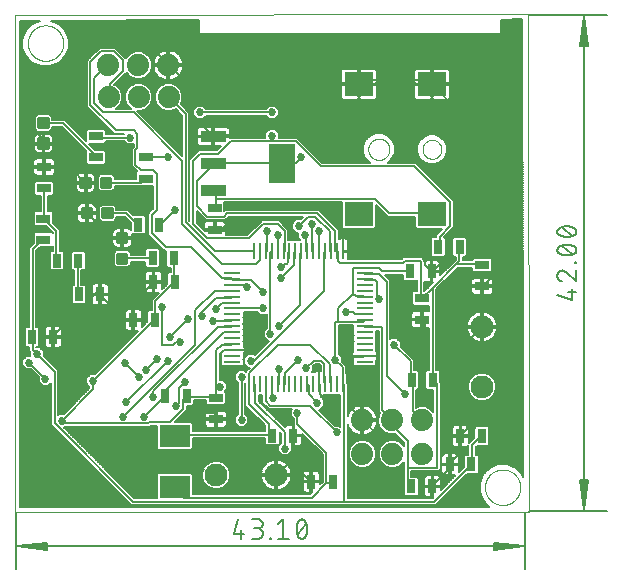
<source format=gtl>
G75*
%MOIN*%
%OFA0B0*%
%FSLAX25Y25*%
%IPPOS*%
%LPD*%
%AMOC8*
5,1,8,0,0,1.08239X$1,22.5*
%
%ADD10C,0.00000*%
%ADD11C,0.00512*%
%ADD12C,0.00600*%
%ADD13R,0.04724X0.03150*%
%ADD14R,0.03150X0.04724*%
%ADD15C,0.07400*%
%ADD16C,0.01181*%
%ADD17R,0.05800X0.01100*%
%ADD18R,0.01100X0.05800*%
%ADD19C,0.07600*%
%ADD20R,0.10236X0.07480*%
%ADD21R,0.12795X0.08465*%
%ADD22R,0.08465X0.03740*%
%ADD23R,0.09449X0.07874*%
%ADD24C,0.02700*%
D10*
X0001300Y0020350D02*
X0001300Y0185941D01*
X0172206Y0186335D01*
X0172599Y0020350D01*
X0001300Y0020350D01*
X0119096Y0141256D02*
X0119098Y0141374D01*
X0119104Y0141493D01*
X0119114Y0141611D01*
X0119128Y0141728D01*
X0119145Y0141845D01*
X0119167Y0141962D01*
X0119193Y0142077D01*
X0119222Y0142192D01*
X0119255Y0142306D01*
X0119292Y0142418D01*
X0119333Y0142529D01*
X0119377Y0142639D01*
X0119425Y0142747D01*
X0119477Y0142854D01*
X0119532Y0142959D01*
X0119591Y0143062D01*
X0119653Y0143162D01*
X0119718Y0143261D01*
X0119787Y0143358D01*
X0119858Y0143452D01*
X0119933Y0143543D01*
X0120011Y0143633D01*
X0120092Y0143719D01*
X0120176Y0143803D01*
X0120262Y0143884D01*
X0120352Y0143962D01*
X0120443Y0144037D01*
X0120537Y0144108D01*
X0120634Y0144177D01*
X0120733Y0144242D01*
X0120833Y0144304D01*
X0120936Y0144363D01*
X0121041Y0144418D01*
X0121148Y0144470D01*
X0121256Y0144518D01*
X0121366Y0144562D01*
X0121477Y0144603D01*
X0121589Y0144640D01*
X0121703Y0144673D01*
X0121818Y0144702D01*
X0121933Y0144728D01*
X0122050Y0144750D01*
X0122167Y0144767D01*
X0122284Y0144781D01*
X0122402Y0144791D01*
X0122521Y0144797D01*
X0122639Y0144799D01*
X0122757Y0144797D01*
X0122876Y0144791D01*
X0122994Y0144781D01*
X0123111Y0144767D01*
X0123228Y0144750D01*
X0123345Y0144728D01*
X0123460Y0144702D01*
X0123575Y0144673D01*
X0123689Y0144640D01*
X0123801Y0144603D01*
X0123912Y0144562D01*
X0124022Y0144518D01*
X0124130Y0144470D01*
X0124237Y0144418D01*
X0124342Y0144363D01*
X0124445Y0144304D01*
X0124545Y0144242D01*
X0124644Y0144177D01*
X0124741Y0144108D01*
X0124835Y0144037D01*
X0124926Y0143962D01*
X0125016Y0143884D01*
X0125102Y0143803D01*
X0125186Y0143719D01*
X0125267Y0143633D01*
X0125345Y0143543D01*
X0125420Y0143452D01*
X0125491Y0143358D01*
X0125560Y0143261D01*
X0125625Y0143162D01*
X0125687Y0143062D01*
X0125746Y0142959D01*
X0125801Y0142854D01*
X0125853Y0142747D01*
X0125901Y0142639D01*
X0125945Y0142529D01*
X0125986Y0142418D01*
X0126023Y0142306D01*
X0126056Y0142192D01*
X0126085Y0142077D01*
X0126111Y0141962D01*
X0126133Y0141845D01*
X0126150Y0141728D01*
X0126164Y0141611D01*
X0126174Y0141493D01*
X0126180Y0141374D01*
X0126182Y0141256D01*
X0126180Y0141138D01*
X0126174Y0141019D01*
X0126164Y0140901D01*
X0126150Y0140784D01*
X0126133Y0140667D01*
X0126111Y0140550D01*
X0126085Y0140435D01*
X0126056Y0140320D01*
X0126023Y0140206D01*
X0125986Y0140094D01*
X0125945Y0139983D01*
X0125901Y0139873D01*
X0125853Y0139765D01*
X0125801Y0139658D01*
X0125746Y0139553D01*
X0125687Y0139450D01*
X0125625Y0139350D01*
X0125560Y0139251D01*
X0125491Y0139154D01*
X0125420Y0139060D01*
X0125345Y0138969D01*
X0125267Y0138879D01*
X0125186Y0138793D01*
X0125102Y0138709D01*
X0125016Y0138628D01*
X0124926Y0138550D01*
X0124835Y0138475D01*
X0124741Y0138404D01*
X0124644Y0138335D01*
X0124545Y0138270D01*
X0124445Y0138208D01*
X0124342Y0138149D01*
X0124237Y0138094D01*
X0124130Y0138042D01*
X0124022Y0137994D01*
X0123912Y0137950D01*
X0123801Y0137909D01*
X0123689Y0137872D01*
X0123575Y0137839D01*
X0123460Y0137810D01*
X0123345Y0137784D01*
X0123228Y0137762D01*
X0123111Y0137745D01*
X0122994Y0137731D01*
X0122876Y0137721D01*
X0122757Y0137715D01*
X0122639Y0137713D01*
X0122521Y0137715D01*
X0122402Y0137721D01*
X0122284Y0137731D01*
X0122167Y0137745D01*
X0122050Y0137762D01*
X0121933Y0137784D01*
X0121818Y0137810D01*
X0121703Y0137839D01*
X0121589Y0137872D01*
X0121477Y0137909D01*
X0121366Y0137950D01*
X0121256Y0137994D01*
X0121148Y0138042D01*
X0121041Y0138094D01*
X0120936Y0138149D01*
X0120833Y0138208D01*
X0120733Y0138270D01*
X0120634Y0138335D01*
X0120537Y0138404D01*
X0120443Y0138475D01*
X0120352Y0138550D01*
X0120262Y0138628D01*
X0120176Y0138709D01*
X0120092Y0138793D01*
X0120011Y0138879D01*
X0119933Y0138969D01*
X0119858Y0139060D01*
X0119787Y0139154D01*
X0119718Y0139251D01*
X0119653Y0139350D01*
X0119591Y0139450D01*
X0119532Y0139553D01*
X0119477Y0139658D01*
X0119425Y0139765D01*
X0119377Y0139873D01*
X0119333Y0139983D01*
X0119292Y0140094D01*
X0119255Y0140206D01*
X0119222Y0140320D01*
X0119193Y0140435D01*
X0119167Y0140550D01*
X0119145Y0140667D01*
X0119128Y0140784D01*
X0119114Y0140901D01*
X0119104Y0141019D01*
X0119098Y0141138D01*
X0119096Y0141256D01*
X0137205Y0141256D02*
X0137207Y0141368D01*
X0137213Y0141479D01*
X0137223Y0141591D01*
X0137237Y0141702D01*
X0137254Y0141812D01*
X0137276Y0141922D01*
X0137302Y0142031D01*
X0137331Y0142139D01*
X0137364Y0142245D01*
X0137401Y0142351D01*
X0137442Y0142455D01*
X0137487Y0142558D01*
X0137535Y0142659D01*
X0137586Y0142758D01*
X0137641Y0142855D01*
X0137700Y0142950D01*
X0137761Y0143044D01*
X0137826Y0143135D01*
X0137895Y0143223D01*
X0137966Y0143309D01*
X0138040Y0143393D01*
X0138118Y0143473D01*
X0138198Y0143551D01*
X0138281Y0143627D01*
X0138366Y0143699D01*
X0138454Y0143768D01*
X0138544Y0143834D01*
X0138637Y0143896D01*
X0138732Y0143956D01*
X0138829Y0144012D01*
X0138927Y0144064D01*
X0139028Y0144113D01*
X0139130Y0144158D01*
X0139234Y0144200D01*
X0139339Y0144238D01*
X0139446Y0144272D01*
X0139553Y0144302D01*
X0139662Y0144329D01*
X0139771Y0144351D01*
X0139882Y0144370D01*
X0139992Y0144385D01*
X0140104Y0144396D01*
X0140215Y0144403D01*
X0140327Y0144406D01*
X0140439Y0144405D01*
X0140551Y0144400D01*
X0140662Y0144391D01*
X0140773Y0144378D01*
X0140884Y0144361D01*
X0140994Y0144341D01*
X0141103Y0144316D01*
X0141211Y0144288D01*
X0141318Y0144255D01*
X0141424Y0144219D01*
X0141528Y0144179D01*
X0141631Y0144136D01*
X0141733Y0144089D01*
X0141832Y0144038D01*
X0141930Y0143984D01*
X0142026Y0143926D01*
X0142120Y0143865D01*
X0142211Y0143801D01*
X0142300Y0143734D01*
X0142387Y0143663D01*
X0142471Y0143589D01*
X0142553Y0143513D01*
X0142631Y0143433D01*
X0142707Y0143351D01*
X0142780Y0143266D01*
X0142850Y0143179D01*
X0142916Y0143089D01*
X0142980Y0142997D01*
X0143040Y0142903D01*
X0143097Y0142807D01*
X0143150Y0142708D01*
X0143200Y0142608D01*
X0143246Y0142507D01*
X0143289Y0142403D01*
X0143328Y0142298D01*
X0143363Y0142192D01*
X0143394Y0142085D01*
X0143422Y0141976D01*
X0143445Y0141867D01*
X0143465Y0141757D01*
X0143481Y0141646D01*
X0143493Y0141535D01*
X0143501Y0141424D01*
X0143505Y0141312D01*
X0143505Y0141200D01*
X0143501Y0141088D01*
X0143493Y0140977D01*
X0143481Y0140866D01*
X0143465Y0140755D01*
X0143445Y0140645D01*
X0143422Y0140536D01*
X0143394Y0140427D01*
X0143363Y0140320D01*
X0143328Y0140214D01*
X0143289Y0140109D01*
X0143246Y0140005D01*
X0143200Y0139904D01*
X0143150Y0139804D01*
X0143097Y0139705D01*
X0143040Y0139609D01*
X0142980Y0139515D01*
X0142916Y0139423D01*
X0142850Y0139333D01*
X0142780Y0139246D01*
X0142707Y0139161D01*
X0142631Y0139079D01*
X0142553Y0138999D01*
X0142471Y0138923D01*
X0142387Y0138849D01*
X0142300Y0138778D01*
X0142211Y0138711D01*
X0142120Y0138647D01*
X0142026Y0138586D01*
X0141930Y0138528D01*
X0141832Y0138474D01*
X0141733Y0138423D01*
X0141631Y0138376D01*
X0141528Y0138333D01*
X0141424Y0138293D01*
X0141318Y0138257D01*
X0141211Y0138224D01*
X0141103Y0138196D01*
X0140994Y0138171D01*
X0140884Y0138151D01*
X0140773Y0138134D01*
X0140662Y0138121D01*
X0140551Y0138112D01*
X0140439Y0138107D01*
X0140327Y0138106D01*
X0140215Y0138109D01*
X0140104Y0138116D01*
X0139992Y0138127D01*
X0139882Y0138142D01*
X0139771Y0138161D01*
X0139662Y0138183D01*
X0139553Y0138210D01*
X0139446Y0138240D01*
X0139339Y0138274D01*
X0139234Y0138312D01*
X0139130Y0138354D01*
X0139028Y0138399D01*
X0138927Y0138448D01*
X0138829Y0138500D01*
X0138732Y0138556D01*
X0138637Y0138616D01*
X0138544Y0138678D01*
X0138454Y0138744D01*
X0138366Y0138813D01*
X0138281Y0138885D01*
X0138198Y0138961D01*
X0138118Y0139039D01*
X0138040Y0139119D01*
X0137966Y0139203D01*
X0137895Y0139289D01*
X0137826Y0139377D01*
X0137761Y0139468D01*
X0137700Y0139562D01*
X0137641Y0139657D01*
X0137586Y0139754D01*
X0137535Y0139853D01*
X0137487Y0139954D01*
X0137442Y0140057D01*
X0137401Y0140161D01*
X0137364Y0140267D01*
X0137331Y0140373D01*
X0137302Y0140481D01*
X0137276Y0140590D01*
X0137254Y0140700D01*
X0137237Y0140810D01*
X0137223Y0140921D01*
X0137213Y0141033D01*
X0137207Y0141144D01*
X0137205Y0141256D01*
X0157992Y0028618D02*
X0157994Y0028771D01*
X0158000Y0028925D01*
X0158010Y0029078D01*
X0158024Y0029230D01*
X0158042Y0029383D01*
X0158064Y0029534D01*
X0158089Y0029685D01*
X0158119Y0029836D01*
X0158153Y0029986D01*
X0158190Y0030134D01*
X0158231Y0030282D01*
X0158276Y0030428D01*
X0158325Y0030574D01*
X0158378Y0030718D01*
X0158434Y0030860D01*
X0158494Y0031001D01*
X0158558Y0031141D01*
X0158625Y0031279D01*
X0158696Y0031415D01*
X0158771Y0031549D01*
X0158848Y0031681D01*
X0158930Y0031811D01*
X0159014Y0031939D01*
X0159102Y0032065D01*
X0159193Y0032188D01*
X0159287Y0032309D01*
X0159385Y0032427D01*
X0159485Y0032543D01*
X0159589Y0032656D01*
X0159695Y0032767D01*
X0159804Y0032875D01*
X0159916Y0032980D01*
X0160030Y0033081D01*
X0160148Y0033180D01*
X0160267Y0033276D01*
X0160389Y0033369D01*
X0160514Y0033458D01*
X0160641Y0033545D01*
X0160770Y0033627D01*
X0160901Y0033707D01*
X0161034Y0033783D01*
X0161169Y0033856D01*
X0161306Y0033925D01*
X0161445Y0033990D01*
X0161585Y0034052D01*
X0161727Y0034110D01*
X0161870Y0034165D01*
X0162015Y0034216D01*
X0162161Y0034263D01*
X0162308Y0034306D01*
X0162456Y0034345D01*
X0162605Y0034381D01*
X0162755Y0034412D01*
X0162906Y0034440D01*
X0163057Y0034464D01*
X0163210Y0034484D01*
X0163362Y0034500D01*
X0163515Y0034512D01*
X0163668Y0034520D01*
X0163821Y0034524D01*
X0163975Y0034524D01*
X0164128Y0034520D01*
X0164281Y0034512D01*
X0164434Y0034500D01*
X0164586Y0034484D01*
X0164739Y0034464D01*
X0164890Y0034440D01*
X0165041Y0034412D01*
X0165191Y0034381D01*
X0165340Y0034345D01*
X0165488Y0034306D01*
X0165635Y0034263D01*
X0165781Y0034216D01*
X0165926Y0034165D01*
X0166069Y0034110D01*
X0166211Y0034052D01*
X0166351Y0033990D01*
X0166490Y0033925D01*
X0166627Y0033856D01*
X0166762Y0033783D01*
X0166895Y0033707D01*
X0167026Y0033627D01*
X0167155Y0033545D01*
X0167282Y0033458D01*
X0167407Y0033369D01*
X0167529Y0033276D01*
X0167648Y0033180D01*
X0167766Y0033081D01*
X0167880Y0032980D01*
X0167992Y0032875D01*
X0168101Y0032767D01*
X0168207Y0032656D01*
X0168311Y0032543D01*
X0168411Y0032427D01*
X0168509Y0032309D01*
X0168603Y0032188D01*
X0168694Y0032065D01*
X0168782Y0031939D01*
X0168866Y0031811D01*
X0168948Y0031681D01*
X0169025Y0031549D01*
X0169100Y0031415D01*
X0169171Y0031279D01*
X0169238Y0031141D01*
X0169302Y0031001D01*
X0169362Y0030860D01*
X0169418Y0030718D01*
X0169471Y0030574D01*
X0169520Y0030428D01*
X0169565Y0030282D01*
X0169606Y0030134D01*
X0169643Y0029986D01*
X0169677Y0029836D01*
X0169707Y0029685D01*
X0169732Y0029534D01*
X0169754Y0029383D01*
X0169772Y0029230D01*
X0169786Y0029078D01*
X0169796Y0028925D01*
X0169802Y0028771D01*
X0169804Y0028618D01*
X0169802Y0028465D01*
X0169796Y0028311D01*
X0169786Y0028158D01*
X0169772Y0028006D01*
X0169754Y0027853D01*
X0169732Y0027702D01*
X0169707Y0027551D01*
X0169677Y0027400D01*
X0169643Y0027250D01*
X0169606Y0027102D01*
X0169565Y0026954D01*
X0169520Y0026808D01*
X0169471Y0026662D01*
X0169418Y0026518D01*
X0169362Y0026376D01*
X0169302Y0026235D01*
X0169238Y0026095D01*
X0169171Y0025957D01*
X0169100Y0025821D01*
X0169025Y0025687D01*
X0168948Y0025555D01*
X0168866Y0025425D01*
X0168782Y0025297D01*
X0168694Y0025171D01*
X0168603Y0025048D01*
X0168509Y0024927D01*
X0168411Y0024809D01*
X0168311Y0024693D01*
X0168207Y0024580D01*
X0168101Y0024469D01*
X0167992Y0024361D01*
X0167880Y0024256D01*
X0167766Y0024155D01*
X0167648Y0024056D01*
X0167529Y0023960D01*
X0167407Y0023867D01*
X0167282Y0023778D01*
X0167155Y0023691D01*
X0167026Y0023609D01*
X0166895Y0023529D01*
X0166762Y0023453D01*
X0166627Y0023380D01*
X0166490Y0023311D01*
X0166351Y0023246D01*
X0166211Y0023184D01*
X0166069Y0023126D01*
X0165926Y0023071D01*
X0165781Y0023020D01*
X0165635Y0022973D01*
X0165488Y0022930D01*
X0165340Y0022891D01*
X0165191Y0022855D01*
X0165041Y0022824D01*
X0164890Y0022796D01*
X0164739Y0022772D01*
X0164586Y0022752D01*
X0164434Y0022736D01*
X0164281Y0022724D01*
X0164128Y0022716D01*
X0163975Y0022712D01*
X0163821Y0022712D01*
X0163668Y0022716D01*
X0163515Y0022724D01*
X0163362Y0022736D01*
X0163210Y0022752D01*
X0163057Y0022772D01*
X0162906Y0022796D01*
X0162755Y0022824D01*
X0162605Y0022855D01*
X0162456Y0022891D01*
X0162308Y0022930D01*
X0162161Y0022973D01*
X0162015Y0023020D01*
X0161870Y0023071D01*
X0161727Y0023126D01*
X0161585Y0023184D01*
X0161445Y0023246D01*
X0161306Y0023311D01*
X0161169Y0023380D01*
X0161034Y0023453D01*
X0160901Y0023529D01*
X0160770Y0023609D01*
X0160641Y0023691D01*
X0160514Y0023778D01*
X0160389Y0023867D01*
X0160267Y0023960D01*
X0160148Y0024056D01*
X0160030Y0024155D01*
X0159916Y0024256D01*
X0159804Y0024361D01*
X0159695Y0024469D01*
X0159589Y0024580D01*
X0159485Y0024693D01*
X0159385Y0024809D01*
X0159287Y0024927D01*
X0159193Y0025048D01*
X0159102Y0025171D01*
X0159014Y0025297D01*
X0158930Y0025425D01*
X0158848Y0025555D01*
X0158771Y0025687D01*
X0158696Y0025821D01*
X0158625Y0025957D01*
X0158558Y0026095D01*
X0158494Y0026235D01*
X0158434Y0026376D01*
X0158378Y0026518D01*
X0158325Y0026662D01*
X0158276Y0026808D01*
X0158231Y0026954D01*
X0158190Y0027102D01*
X0158153Y0027250D01*
X0158119Y0027400D01*
X0158089Y0027551D01*
X0158064Y0027702D01*
X0158042Y0027853D01*
X0158024Y0028006D01*
X0158010Y0028158D01*
X0158000Y0028311D01*
X0157994Y0028465D01*
X0157992Y0028618D01*
X0005630Y0176650D02*
X0005632Y0176803D01*
X0005638Y0176957D01*
X0005648Y0177110D01*
X0005662Y0177262D01*
X0005680Y0177415D01*
X0005702Y0177566D01*
X0005727Y0177717D01*
X0005757Y0177868D01*
X0005791Y0178018D01*
X0005828Y0178166D01*
X0005869Y0178314D01*
X0005914Y0178460D01*
X0005963Y0178606D01*
X0006016Y0178750D01*
X0006072Y0178892D01*
X0006132Y0179033D01*
X0006196Y0179173D01*
X0006263Y0179311D01*
X0006334Y0179447D01*
X0006409Y0179581D01*
X0006486Y0179713D01*
X0006568Y0179843D01*
X0006652Y0179971D01*
X0006740Y0180097D01*
X0006831Y0180220D01*
X0006925Y0180341D01*
X0007023Y0180459D01*
X0007123Y0180575D01*
X0007227Y0180688D01*
X0007333Y0180799D01*
X0007442Y0180907D01*
X0007554Y0181012D01*
X0007668Y0181113D01*
X0007786Y0181212D01*
X0007905Y0181308D01*
X0008027Y0181401D01*
X0008152Y0181490D01*
X0008279Y0181577D01*
X0008408Y0181659D01*
X0008539Y0181739D01*
X0008672Y0181815D01*
X0008807Y0181888D01*
X0008944Y0181957D01*
X0009083Y0182022D01*
X0009223Y0182084D01*
X0009365Y0182142D01*
X0009508Y0182197D01*
X0009653Y0182248D01*
X0009799Y0182295D01*
X0009946Y0182338D01*
X0010094Y0182377D01*
X0010243Y0182413D01*
X0010393Y0182444D01*
X0010544Y0182472D01*
X0010695Y0182496D01*
X0010848Y0182516D01*
X0011000Y0182532D01*
X0011153Y0182544D01*
X0011306Y0182552D01*
X0011459Y0182556D01*
X0011613Y0182556D01*
X0011766Y0182552D01*
X0011919Y0182544D01*
X0012072Y0182532D01*
X0012224Y0182516D01*
X0012377Y0182496D01*
X0012528Y0182472D01*
X0012679Y0182444D01*
X0012829Y0182413D01*
X0012978Y0182377D01*
X0013126Y0182338D01*
X0013273Y0182295D01*
X0013419Y0182248D01*
X0013564Y0182197D01*
X0013707Y0182142D01*
X0013849Y0182084D01*
X0013989Y0182022D01*
X0014128Y0181957D01*
X0014265Y0181888D01*
X0014400Y0181815D01*
X0014533Y0181739D01*
X0014664Y0181659D01*
X0014793Y0181577D01*
X0014920Y0181490D01*
X0015045Y0181401D01*
X0015167Y0181308D01*
X0015286Y0181212D01*
X0015404Y0181113D01*
X0015518Y0181012D01*
X0015630Y0180907D01*
X0015739Y0180799D01*
X0015845Y0180688D01*
X0015949Y0180575D01*
X0016049Y0180459D01*
X0016147Y0180341D01*
X0016241Y0180220D01*
X0016332Y0180097D01*
X0016420Y0179971D01*
X0016504Y0179843D01*
X0016586Y0179713D01*
X0016663Y0179581D01*
X0016738Y0179447D01*
X0016809Y0179311D01*
X0016876Y0179173D01*
X0016940Y0179033D01*
X0017000Y0178892D01*
X0017056Y0178750D01*
X0017109Y0178606D01*
X0017158Y0178460D01*
X0017203Y0178314D01*
X0017244Y0178166D01*
X0017281Y0178018D01*
X0017315Y0177868D01*
X0017345Y0177717D01*
X0017370Y0177566D01*
X0017392Y0177415D01*
X0017410Y0177262D01*
X0017424Y0177110D01*
X0017434Y0176957D01*
X0017440Y0176803D01*
X0017442Y0176650D01*
X0017440Y0176497D01*
X0017434Y0176343D01*
X0017424Y0176190D01*
X0017410Y0176038D01*
X0017392Y0175885D01*
X0017370Y0175734D01*
X0017345Y0175583D01*
X0017315Y0175432D01*
X0017281Y0175282D01*
X0017244Y0175134D01*
X0017203Y0174986D01*
X0017158Y0174840D01*
X0017109Y0174694D01*
X0017056Y0174550D01*
X0017000Y0174408D01*
X0016940Y0174267D01*
X0016876Y0174127D01*
X0016809Y0173989D01*
X0016738Y0173853D01*
X0016663Y0173719D01*
X0016586Y0173587D01*
X0016504Y0173457D01*
X0016420Y0173329D01*
X0016332Y0173203D01*
X0016241Y0173080D01*
X0016147Y0172959D01*
X0016049Y0172841D01*
X0015949Y0172725D01*
X0015845Y0172612D01*
X0015739Y0172501D01*
X0015630Y0172393D01*
X0015518Y0172288D01*
X0015404Y0172187D01*
X0015286Y0172088D01*
X0015167Y0171992D01*
X0015045Y0171899D01*
X0014920Y0171810D01*
X0014793Y0171723D01*
X0014664Y0171641D01*
X0014533Y0171561D01*
X0014400Y0171485D01*
X0014265Y0171412D01*
X0014128Y0171343D01*
X0013989Y0171278D01*
X0013849Y0171216D01*
X0013707Y0171158D01*
X0013564Y0171103D01*
X0013419Y0171052D01*
X0013273Y0171005D01*
X0013126Y0170962D01*
X0012978Y0170923D01*
X0012829Y0170887D01*
X0012679Y0170856D01*
X0012528Y0170828D01*
X0012377Y0170804D01*
X0012224Y0170784D01*
X0012072Y0170768D01*
X0011919Y0170756D01*
X0011766Y0170748D01*
X0011613Y0170744D01*
X0011459Y0170744D01*
X0011306Y0170748D01*
X0011153Y0170756D01*
X0011000Y0170768D01*
X0010848Y0170784D01*
X0010695Y0170804D01*
X0010544Y0170828D01*
X0010393Y0170856D01*
X0010243Y0170887D01*
X0010094Y0170923D01*
X0009946Y0170962D01*
X0009799Y0171005D01*
X0009653Y0171052D01*
X0009508Y0171103D01*
X0009365Y0171158D01*
X0009223Y0171216D01*
X0009083Y0171278D01*
X0008944Y0171343D01*
X0008807Y0171412D01*
X0008672Y0171485D01*
X0008539Y0171561D01*
X0008408Y0171641D01*
X0008279Y0171723D01*
X0008152Y0171810D01*
X0008027Y0171899D01*
X0007905Y0171992D01*
X0007786Y0172088D01*
X0007668Y0172187D01*
X0007554Y0172288D01*
X0007442Y0172393D01*
X0007333Y0172501D01*
X0007227Y0172612D01*
X0007123Y0172725D01*
X0007023Y0172841D01*
X0006925Y0172959D01*
X0006831Y0173080D01*
X0006740Y0173203D01*
X0006652Y0173329D01*
X0006568Y0173457D01*
X0006486Y0173587D01*
X0006409Y0173719D01*
X0006334Y0173853D01*
X0006263Y0173989D01*
X0006196Y0174127D01*
X0006132Y0174267D01*
X0006072Y0174408D01*
X0006016Y0174550D01*
X0005963Y0174694D01*
X0005914Y0174840D01*
X0005869Y0174986D01*
X0005828Y0175134D01*
X0005791Y0175282D01*
X0005757Y0175432D01*
X0005727Y0175583D01*
X0005702Y0175734D01*
X0005680Y0175885D01*
X0005662Y0176038D01*
X0005648Y0176190D01*
X0005638Y0176343D01*
X0005632Y0176497D01*
X0005630Y0176650D01*
D11*
X0001694Y0020350D02*
X0001694Y0001256D01*
X0001950Y0008933D02*
X0011930Y0007909D01*
X0011930Y0007676D02*
X0001950Y0008933D01*
X0011930Y0009957D01*
X0011930Y0010190D02*
X0011930Y0007676D01*
X0011930Y0008421D02*
X0001950Y0008933D01*
X0011930Y0009445D01*
X0011930Y0010190D02*
X0001950Y0008933D01*
X0171123Y0008933D01*
X0161143Y0007909D01*
X0161143Y0007676D02*
X0171123Y0008933D01*
X0161143Y0009957D01*
X0161143Y0010190D02*
X0161143Y0007676D01*
X0161143Y0008421D02*
X0171123Y0008933D01*
X0161143Y0009445D01*
X0161143Y0010190D02*
X0171123Y0008933D01*
X0171379Y0001256D02*
X0171379Y0020350D01*
X0172560Y0020744D02*
X0198741Y0020744D01*
X0191064Y0021000D02*
X0192087Y0030980D01*
X0192321Y0030980D02*
X0191064Y0021000D01*
X0190040Y0030980D01*
X0189807Y0030980D02*
X0192321Y0030980D01*
X0191576Y0030980D02*
X0191064Y0021000D01*
X0190552Y0030980D01*
X0189807Y0030980D02*
X0191064Y0021000D01*
X0191064Y0185843D01*
X0192087Y0175862D01*
X0192321Y0175862D02*
X0191064Y0185843D01*
X0190040Y0175862D01*
X0189807Y0175862D02*
X0192321Y0175862D01*
X0191576Y0175862D02*
X0191064Y0185843D01*
X0190552Y0175862D01*
X0189807Y0175862D02*
X0191064Y0185843D01*
X0198741Y0186098D02*
X0172560Y0186098D01*
D12*
X0170410Y0184531D02*
X0170771Y0032161D01*
X0170431Y0032983D01*
X0168263Y0035151D01*
X0165431Y0036324D01*
X0162366Y0036324D01*
X0159534Y0035151D01*
X0157366Y0032983D01*
X0156193Y0030151D01*
X0156193Y0027085D01*
X0157366Y0024253D01*
X0159469Y0022150D01*
X0003100Y0022150D01*
X0003100Y0184145D01*
X0009532Y0184160D01*
X0007171Y0183182D01*
X0005004Y0181014D01*
X0003831Y0178182D01*
X0003831Y0175117D01*
X0005004Y0172285D01*
X0007171Y0170117D01*
X0010003Y0168944D01*
X0013069Y0168944D01*
X0015901Y0170117D01*
X0018069Y0172285D01*
X0019242Y0175117D01*
X0019242Y0178182D01*
X0018069Y0181014D01*
X0015901Y0183182D01*
X0013518Y0184169D01*
X0062772Y0184283D01*
X0062772Y0179793D01*
X0062947Y0179617D01*
X0163196Y0179617D01*
X0163372Y0179793D01*
X0163372Y0184514D01*
X0170410Y0184531D01*
X0170410Y0184342D02*
X0163372Y0184342D01*
X0163372Y0183744D02*
X0170412Y0183744D01*
X0170413Y0183145D02*
X0163372Y0183145D01*
X0163372Y0182547D02*
X0170414Y0182547D01*
X0170416Y0181948D02*
X0163372Y0181948D01*
X0163372Y0181350D02*
X0170417Y0181350D01*
X0170419Y0180751D02*
X0163372Y0180751D01*
X0163372Y0180153D02*
X0170420Y0180153D01*
X0170422Y0179554D02*
X0018673Y0179554D01*
X0018921Y0178956D02*
X0170423Y0178956D01*
X0170424Y0178357D02*
X0019169Y0178357D01*
X0019242Y0177759D02*
X0170426Y0177759D01*
X0170427Y0177160D02*
X0019242Y0177160D01*
X0019242Y0176562D02*
X0170429Y0176562D01*
X0170430Y0175963D02*
X0019242Y0175963D01*
X0019242Y0175365D02*
X0170432Y0175365D01*
X0170433Y0174766D02*
X0035181Y0174766D01*
X0035500Y0174447D02*
X0034797Y0175150D01*
X0029603Y0175150D01*
X0026003Y0171550D01*
X0025300Y0170847D01*
X0025300Y0155453D01*
X0033700Y0147053D01*
X0034403Y0146350D01*
X0037718Y0146350D01*
X0031609Y0146350D01*
X0031609Y0147613D01*
X0031082Y0148140D01*
X0025612Y0148140D01*
X0025085Y0147613D01*
X0025085Y0144062D01*
X0017997Y0151150D01*
X0013696Y0151150D01*
X0013696Y0152058D01*
X0012823Y0152931D01*
X0008832Y0152931D01*
X0007959Y0152058D01*
X0007959Y0148068D01*
X0008832Y0147194D01*
X0012823Y0147194D01*
X0013696Y0148068D01*
X0013696Y0148750D01*
X0017003Y0148750D01*
X0025156Y0140597D01*
X0025085Y0140526D01*
X0025085Y0136631D01*
X0025612Y0136104D01*
X0031082Y0136104D01*
X0031609Y0136631D01*
X0031609Y0140526D01*
X0031082Y0141054D01*
X0028094Y0141054D01*
X0025957Y0143191D01*
X0031082Y0143191D01*
X0031609Y0143718D01*
X0031609Y0143950D01*
X0037718Y0143950D01*
X0038768Y0142900D01*
X0040632Y0142900D01*
X0040900Y0143168D01*
X0040900Y0142047D01*
X0040300Y0141447D01*
X0040300Y0135653D01*
X0042087Y0133867D01*
X0041620Y0133400D01*
X0041620Y0131350D01*
X0034668Y0131350D01*
X0034668Y0132070D01*
X0033795Y0132943D01*
X0029805Y0132943D01*
X0028931Y0132070D01*
X0028931Y0128079D01*
X0029805Y0127206D01*
X0033795Y0127206D01*
X0034668Y0128079D01*
X0034668Y0128950D01*
X0043797Y0128950D01*
X0043825Y0128978D01*
X0047500Y0128978D01*
X0047500Y0121647D01*
X0046403Y0120550D01*
X0045700Y0119847D01*
X0045700Y0112853D01*
X0050500Y0108053D01*
X0051203Y0107350D01*
X0051817Y0107350D01*
X0051817Y0102379D01*
X0052345Y0101852D01*
X0053250Y0101852D01*
X0053250Y0100305D01*
X0052659Y0100305D01*
X0052132Y0099778D01*
X0052132Y0096280D01*
X0050395Y0094543D01*
X0050395Y0096743D01*
X0047821Y0096743D01*
X0047821Y0097343D01*
X0050395Y0097343D01*
X0050395Y0099577D01*
X0050307Y0099907D01*
X0050136Y0100204D01*
X0049893Y0100446D01*
X0049597Y0100617D01*
X0049266Y0100705D01*
X0047820Y0100705D01*
X0047820Y0097343D01*
X0047220Y0097343D01*
X0047220Y0096743D01*
X0044646Y0096743D01*
X0044646Y0094510D01*
X0044734Y0094179D01*
X0044905Y0093883D01*
X0045147Y0093641D01*
X0045444Y0093470D01*
X0045775Y0093381D01*
X0047220Y0093381D01*
X0047220Y0096743D01*
X0047820Y0096743D01*
X0047820Y0093381D01*
X0049234Y0093381D01*
X0046900Y0091047D01*
X0046900Y0087707D01*
X0045927Y0087707D01*
X0045400Y0087180D01*
X0045400Y0083864D01*
X0043663Y0082127D01*
X0043663Y0084145D01*
X0041088Y0084145D01*
X0041088Y0080783D01*
X0042319Y0080783D01*
X0027936Y0066400D01*
X0026451Y0066400D01*
X0025133Y0065082D01*
X0025133Y0063218D01*
X0026183Y0062168D01*
X0026183Y0061694D01*
X0017601Y0053112D01*
X0016116Y0053112D01*
X0015787Y0052784D01*
X0015787Y0067599D01*
X0015084Y0068302D01*
X0010932Y0072455D01*
X0010932Y0073940D01*
X0009614Y0075258D01*
X0008405Y0075258D01*
X0008405Y0075435D01*
X0008956Y0075435D01*
X0009483Y0075962D01*
X0009483Y0081432D01*
X0008956Y0081959D01*
X0008500Y0081959D01*
X0008500Y0107453D01*
X0009670Y0108624D01*
X0013563Y0108624D01*
X0013900Y0108961D01*
X0013900Y0107392D01*
X0013408Y0107392D01*
X0012880Y0106865D01*
X0012880Y0101395D01*
X0013408Y0100868D01*
X0017303Y0100868D01*
X0017830Y0101395D01*
X0017830Y0106865D01*
X0017303Y0107392D01*
X0016300Y0107392D01*
X0016300Y0114447D01*
X0014090Y0116658D01*
X0014090Y0120133D01*
X0013563Y0120660D01*
X0012343Y0120660D01*
X0012343Y0125828D01*
X0013799Y0125828D01*
X0014326Y0126356D01*
X0014326Y0130251D01*
X0013799Y0130778D01*
X0008329Y0130778D01*
X0007802Y0130251D01*
X0007802Y0126356D01*
X0008329Y0125828D01*
X0009943Y0125828D01*
X0009943Y0120660D01*
X0008093Y0120660D01*
X0007565Y0120133D01*
X0007565Y0116237D01*
X0008093Y0115710D01*
X0011643Y0115710D01*
X0013900Y0113453D01*
X0013900Y0113236D01*
X0013563Y0113573D01*
X0008093Y0113573D01*
X0007565Y0113046D01*
X0007565Y0109913D01*
X0006100Y0108447D01*
X0006100Y0081959D01*
X0005061Y0081959D01*
X0004534Y0081432D01*
X0004534Y0075962D01*
X0005061Y0075435D01*
X0006006Y0075435D01*
X0006006Y0073987D01*
X0006432Y0073561D01*
X0006432Y0072400D01*
X0005168Y0072400D01*
X0003850Y0071082D01*
X0003850Y0069218D01*
X0005168Y0067900D01*
X0006653Y0067900D01*
X0009250Y0065303D01*
X0009250Y0063818D01*
X0010568Y0062500D01*
X0012432Y0062500D01*
X0013387Y0063456D01*
X0013387Y0049381D01*
X0039470Y0023298D01*
X0040173Y0022595D01*
X0141561Y0022595D01*
X0142264Y0023298D01*
X0151920Y0032954D01*
X0155413Y0032954D01*
X0155940Y0033482D01*
X0155940Y0038952D01*
X0155413Y0039479D01*
X0154900Y0039479D01*
X0154900Y0042053D01*
X0155250Y0042403D01*
X0158878Y0042403D01*
X0159405Y0042930D01*
X0159405Y0048400D01*
X0158878Y0048928D01*
X0154982Y0048928D01*
X0154455Y0048400D01*
X0154455Y0045003D01*
X0152718Y0043266D01*
X0152718Y0045365D01*
X0150143Y0045365D01*
X0150143Y0042003D01*
X0151589Y0042003D01*
X0151920Y0042092D01*
X0152216Y0042263D01*
X0152458Y0042505D01*
X0152500Y0042577D01*
X0152500Y0039479D01*
X0151518Y0039479D01*
X0150991Y0038952D01*
X0150991Y0035419D01*
X0149253Y0033682D01*
X0149254Y0033683D01*
X0149254Y0035917D01*
X0146679Y0035917D01*
X0146679Y0036516D01*
X0149254Y0036516D01*
X0149254Y0038750D01*
X0149165Y0039081D01*
X0148994Y0039377D01*
X0148752Y0039619D01*
X0148455Y0039790D01*
X0148125Y0039879D01*
X0146679Y0039879D01*
X0146679Y0036517D01*
X0146079Y0036517D01*
X0146079Y0039879D01*
X0144633Y0039879D01*
X0144302Y0039790D01*
X0144006Y0039619D01*
X0143764Y0039377D01*
X0143593Y0039081D01*
X0143504Y0038750D01*
X0143504Y0036516D01*
X0146079Y0036516D01*
X0146079Y0035917D01*
X0143504Y0035917D01*
X0143504Y0033683D01*
X0143593Y0033353D01*
X0143764Y0033056D01*
X0144006Y0032814D01*
X0144302Y0032643D01*
X0144633Y0032554D01*
X0146079Y0032554D01*
X0146079Y0035916D01*
X0146679Y0035916D01*
X0146679Y0032554D01*
X0148125Y0032554D01*
X0148126Y0032555D01*
X0143387Y0027816D01*
X0143387Y0028594D01*
X0140813Y0028594D01*
X0140813Y0029194D01*
X0143387Y0029194D01*
X0143387Y0031427D01*
X0143299Y0031758D01*
X0143128Y0032054D01*
X0142886Y0032296D01*
X0142589Y0032467D01*
X0142259Y0032556D01*
X0140813Y0032556D01*
X0140813Y0029194D01*
X0140213Y0029194D01*
X0140213Y0032556D01*
X0138767Y0032556D01*
X0138436Y0032467D01*
X0138140Y0032296D01*
X0137898Y0032054D01*
X0137726Y0031758D01*
X0137638Y0031427D01*
X0137638Y0029194D01*
X0140213Y0029194D01*
X0140213Y0028594D01*
X0140813Y0028594D01*
X0140813Y0025241D01*
X0140567Y0024995D01*
X0112244Y0024995D01*
X0112244Y0049546D01*
X0112414Y0049022D01*
X0112772Y0048320D01*
X0113234Y0047684D01*
X0113791Y0047127D01*
X0114427Y0046665D01*
X0115129Y0046307D01*
X0115877Y0046064D01*
X0116655Y0045941D01*
X0116748Y0045941D01*
X0116748Y0050641D01*
X0117348Y0050641D01*
X0117348Y0051241D01*
X0116748Y0051241D01*
X0116748Y0055941D01*
X0116655Y0055941D01*
X0115877Y0055818D01*
X0115129Y0055575D01*
X0114427Y0055217D01*
X0113791Y0054755D01*
X0113234Y0054198D01*
X0112772Y0053562D01*
X0112414Y0052860D01*
X0112244Y0052336D01*
X0112244Y0062644D01*
X0112267Y0063111D01*
X0112244Y0063137D01*
X0112244Y0063170D01*
X0112078Y0063337D01*
X0112078Y0066405D01*
X0111752Y0066731D01*
X0111752Y0069076D01*
X0111049Y0069779D01*
X0110341Y0070486D01*
X0110341Y0071971D01*
X0109291Y0073021D01*
X0109291Y0082635D01*
X0114128Y0082635D01*
X0114128Y0081309D01*
X0114155Y0081282D01*
X0114128Y0081255D01*
X0114128Y0079409D01*
X0114205Y0079332D01*
X0114128Y0079255D01*
X0114128Y0077409D01*
X0114205Y0077332D01*
X0114128Y0077255D01*
X0114128Y0075409D01*
X0114155Y0075382D01*
X0114128Y0075355D01*
X0114128Y0073921D01*
X0113987Y0073780D01*
X0113816Y0073484D01*
X0113728Y0073153D01*
X0113728Y0072432D01*
X0113728Y0071711D01*
X0113816Y0071380D01*
X0113987Y0071084D01*
X0114128Y0070944D01*
X0114128Y0069509D01*
X0114655Y0068982D01*
X0121200Y0068982D01*
X0121728Y0069509D01*
X0121728Y0070944D01*
X0121868Y0071084D01*
X0122039Y0071380D01*
X0122128Y0071711D01*
X0122128Y0072432D01*
X0117928Y0072432D01*
X0117928Y0072432D01*
X0122128Y0072432D01*
X0122128Y0073153D01*
X0122039Y0073484D01*
X0121868Y0073780D01*
X0121728Y0073921D01*
X0121728Y0075355D01*
X0121700Y0075382D01*
X0121728Y0075409D01*
X0121728Y0077255D01*
X0121650Y0077332D01*
X0121728Y0077409D01*
X0121728Y0079255D01*
X0121650Y0079332D01*
X0121728Y0079409D01*
X0121728Y0080666D01*
X0122639Y0080666D01*
X0122639Y0053810D01*
X0123076Y0053373D01*
X0122448Y0051856D01*
X0122448Y0050026D01*
X0123148Y0048335D01*
X0124442Y0047041D01*
X0126133Y0046341D01*
X0127963Y0046341D01*
X0128088Y0046393D01*
X0131006Y0043475D01*
X0131006Y0042426D01*
X0129772Y0043660D01*
X0128081Y0044360D01*
X0126251Y0044360D01*
X0124560Y0043660D01*
X0123266Y0042366D01*
X0122566Y0040675D01*
X0122566Y0038845D01*
X0123266Y0037154D01*
X0124560Y0035860D01*
X0126251Y0035160D01*
X0128081Y0035160D01*
X0129772Y0035860D01*
X0131006Y0037094D01*
X0131006Y0031683D01*
X0130951Y0031629D01*
X0130951Y0026159D01*
X0131478Y0025631D01*
X0135374Y0025631D01*
X0135901Y0026159D01*
X0135901Y0031629D01*
X0135374Y0032156D01*
X0133405Y0032156D01*
X0133405Y0033914D01*
X0142545Y0033914D01*
X0143248Y0034617D01*
X0143248Y0063662D01*
X0143105Y0063805D01*
X0143105Y0067062D01*
X0142578Y0067589D01*
X0141772Y0067589D01*
X0141772Y0094656D01*
X0148943Y0101828D01*
X0153825Y0101828D01*
X0153825Y0100726D01*
X0154352Y0100198D01*
X0159822Y0100198D01*
X0160350Y0100726D01*
X0160350Y0104621D01*
X0159822Y0105148D01*
X0154352Y0105148D01*
X0153825Y0104621D01*
X0153825Y0104228D01*
X0150630Y0104228D01*
X0150630Y0105395D01*
X0151476Y0105395D01*
X0152003Y0105922D01*
X0152003Y0111392D01*
X0151476Y0111920D01*
X0147581Y0111920D01*
X0147054Y0111392D01*
X0147054Y0105922D01*
X0147581Y0105395D01*
X0148230Y0105395D01*
X0148230Y0104509D01*
X0147949Y0104228D01*
X0147246Y0103525D01*
X0143072Y0099351D01*
X0143072Y0100247D01*
X0140498Y0100247D01*
X0140498Y0100847D01*
X0143072Y0100847D01*
X0143072Y0103081D01*
X0142984Y0103411D01*
X0142813Y0103708D01*
X0142571Y0103950D01*
X0142274Y0104121D01*
X0141944Y0104209D01*
X0140498Y0104209D01*
X0140498Y0100847D01*
X0139898Y0100847D01*
X0139898Y0104209D01*
X0138452Y0104209D01*
X0138121Y0104121D01*
X0137835Y0103955D01*
X0137835Y0104509D01*
X0137132Y0105212D01*
X0130724Y0105212D01*
X0130232Y0104720D01*
X0112478Y0104720D01*
X0112478Y0107332D01*
X0110628Y0107332D01*
X0110628Y0107332D01*
X0112478Y0107332D01*
X0112478Y0110403D01*
X0112389Y0110734D01*
X0112218Y0111030D01*
X0111976Y0111273D01*
X0111679Y0111444D01*
X0111349Y0111532D01*
X0110628Y0111532D01*
X0110628Y0107332D01*
X0111044Y0106965D01*
X0135650Y0106965D01*
X0138111Y0104504D01*
X0138111Y0102535D01*
X0140080Y0100567D01*
X0140198Y0100547D01*
X0140572Y0100567D01*
X0146969Y0106965D01*
X0146969Y0111394D01*
X0147954Y0112378D01*
X0147954Y0155193D01*
X0140572Y0162575D01*
X0140355Y0162909D01*
X0139900Y0163150D01*
X0138700Y0164350D01*
X0120700Y0164350D01*
X0119500Y0163150D01*
X0116500Y0163150D01*
X0115946Y0162909D01*
X0115900Y0162550D01*
X0099700Y0162550D01*
X0082900Y0145750D01*
X0067900Y0145750D01*
X0067450Y0145547D01*
X0067300Y0145750D01*
X0057700Y0155350D01*
X0057700Y0164350D01*
X0052900Y0169150D01*
X0052442Y0169287D01*
X0052300Y0169750D01*
X0046900Y0175150D01*
X0029500Y0175150D01*
X0007900Y0153550D01*
X0007900Y0147550D01*
X0010300Y0145150D01*
X0010300Y0143350D01*
X0010828Y0143157D01*
X0010900Y0142750D01*
X0010900Y0135550D01*
X0011064Y0135390D01*
X0011500Y0134950D01*
X0019900Y0134950D01*
X0024700Y0130150D01*
X0024894Y0130075D01*
X0025300Y0129550D01*
X0025300Y0120550D01*
X0025288Y0119957D01*
X0025300Y0119950D01*
X0033100Y0112150D01*
X0030100Y0109150D01*
X0030100Y0092950D01*
X0029765Y0092870D01*
X0029843Y0094661D01*
X0014095Y0078913D01*
X0014095Y0078697D01*
X0013795Y0078406D02*
X0009483Y0078406D01*
X0009483Y0079005D02*
X0011220Y0079005D01*
X0011220Y0078997D02*
X0013795Y0078997D01*
X0013795Y0078397D01*
X0011220Y0078397D01*
X0011220Y0076163D01*
X0011309Y0075833D01*
X0011480Y0075536D01*
X0011722Y0075294D01*
X0012019Y0075123D01*
X0012349Y0075035D01*
X0013795Y0075035D01*
X0013795Y0078397D01*
X0014395Y0078397D01*
X0014395Y0075035D01*
X0015841Y0075035D01*
X0016172Y0075123D01*
X0016468Y0075294D01*
X0016710Y0075536D01*
X0016881Y0075833D01*
X0016970Y0076163D01*
X0016970Y0078397D01*
X0014395Y0078397D01*
X0014395Y0078997D01*
X0013795Y0078997D01*
X0013795Y0082359D01*
X0012349Y0082359D01*
X0012019Y0082270D01*
X0011722Y0082099D01*
X0011480Y0081857D01*
X0011309Y0081561D01*
X0011220Y0081230D01*
X0011220Y0078997D01*
X0011220Y0079603D02*
X0009483Y0079603D01*
X0009483Y0080202D02*
X0011220Y0080202D01*
X0011220Y0080800D02*
X0009483Y0080800D01*
X0009483Y0081399D02*
X0011266Y0081399D01*
X0011620Y0081997D02*
X0008500Y0081997D01*
X0008500Y0082596D02*
X0037913Y0082596D01*
X0037913Y0083194D02*
X0008500Y0083194D01*
X0008500Y0083793D02*
X0037913Y0083793D01*
X0037913Y0084145D02*
X0037913Y0081912D01*
X0038002Y0081581D01*
X0038173Y0081284D01*
X0038415Y0081042D01*
X0038712Y0080871D01*
X0039042Y0080783D01*
X0040488Y0080783D01*
X0040488Y0084145D01*
X0037913Y0084145D01*
X0037900Y0084550D02*
X0036700Y0085750D01*
X0047500Y0096550D01*
X0047520Y0097043D01*
X0047220Y0096960D02*
X0023500Y0096960D01*
X0023500Y0097558D02*
X0044646Y0097558D01*
X0044646Y0097343D02*
X0047220Y0097343D01*
X0047220Y0100705D01*
X0045775Y0100705D01*
X0045444Y0100617D01*
X0045147Y0100446D01*
X0044905Y0100204D01*
X0044734Y0099907D01*
X0044646Y0099577D01*
X0044646Y0097343D01*
X0044646Y0098157D02*
X0023500Y0098157D01*
X0023500Y0098755D02*
X0044646Y0098755D01*
X0044646Y0099354D02*
X0023500Y0099354D01*
X0023500Y0099952D02*
X0044760Y0099952D01*
X0045330Y0100551D02*
X0023500Y0100551D01*
X0023500Y0100868D02*
X0024389Y0100868D01*
X0024917Y0101395D01*
X0024917Y0106865D01*
X0024389Y0107392D01*
X0020494Y0107392D01*
X0019967Y0106865D01*
X0019967Y0101395D01*
X0020494Y0100868D01*
X0021100Y0100868D01*
X0021100Y0096132D01*
X0020730Y0096132D01*
X0020203Y0095605D01*
X0020203Y0090135D01*
X0020730Y0089608D01*
X0024626Y0089608D01*
X0025153Y0090135D01*
X0025153Y0095605D01*
X0024626Y0096132D01*
X0023500Y0096132D01*
X0023500Y0100868D01*
X0024671Y0101149D02*
X0053250Y0101149D01*
X0053250Y0100551D02*
X0049711Y0100551D01*
X0050281Y0099952D02*
X0052306Y0099952D01*
X0052132Y0099354D02*
X0050395Y0099354D01*
X0050395Y0098755D02*
X0052132Y0098755D01*
X0052132Y0098157D02*
X0050395Y0098157D01*
X0050395Y0097558D02*
X0052132Y0097558D01*
X0052132Y0096960D02*
X0047821Y0096960D01*
X0047820Y0097558D02*
X0047220Y0097558D01*
X0047220Y0098157D02*
X0047820Y0098157D01*
X0047820Y0098755D02*
X0047220Y0098755D01*
X0047220Y0099354D02*
X0047820Y0099354D01*
X0047820Y0099952D02*
X0047220Y0099952D01*
X0047220Y0100551D02*
X0047820Y0100551D01*
X0049153Y0101852D02*
X0045258Y0101852D01*
X0044731Y0102379D01*
X0044731Y0103750D01*
X0039956Y0103750D01*
X0039956Y0102816D01*
X0039083Y0101943D01*
X0035092Y0101943D01*
X0034219Y0102816D01*
X0034219Y0106806D01*
X0035092Y0107680D01*
X0039083Y0107680D01*
X0039956Y0106806D01*
X0039956Y0106150D01*
X0044731Y0106150D01*
X0044731Y0107849D01*
X0045258Y0108376D01*
X0049153Y0108376D01*
X0049680Y0107849D01*
X0049680Y0102379D01*
X0049153Y0101852D01*
X0049648Y0102346D02*
X0051850Y0102346D01*
X0051817Y0102945D02*
X0049680Y0102945D01*
X0049680Y0103543D02*
X0051817Y0103543D01*
X0051817Y0104142D02*
X0049680Y0104142D01*
X0049680Y0104740D02*
X0051817Y0104740D01*
X0051817Y0105339D02*
X0049680Y0105339D01*
X0049680Y0105938D02*
X0051817Y0105938D01*
X0051817Y0106536D02*
X0049680Y0106536D01*
X0049680Y0107135D02*
X0051817Y0107135D01*
X0050820Y0107733D02*
X0049680Y0107733D01*
X0049198Y0108332D02*
X0050222Y0108332D01*
X0049623Y0108930D02*
X0039730Y0108930D01*
X0039626Y0108826D02*
X0039978Y0109178D01*
X0040227Y0109609D01*
X0040356Y0110090D01*
X0040356Y0111417D01*
X0037387Y0111417D01*
X0037387Y0112016D01*
X0040356Y0112016D01*
X0040356Y0112974D01*
X0040455Y0112876D01*
X0044350Y0112876D01*
X0044877Y0113403D01*
X0044877Y0118873D01*
X0044350Y0119400D01*
X0040747Y0119400D01*
X0038997Y0121150D01*
X0035062Y0121150D01*
X0035062Y0121952D01*
X0034189Y0122825D01*
X0030198Y0122825D01*
X0029325Y0121952D01*
X0029325Y0117961D01*
X0030198Y0117088D01*
X0034189Y0117088D01*
X0035062Y0117961D01*
X0035062Y0118750D01*
X0038003Y0118750D01*
X0039928Y0116826D01*
X0039928Y0114306D01*
X0039626Y0114607D01*
X0039195Y0114856D01*
X0038714Y0114985D01*
X0037387Y0114985D01*
X0037387Y0112017D01*
X0036787Y0112017D01*
X0036787Y0114985D01*
X0035461Y0114985D01*
X0034980Y0114856D01*
X0034549Y0114607D01*
X0034197Y0114255D01*
X0033948Y0113824D01*
X0033819Y0113343D01*
X0033819Y0112016D01*
X0036787Y0112016D01*
X0036787Y0111417D01*
X0033819Y0111417D01*
X0033819Y0110090D01*
X0033948Y0109609D01*
X0034197Y0109178D01*
X0034549Y0108826D01*
X0034980Y0108577D01*
X0035461Y0108448D01*
X0036787Y0108448D01*
X0036787Y0111416D01*
X0037387Y0111416D01*
X0037387Y0108448D01*
X0038714Y0108448D01*
X0039195Y0108577D01*
X0039626Y0108826D01*
X0040181Y0109529D02*
X0049025Y0109529D01*
X0048426Y0110127D02*
X0040356Y0110127D01*
X0040356Y0110726D02*
X0047828Y0110726D01*
X0047229Y0111324D02*
X0040356Y0111324D01*
X0040356Y0112521D02*
X0046032Y0112521D01*
X0045700Y0113120D02*
X0044594Y0113120D01*
X0044877Y0113718D02*
X0045700Y0113718D01*
X0045700Y0114317D02*
X0044877Y0114317D01*
X0044877Y0114915D02*
X0045700Y0114915D01*
X0045700Y0115514D02*
X0044877Y0115514D01*
X0044877Y0116112D02*
X0045700Y0116112D01*
X0045700Y0116711D02*
X0044877Y0116711D01*
X0044877Y0117309D02*
X0045700Y0117309D01*
X0045700Y0117908D02*
X0044877Y0117908D01*
X0044877Y0118506D02*
X0045700Y0118506D01*
X0045700Y0119105D02*
X0044645Y0119105D01*
X0045700Y0119703D02*
X0040444Y0119703D01*
X0039846Y0120302D02*
X0046154Y0120302D01*
X0046753Y0120900D02*
X0039247Y0120900D01*
X0038500Y0119950D02*
X0042100Y0116350D01*
X0042402Y0116138D01*
X0039928Y0116112D02*
X0014635Y0116112D01*
X0014090Y0116711D02*
X0023577Y0116711D01*
X0023661Y0116688D02*
X0024988Y0116688D01*
X0024988Y0119657D01*
X0022020Y0119657D01*
X0022020Y0118330D01*
X0022149Y0117849D01*
X0022397Y0117418D01*
X0022749Y0117066D01*
X0023180Y0116817D01*
X0023661Y0116688D01*
X0022506Y0117309D02*
X0014090Y0117309D01*
X0014090Y0117908D02*
X0022133Y0117908D01*
X0022020Y0118506D02*
X0014090Y0118506D01*
X0014090Y0119105D02*
X0022020Y0119105D01*
X0022020Y0120257D02*
X0022020Y0121584D01*
X0022149Y0122064D01*
X0022397Y0122495D01*
X0022749Y0122847D01*
X0023180Y0123096D01*
X0023661Y0123225D01*
X0024988Y0123225D01*
X0024988Y0120257D01*
X0025588Y0120257D01*
X0025588Y0123225D01*
X0026915Y0123225D01*
X0027396Y0123096D01*
X0027827Y0122847D01*
X0028179Y0122495D01*
X0028428Y0122064D01*
X0028557Y0121584D01*
X0028557Y0120257D01*
X0025588Y0120257D01*
X0025588Y0119657D01*
X0028557Y0119657D01*
X0028557Y0118330D01*
X0028428Y0117849D01*
X0028179Y0117418D01*
X0027827Y0117066D01*
X0027396Y0116817D01*
X0026915Y0116688D01*
X0025588Y0116688D01*
X0025588Y0119657D01*
X0024988Y0119657D01*
X0024988Y0120257D01*
X0022020Y0120257D01*
X0022020Y0120302D02*
X0013921Y0120302D01*
X0014090Y0119703D02*
X0024988Y0119703D01*
X0024988Y0119105D02*
X0025588Y0119105D01*
X0025588Y0119703D02*
X0029325Y0119703D01*
X0029325Y0119105D02*
X0028557Y0119105D01*
X0028557Y0118506D02*
X0029325Y0118506D01*
X0029379Y0117908D02*
X0028444Y0117908D01*
X0028070Y0117309D02*
X0029977Y0117309D01*
X0026999Y0116711D02*
X0039928Y0116711D01*
X0039444Y0117309D02*
X0034410Y0117309D01*
X0035009Y0117908D02*
X0038846Y0117908D01*
X0038247Y0118506D02*
X0035062Y0118506D01*
X0032500Y0119950D02*
X0032194Y0119957D01*
X0032500Y0119950D02*
X0038500Y0119950D01*
X0035062Y0121499D02*
X0047351Y0121499D01*
X0047500Y0122097D02*
X0034917Y0122097D01*
X0034318Y0122696D02*
X0047500Y0122696D01*
X0047500Y0123294D02*
X0012343Y0123294D01*
X0012343Y0122696D02*
X0022598Y0122696D01*
X0022168Y0122097D02*
X0012343Y0122097D01*
X0012343Y0121499D02*
X0022020Y0121499D01*
X0022020Y0120900D02*
X0012343Y0120900D01*
X0011143Y0118776D02*
X0010828Y0118185D01*
X0010900Y0118150D01*
X0015100Y0113950D01*
X0015100Y0104350D01*
X0015355Y0104130D01*
X0012880Y0104142D02*
X0008500Y0104142D01*
X0008500Y0104740D02*
X0012880Y0104740D01*
X0012880Y0105339D02*
X0008500Y0105339D01*
X0008500Y0105938D02*
X0012880Y0105938D01*
X0012880Y0106536D02*
X0008500Y0106536D01*
X0008500Y0107135D02*
X0013150Y0107135D01*
X0013900Y0107733D02*
X0008780Y0107733D01*
X0009378Y0108332D02*
X0013900Y0108332D01*
X0013869Y0108930D02*
X0013900Y0108930D01*
X0010828Y0111098D02*
X0010300Y0110950D01*
X0007300Y0107950D01*
X0007300Y0079150D01*
X0007009Y0078697D01*
X0007206Y0078421D01*
X0007206Y0074484D01*
X0008682Y0073008D01*
X0014587Y0067102D01*
X0014587Y0049878D01*
X0040670Y0023795D01*
X0111044Y0023795D01*
X0111044Y0062673D01*
X0110628Y0063132D01*
X0110552Y0063165D01*
X0110552Y0068579D01*
X0108091Y0071039D01*
X0108091Y0083835D01*
X0109076Y0083835D01*
X0109076Y0088264D01*
X0113997Y0093185D01*
X0114981Y0092201D01*
X0117442Y0092201D01*
X0117928Y0092132D01*
X0121871Y0092201D02*
X0121871Y0097122D01*
X0121379Y0097614D01*
X0117934Y0097614D01*
X0117928Y0098032D01*
X0117934Y0099583D02*
X0117928Y0100032D01*
X0117934Y0099583D02*
X0122855Y0099583D01*
X0125316Y0097122D01*
X0125316Y0065626D01*
X0131221Y0059720D01*
X0135100Y0059852D02*
X0140848Y0059852D01*
X0140848Y0059254D02*
X0135100Y0059254D01*
X0135100Y0058655D02*
X0140848Y0058655D01*
X0140848Y0058057D02*
X0135100Y0058057D01*
X0135100Y0057458D02*
X0140848Y0057458D01*
X0140848Y0056860D02*
X0135100Y0056860D01*
X0135100Y0056261D02*
X0140848Y0056261D01*
X0140848Y0055663D02*
X0135100Y0055663D01*
X0135100Y0055113D02*
X0135100Y0061065D01*
X0135492Y0061065D01*
X0136019Y0061592D01*
X0136019Y0067062D01*
X0135492Y0067589D01*
X0134390Y0067589D01*
X0134390Y0071044D01*
X0133687Y0071747D01*
X0130026Y0075408D01*
X0130026Y0076893D01*
X0128708Y0078211D01*
X0126844Y0078211D01*
X0126516Y0077882D01*
X0126516Y0097619D01*
X0124768Y0099367D01*
X0130636Y0099367D01*
X0130636Y0097812D01*
X0131163Y0097285D01*
X0135059Y0097285D01*
X0135435Y0097661D01*
X0135435Y0094085D01*
X0134274Y0094085D01*
X0133746Y0093558D01*
X0133746Y0089663D01*
X0134274Y0089135D01*
X0139372Y0089135D01*
X0139372Y0087398D01*
X0137309Y0087398D01*
X0137309Y0084824D01*
X0136709Y0084824D01*
X0136709Y0087398D01*
X0134475Y0087398D01*
X0134145Y0087310D01*
X0133848Y0087139D01*
X0133606Y0086897D01*
X0133435Y0086600D01*
X0133346Y0086270D01*
X0133346Y0084824D01*
X0136709Y0084824D01*
X0136709Y0084224D01*
X0133346Y0084224D01*
X0133346Y0082778D01*
X0133435Y0082447D01*
X0133606Y0082151D01*
X0133848Y0081909D01*
X0134145Y0081737D01*
X0134475Y0081649D01*
X0136709Y0081649D01*
X0136709Y0084224D01*
X0137309Y0084224D01*
X0137309Y0081649D01*
X0139372Y0081649D01*
X0139372Y0067589D01*
X0138683Y0067589D01*
X0138156Y0067062D01*
X0138156Y0061592D01*
X0138683Y0061065D01*
X0140848Y0061065D01*
X0140848Y0053646D01*
X0139654Y0054841D01*
X0137963Y0055541D01*
X0136133Y0055541D01*
X0135100Y0055113D01*
X0133900Y0053950D02*
X0136900Y0050950D01*
X0137048Y0050941D01*
X0139114Y0055064D02*
X0140848Y0055064D01*
X0140848Y0054466D02*
X0140029Y0054466D01*
X0140627Y0053867D02*
X0140848Y0053867D01*
X0143248Y0053867D02*
X0170720Y0053867D01*
X0170721Y0053269D02*
X0143248Y0053269D01*
X0143248Y0052670D02*
X0170723Y0052670D01*
X0170724Y0052071D02*
X0143248Y0052071D01*
X0143248Y0051473D02*
X0170725Y0051473D01*
X0170727Y0050874D02*
X0143248Y0050874D01*
X0143248Y0050276D02*
X0170728Y0050276D01*
X0170730Y0049677D02*
X0143248Y0049677D01*
X0143248Y0049079D02*
X0147490Y0049079D01*
X0147470Y0049068D02*
X0147228Y0048826D01*
X0147057Y0048529D01*
X0146969Y0048199D01*
X0146969Y0045965D01*
X0149543Y0045965D01*
X0149543Y0045365D01*
X0150143Y0045365D01*
X0150143Y0045965D01*
X0149543Y0045965D01*
X0149543Y0049328D01*
X0148097Y0049328D01*
X0147767Y0049239D01*
X0147470Y0049068D01*
X0147044Y0048480D02*
X0143248Y0048480D01*
X0143248Y0047882D02*
X0146969Y0047882D01*
X0146969Y0047283D02*
X0143248Y0047283D01*
X0143248Y0046685D02*
X0146969Y0046685D01*
X0146969Y0046086D02*
X0143248Y0046086D01*
X0143248Y0045488D02*
X0149543Y0045488D01*
X0149500Y0045550D02*
X0149843Y0045665D01*
X0149922Y0045941D01*
X0151891Y0047909D01*
X0151891Y0076945D01*
X0156812Y0081866D01*
X0157009Y0082161D01*
X0157304Y0082358D01*
X0157304Y0095154D01*
X0157087Y0095587D01*
X0157304Y0095646D01*
X0160749Y0099091D01*
X0160749Y0112378D01*
X0147954Y0112378D01*
X0147054Y0111324D02*
X0144917Y0111324D01*
X0144917Y0111392D02*
X0144389Y0111920D01*
X0144366Y0111920D01*
X0146997Y0114550D01*
X0147700Y0115253D01*
X0147700Y0124047D01*
X0135700Y0136047D01*
X0134997Y0136750D01*
X0125690Y0136750D01*
X0127168Y0138229D01*
X0127982Y0140193D01*
X0127982Y0142319D01*
X0127168Y0144283D01*
X0125665Y0145786D01*
X0123701Y0146599D01*
X0121576Y0146599D01*
X0119612Y0145786D01*
X0118109Y0144283D01*
X0117295Y0142319D01*
X0117295Y0140193D01*
X0118109Y0138229D01*
X0119588Y0136750D01*
X0103797Y0136750D01*
X0096100Y0144447D01*
X0095397Y0145150D01*
X0089350Y0145150D01*
X0089350Y0146682D01*
X0088032Y0148000D01*
X0086168Y0148000D01*
X0084850Y0146682D01*
X0084850Y0145150D01*
X0072983Y0145150D01*
X0072983Y0145266D01*
X0067751Y0145248D01*
X0067749Y0145848D01*
X0072981Y0145866D01*
X0072975Y0147607D01*
X0072885Y0147938D01*
X0072713Y0148233D01*
X0072470Y0148475D01*
X0072173Y0148645D01*
X0071842Y0148732D01*
X0067738Y0148718D01*
X0067748Y0145848D01*
X0067149Y0145846D01*
X0067139Y0148716D01*
X0063035Y0148701D01*
X0062705Y0148612D01*
X0062409Y0148439D01*
X0062168Y0148197D01*
X0061998Y0147900D01*
X0061910Y0147569D01*
X0061916Y0145827D01*
X0067148Y0145846D01*
X0067151Y0145246D01*
X0067751Y0145248D01*
X0067761Y0142378D01*
X0070038Y0142386D01*
X0068603Y0140950D01*
X0062603Y0140950D01*
X0060203Y0138550D01*
X0059500Y0137847D01*
X0059500Y0117447D01*
X0059500Y0117447D01*
X0059500Y0153447D01*
X0056587Y0156360D01*
X0057160Y0157742D01*
X0057160Y0159572D01*
X0056460Y0161263D01*
X0055166Y0162557D01*
X0053475Y0163257D01*
X0051645Y0163257D01*
X0049954Y0162557D01*
X0048660Y0161263D01*
X0047960Y0159572D01*
X0047960Y0157742D01*
X0048660Y0156052D01*
X0049954Y0154758D01*
X0051645Y0154057D01*
X0053475Y0154057D01*
X0054904Y0154649D01*
X0057100Y0152453D01*
X0057100Y0139047D01*
X0042100Y0154047D01*
X0042090Y0154057D01*
X0043475Y0154057D01*
X0045166Y0154758D01*
X0046460Y0156052D01*
X0047160Y0157742D01*
X0047160Y0159572D01*
X0046460Y0161263D01*
X0045166Y0162557D01*
X0043475Y0163257D01*
X0041645Y0163257D01*
X0039954Y0162557D01*
X0038660Y0161263D01*
X0037960Y0159572D01*
X0037960Y0157742D01*
X0038660Y0156052D01*
X0039954Y0154758D01*
X0039972Y0154750D01*
X0035148Y0154750D01*
X0035166Y0154758D01*
X0036460Y0156052D01*
X0037160Y0157742D01*
X0037160Y0159572D01*
X0036460Y0161263D01*
X0035166Y0162557D01*
X0034485Y0162839D01*
X0037797Y0166150D01*
X0038479Y0166833D01*
X0038542Y0166682D01*
X0039836Y0165388D01*
X0041527Y0164687D01*
X0043357Y0164687D01*
X0045047Y0165388D01*
X0046341Y0166682D01*
X0047042Y0168372D01*
X0047042Y0170202D01*
X0046341Y0171893D01*
X0045047Y0173187D01*
X0043357Y0173887D01*
X0041527Y0173887D01*
X0039836Y0173187D01*
X0038542Y0171893D01*
X0038399Y0171548D01*
X0037797Y0172150D01*
X0035500Y0174447D01*
X0035500Y0174447D01*
X0035780Y0174168D02*
X0051293Y0174168D01*
X0051271Y0174164D02*
X0050522Y0173921D01*
X0049821Y0173564D01*
X0049184Y0173101D01*
X0048628Y0172545D01*
X0048165Y0171908D01*
X0047808Y0171207D01*
X0047565Y0170458D01*
X0047442Y0169681D01*
X0047442Y0169587D01*
X0052142Y0169587D01*
X0052142Y0168987D01*
X0052742Y0168987D01*
X0052742Y0164287D01*
X0052835Y0164287D01*
X0053613Y0164411D01*
X0054361Y0164654D01*
X0055062Y0165011D01*
X0055699Y0165474D01*
X0056256Y0166030D01*
X0056718Y0166667D01*
X0057075Y0167368D01*
X0057319Y0168117D01*
X0057442Y0168894D01*
X0057442Y0168987D01*
X0052742Y0168987D01*
X0052742Y0169587D01*
X0057442Y0169587D01*
X0057442Y0169681D01*
X0057319Y0170458D01*
X0057075Y0171207D01*
X0056718Y0171908D01*
X0056256Y0172545D01*
X0055699Y0173101D01*
X0055062Y0173564D01*
X0054361Y0173921D01*
X0053613Y0174164D01*
X0052835Y0174287D01*
X0052742Y0174287D01*
X0052742Y0169587D01*
X0052142Y0169587D01*
X0052142Y0174287D01*
X0052048Y0174287D01*
X0051271Y0174164D01*
X0052142Y0174168D02*
X0052742Y0174168D01*
X0052742Y0173569D02*
X0052142Y0173569D01*
X0052142Y0172971D02*
X0052742Y0172971D01*
X0052742Y0172372D02*
X0052142Y0172372D01*
X0052142Y0171774D02*
X0052742Y0171774D01*
X0052742Y0171175D02*
X0052142Y0171175D01*
X0052142Y0170577D02*
X0052742Y0170577D01*
X0052742Y0169978D02*
X0052142Y0169978D01*
X0052142Y0169380D02*
X0047042Y0169380D01*
X0047442Y0168987D02*
X0047442Y0168894D01*
X0047565Y0168117D01*
X0047808Y0167368D01*
X0048165Y0166667D01*
X0048628Y0166030D01*
X0049184Y0165474D01*
X0049821Y0165011D01*
X0050522Y0164654D01*
X0051271Y0164411D01*
X0052048Y0164287D01*
X0052142Y0164287D01*
X0052142Y0168987D01*
X0047442Y0168987D01*
X0047460Y0168781D02*
X0047042Y0168781D01*
X0046963Y0168183D02*
X0047554Y0168183D01*
X0047738Y0167584D02*
X0046715Y0167584D01*
X0046467Y0166986D02*
X0048003Y0166986D01*
X0048369Y0166387D02*
X0046047Y0166387D01*
X0045448Y0165789D02*
X0048869Y0165789D01*
X0049575Y0165190D02*
X0044570Y0165190D01*
X0044589Y0162796D02*
X0050531Y0162796D01*
X0049595Y0162198D02*
X0045525Y0162198D01*
X0046124Y0161599D02*
X0048996Y0161599D01*
X0048551Y0161001D02*
X0046568Y0161001D01*
X0046816Y0160402D02*
X0048303Y0160402D01*
X0048056Y0159804D02*
X0047064Y0159804D01*
X0047160Y0159205D02*
X0047960Y0159205D01*
X0047960Y0158607D02*
X0047160Y0158607D01*
X0047160Y0158008D02*
X0047960Y0158008D01*
X0048098Y0157409D02*
X0047022Y0157409D01*
X0046774Y0156811D02*
X0048346Y0156811D01*
X0048594Y0156212D02*
X0046526Y0156212D01*
X0046022Y0155614D02*
X0049098Y0155614D01*
X0049696Y0155015D02*
X0045423Y0155015D01*
X0044343Y0154417D02*
X0050777Y0154417D01*
X0054343Y0154417D02*
X0055136Y0154417D01*
X0055735Y0153818D02*
X0042329Y0153818D01*
X0042928Y0153220D02*
X0056333Y0153220D01*
X0056932Y0152621D02*
X0043526Y0152621D01*
X0044125Y0152023D02*
X0057100Y0152023D01*
X0057100Y0151424D02*
X0044723Y0151424D01*
X0045322Y0150826D02*
X0057100Y0150826D01*
X0057100Y0150227D02*
X0045920Y0150227D01*
X0046519Y0149629D02*
X0057100Y0149629D01*
X0057100Y0149030D02*
X0047117Y0149030D01*
X0047716Y0148432D02*
X0057100Y0148432D01*
X0057100Y0147833D02*
X0048314Y0147833D01*
X0048913Y0147235D02*
X0057100Y0147235D01*
X0057100Y0146636D02*
X0049511Y0146636D01*
X0050110Y0146038D02*
X0057100Y0146038D01*
X0057100Y0145439D02*
X0050708Y0145439D01*
X0051307Y0144841D02*
X0057100Y0144841D01*
X0057100Y0144242D02*
X0051905Y0144242D01*
X0052504Y0143644D02*
X0057100Y0143644D01*
X0057100Y0143045D02*
X0053102Y0143045D01*
X0053701Y0142447D02*
X0057100Y0142447D01*
X0057100Y0141848D02*
X0054299Y0141848D01*
X0054898Y0141250D02*
X0057100Y0141250D01*
X0057100Y0140651D02*
X0055496Y0140651D01*
X0056095Y0140053D02*
X0057100Y0140053D01*
X0057100Y0139454D02*
X0056693Y0139454D01*
X0057100Y0137350D02*
X0040900Y0153550D01*
X0030700Y0153550D01*
X0027700Y0156550D01*
X0027700Y0164950D01*
X0031900Y0169150D01*
X0032442Y0169287D01*
X0034300Y0173950D02*
X0030100Y0173950D01*
X0026500Y0170350D01*
X0026500Y0155950D01*
X0034900Y0147550D01*
X0040900Y0147550D01*
X0042100Y0146350D01*
X0042100Y0141550D01*
X0041500Y0140950D01*
X0041500Y0136150D01*
X0043300Y0134350D01*
X0047500Y0134350D01*
X0048700Y0133150D01*
X0048700Y0121150D01*
X0046900Y0119350D01*
X0046900Y0113350D01*
X0051700Y0108550D01*
X0060100Y0108550D01*
X0070300Y0098350D01*
X0073300Y0098350D01*
X0073728Y0098032D01*
X0073900Y0097750D01*
X0079900Y0097750D01*
X0084100Y0093550D01*
X0083977Y0088264D02*
X0074135Y0088264D01*
X0073728Y0088232D01*
X0073300Y0089950D02*
X0070300Y0089950D01*
X0068500Y0088150D01*
X0067300Y0083950D02*
X0073300Y0083950D01*
X0073728Y0084232D01*
X0073728Y0082232D02*
X0073300Y0082150D01*
X0069100Y0082150D01*
X0047500Y0060550D01*
X0047500Y0058750D01*
X0051100Y0058750D02*
X0051457Y0059012D01*
X0051700Y0059350D01*
X0051700Y0061150D01*
X0070900Y0080350D01*
X0073300Y0080350D01*
X0073728Y0080332D01*
X0077528Y0080202D02*
X0084250Y0080202D01*
X0084250Y0080682D02*
X0084250Y0078818D01*
X0085568Y0077500D01*
X0086153Y0077500D01*
X0081242Y0072590D01*
X0080832Y0073000D01*
X0078968Y0073000D01*
X0077650Y0071682D01*
X0077650Y0069818D01*
X0078968Y0068500D01*
X0079553Y0068500D01*
X0078803Y0067750D01*
X0078242Y0067190D01*
X0077832Y0067600D01*
X0075968Y0067600D01*
X0074650Y0066282D01*
X0074650Y0064418D01*
X0075700Y0063368D01*
X0075700Y0052932D01*
X0074650Y0051882D01*
X0074650Y0050018D01*
X0075968Y0048700D01*
X0077832Y0048700D01*
X0079150Y0050018D01*
X0079150Y0051882D01*
X0078100Y0052932D01*
X0078100Y0063368D01*
X0078100Y0063368D01*
X0078100Y0055853D01*
X0078803Y0055150D01*
X0084700Y0049253D01*
X0084700Y0048685D01*
X0084613Y0048597D01*
X0084613Y0047350D01*
X0060586Y0047350D01*
X0060586Y0049778D01*
X0060059Y0050305D01*
X0054606Y0050305D01*
X0058602Y0054302D01*
X0058602Y0055750D01*
X0060492Y0055750D01*
X0061019Y0056277D01*
X0061019Y0057550D01*
X0065046Y0057550D01*
X0065046Y0056434D01*
X0065573Y0055907D01*
X0071043Y0055907D01*
X0071570Y0056434D01*
X0071570Y0060329D01*
X0071303Y0060597D01*
X0071955Y0061249D01*
X0071955Y0063113D01*
X0070637Y0064431D01*
X0069700Y0064431D01*
X0069700Y0073235D01*
X0069787Y0073084D01*
X0069928Y0072944D01*
X0069928Y0071509D01*
X0070005Y0071432D01*
X0069928Y0071355D01*
X0069928Y0069509D01*
X0070455Y0068982D01*
X0077000Y0068982D01*
X0077528Y0069509D01*
X0077528Y0071355D01*
X0077450Y0071432D01*
X0077528Y0071509D01*
X0077528Y0072944D01*
X0077668Y0073084D01*
X0077839Y0073380D01*
X0077928Y0073711D01*
X0077928Y0074432D01*
X0073728Y0074432D01*
X0073728Y0074432D01*
X0077928Y0074432D01*
X0077928Y0075153D01*
X0077839Y0075484D01*
X0077668Y0075780D01*
X0077528Y0075921D01*
X0077528Y0077255D01*
X0077450Y0077332D01*
X0077528Y0077409D01*
X0077528Y0079255D01*
X0077450Y0079332D01*
X0077528Y0079409D01*
X0077528Y0081255D01*
X0077500Y0081282D01*
X0077528Y0081309D01*
X0077528Y0083155D01*
X0077450Y0083232D01*
X0077528Y0083309D01*
X0077528Y0085155D01*
X0077450Y0085232D01*
X0077528Y0085309D01*
X0077528Y0087064D01*
X0081995Y0087064D01*
X0083045Y0086014D01*
X0084909Y0086014D01*
X0085300Y0086405D01*
X0085300Y0081732D01*
X0084250Y0080682D01*
X0084368Y0080800D02*
X0077528Y0080800D01*
X0077528Y0081399D02*
X0084966Y0081399D01*
X0085300Y0081997D02*
X0077528Y0081997D01*
X0077528Y0082596D02*
X0085300Y0082596D01*
X0085300Y0083194D02*
X0077489Y0083194D01*
X0077528Y0083793D02*
X0085300Y0083793D01*
X0085300Y0084391D02*
X0077528Y0084391D01*
X0077528Y0084990D02*
X0085300Y0084990D01*
X0085300Y0085588D02*
X0077528Y0085588D01*
X0077528Y0086187D02*
X0082872Y0086187D01*
X0082274Y0086785D02*
X0077528Y0086785D01*
X0073728Y0090132D02*
X0073300Y0089950D01*
X0073300Y0091750D02*
X0073728Y0092132D01*
X0073300Y0091750D02*
X0068500Y0091750D01*
X0063700Y0086950D01*
X0063700Y0085750D01*
X0061300Y0087550D02*
X0061300Y0076150D01*
X0037300Y0052150D01*
X0038500Y0056950D02*
X0052300Y0070750D01*
X0048700Y0071350D02*
X0045100Y0067750D01*
X0042700Y0065350D02*
X0037900Y0070150D01*
X0034555Y0073019D02*
X0010932Y0073019D01*
X0010932Y0073618D02*
X0035154Y0073618D01*
X0035752Y0074216D02*
X0010655Y0074216D01*
X0010057Y0074815D02*
X0036351Y0074815D01*
X0036949Y0075413D02*
X0016587Y0075413D01*
X0016929Y0076012D02*
X0037548Y0076012D01*
X0038146Y0076610D02*
X0016970Y0076610D01*
X0016970Y0077209D02*
X0038745Y0077209D01*
X0039344Y0077807D02*
X0016970Y0077807D01*
X0016970Y0078997D02*
X0016970Y0081230D01*
X0016881Y0081561D01*
X0016710Y0081857D01*
X0016468Y0082099D01*
X0016172Y0082270D01*
X0015841Y0082359D01*
X0014395Y0082359D01*
X0014395Y0078997D01*
X0016970Y0078997D01*
X0016970Y0079005D02*
X0040541Y0079005D01*
X0041139Y0079603D02*
X0016970Y0079603D01*
X0016970Y0080202D02*
X0041738Y0080202D01*
X0041088Y0080800D02*
X0040488Y0080800D01*
X0040488Y0081399D02*
X0041088Y0081399D01*
X0041088Y0081997D02*
X0040488Y0081997D01*
X0040488Y0082596D02*
X0041088Y0082596D01*
X0041088Y0083194D02*
X0040488Y0083194D01*
X0040488Y0083793D02*
X0041088Y0083793D01*
X0041088Y0084145D02*
X0040488Y0084145D01*
X0040488Y0084745D01*
X0037913Y0084745D01*
X0037913Y0086978D01*
X0038002Y0087309D01*
X0038173Y0087605D01*
X0038415Y0087847D01*
X0038712Y0088018D01*
X0039042Y0088107D01*
X0040488Y0088107D01*
X0040488Y0084745D01*
X0041088Y0084745D01*
X0041088Y0088107D01*
X0042534Y0088107D01*
X0042865Y0088018D01*
X0043161Y0087847D01*
X0043403Y0087605D01*
X0043574Y0087309D01*
X0043663Y0086978D01*
X0043663Y0084745D01*
X0041088Y0084745D01*
X0041088Y0084145D01*
X0041088Y0084391D02*
X0045400Y0084391D01*
X0045400Y0084990D02*
X0043663Y0084990D01*
X0043663Y0085588D02*
X0045400Y0085588D01*
X0045400Y0086187D02*
X0043663Y0086187D01*
X0043663Y0086785D02*
X0045400Y0086785D01*
X0045604Y0087384D02*
X0043531Y0087384D01*
X0042928Y0087982D02*
X0046900Y0087982D01*
X0046900Y0088581D02*
X0008500Y0088581D01*
X0008500Y0089179D02*
X0046900Y0089179D01*
X0046900Y0089778D02*
X0032419Y0089778D01*
X0032380Y0089710D02*
X0032551Y0090006D01*
X0032639Y0090337D01*
X0032639Y0092570D01*
X0030065Y0092570D01*
X0030065Y0093170D01*
X0032639Y0093170D01*
X0032639Y0095403D01*
X0032551Y0095734D01*
X0032380Y0096030D01*
X0032138Y0096273D01*
X0031841Y0096444D01*
X0031511Y0096532D01*
X0030065Y0096532D01*
X0030065Y0093170D01*
X0029465Y0093170D01*
X0029465Y0096532D01*
X0028019Y0096532D01*
X0027688Y0096444D01*
X0027392Y0096273D01*
X0027150Y0096030D01*
X0026978Y0095734D01*
X0026890Y0095403D01*
X0026890Y0093170D01*
X0029465Y0093170D01*
X0029465Y0092570D01*
X0030065Y0092570D01*
X0030065Y0089208D01*
X0031511Y0089208D01*
X0031841Y0089296D01*
X0032138Y0089468D01*
X0032380Y0089710D01*
X0032639Y0090376D02*
X0046900Y0090376D01*
X0046900Y0090975D02*
X0032639Y0090975D01*
X0032639Y0091573D02*
X0047426Y0091573D01*
X0048024Y0092172D02*
X0032639Y0092172D01*
X0032639Y0093369D02*
X0049221Y0093369D01*
X0048623Y0092770D02*
X0030065Y0092770D01*
X0029765Y0092870D02*
X0030100Y0092350D01*
X0036700Y0085750D01*
X0037913Y0085588D02*
X0008500Y0085588D01*
X0008500Y0084990D02*
X0037913Y0084990D01*
X0037900Y0084550D02*
X0040300Y0084550D01*
X0040788Y0084445D01*
X0040488Y0084391D02*
X0008500Y0084391D01*
X0008500Y0086187D02*
X0037913Y0086187D01*
X0037913Y0086785D02*
X0008500Y0086785D01*
X0008500Y0087384D02*
X0038045Y0087384D01*
X0038649Y0087982D02*
X0008500Y0087982D01*
X0008500Y0089778D02*
X0020561Y0089778D01*
X0020203Y0090376D02*
X0008500Y0090376D01*
X0008500Y0090975D02*
X0020203Y0090975D01*
X0020203Y0091573D02*
X0008500Y0091573D01*
X0008500Y0092172D02*
X0020203Y0092172D01*
X0020203Y0092770D02*
X0008500Y0092770D01*
X0008500Y0093369D02*
X0020203Y0093369D01*
X0020203Y0093967D02*
X0008500Y0093967D01*
X0008500Y0094566D02*
X0020203Y0094566D01*
X0020203Y0095164D02*
X0008500Y0095164D01*
X0008500Y0095763D02*
X0020361Y0095763D01*
X0021100Y0096361D02*
X0008500Y0096361D01*
X0008500Y0096960D02*
X0021100Y0096960D01*
X0021100Y0097558D02*
X0008500Y0097558D01*
X0008500Y0098157D02*
X0021100Y0098157D01*
X0021100Y0098755D02*
X0008500Y0098755D01*
X0008500Y0099354D02*
X0021100Y0099354D01*
X0021100Y0099952D02*
X0008500Y0099952D01*
X0008500Y0100551D02*
X0021100Y0100551D01*
X0020212Y0101149D02*
X0017584Y0101149D01*
X0017830Y0101748D02*
X0019967Y0101748D01*
X0019967Y0102346D02*
X0017830Y0102346D01*
X0017830Y0102945D02*
X0019967Y0102945D01*
X0019967Y0103543D02*
X0017830Y0103543D01*
X0017830Y0104142D02*
X0019967Y0104142D01*
X0019967Y0104740D02*
X0017830Y0104740D01*
X0017830Y0105339D02*
X0019967Y0105339D01*
X0019967Y0105938D02*
X0017830Y0105938D01*
X0017830Y0106536D02*
X0019967Y0106536D01*
X0020237Y0107135D02*
X0017560Y0107135D01*
X0016300Y0107733D02*
X0044731Y0107733D01*
X0044731Y0107135D02*
X0039628Y0107135D01*
X0039956Y0106536D02*
X0044731Y0106536D01*
X0045213Y0108332D02*
X0016300Y0108332D01*
X0016300Y0108930D02*
X0034444Y0108930D01*
X0033994Y0109529D02*
X0016300Y0109529D01*
X0016300Y0110127D02*
X0033819Y0110127D01*
X0033819Y0110726D02*
X0016300Y0110726D01*
X0016300Y0111324D02*
X0033819Y0111324D01*
X0033100Y0112150D02*
X0036700Y0112150D01*
X0037087Y0111717D01*
X0036787Y0111923D02*
X0016300Y0111923D01*
X0016300Y0112521D02*
X0033819Y0112521D01*
X0033819Y0113120D02*
X0016300Y0113120D01*
X0016300Y0113718D02*
X0033919Y0113718D01*
X0034258Y0114317D02*
X0016300Y0114317D01*
X0015832Y0114915D02*
X0035200Y0114915D01*
X0036787Y0114915D02*
X0037387Y0114915D01*
X0037387Y0114317D02*
X0036787Y0114317D01*
X0036787Y0113718D02*
X0037387Y0113718D01*
X0037387Y0113120D02*
X0036787Y0113120D01*
X0036787Y0112521D02*
X0037387Y0112521D01*
X0037387Y0111923D02*
X0046631Y0111923D01*
X0049489Y0116138D02*
X0049900Y0116350D01*
X0054700Y0121150D01*
X0059500Y0120900D02*
X0059500Y0120900D01*
X0059500Y0120302D02*
X0059500Y0120302D01*
X0059500Y0119703D02*
X0059500Y0119703D01*
X0059500Y0119105D02*
X0059500Y0119105D01*
X0059500Y0118506D02*
X0059500Y0118506D01*
X0059500Y0117908D02*
X0059500Y0117908D01*
X0058300Y0116950D02*
X0058300Y0152950D01*
X0052900Y0158350D01*
X0052560Y0158657D01*
X0056816Y0160402D02*
X0109921Y0160402D01*
X0109921Y0159804D02*
X0057064Y0159804D01*
X0057160Y0159205D02*
X0109921Y0159205D01*
X0109921Y0158801D02*
X0110010Y0158471D01*
X0110181Y0158174D01*
X0110423Y0157932D01*
X0110719Y0157761D01*
X0111050Y0157672D01*
X0115646Y0157672D01*
X0115646Y0158306D01*
X0116246Y0158306D01*
X0116246Y0157672D01*
X0120841Y0157672D01*
X0121172Y0157761D01*
X0121468Y0157932D01*
X0121710Y0158174D01*
X0121881Y0158471D01*
X0121970Y0158801D01*
X0121970Y0162609D01*
X0121405Y0162609D01*
X0121405Y0163209D01*
X0121970Y0163209D01*
X0121970Y0167018D01*
X0121881Y0167348D01*
X0121710Y0167645D01*
X0121468Y0167887D01*
X0121172Y0168058D01*
X0120841Y0168146D01*
X0116246Y0168146D01*
X0116246Y0163209D01*
X0120605Y0163209D01*
X0120605Y0162609D01*
X0116246Y0162609D01*
X0116246Y0159106D01*
X0115646Y0159106D01*
X0115646Y0162609D01*
X0116246Y0162609D01*
X0116246Y0163209D01*
X0115646Y0163209D01*
X0115646Y0162609D01*
X0109921Y0162609D01*
X0109921Y0158801D01*
X0109973Y0158607D02*
X0057160Y0158607D01*
X0057160Y0158008D02*
X0110347Y0158008D01*
X0109921Y0161001D02*
X0056568Y0161001D01*
X0056124Y0161599D02*
X0109921Y0161599D01*
X0109921Y0162198D02*
X0055525Y0162198D01*
X0054589Y0162796D02*
X0115646Y0162796D01*
X0115646Y0163209D02*
X0109921Y0163209D01*
X0109921Y0167018D01*
X0110010Y0167348D01*
X0110181Y0167645D01*
X0110423Y0167887D01*
X0110719Y0168058D01*
X0111050Y0168146D01*
X0115646Y0168146D01*
X0115646Y0163209D01*
X0115646Y0163395D02*
X0116246Y0163395D01*
X0116246Y0163993D02*
X0115646Y0163993D01*
X0115646Y0164592D02*
X0116246Y0164592D01*
X0116246Y0165190D02*
X0115646Y0165190D01*
X0115646Y0165789D02*
X0116246Y0165789D01*
X0116246Y0166387D02*
X0115646Y0166387D01*
X0115646Y0166986D02*
X0116246Y0166986D01*
X0116246Y0167584D02*
X0115646Y0167584D01*
X0116246Y0162796D02*
X0120605Y0162796D01*
X0121405Y0162796D02*
X0134905Y0162796D01*
X0134905Y0162609D02*
X0134331Y0162609D01*
X0134331Y0158801D01*
X0134419Y0158471D01*
X0134590Y0158174D01*
X0134832Y0157932D01*
X0135129Y0157761D01*
X0135460Y0157672D01*
X0140055Y0157672D01*
X0140055Y0158306D01*
X0140655Y0158306D01*
X0140655Y0157672D01*
X0145251Y0157672D01*
X0145581Y0157761D01*
X0145878Y0157932D01*
X0146120Y0158174D01*
X0146291Y0158471D01*
X0146380Y0158801D01*
X0146380Y0162609D01*
X0140655Y0162609D01*
X0140655Y0159106D01*
X0140055Y0159106D01*
X0140055Y0162609D01*
X0140655Y0162609D01*
X0140655Y0163209D01*
X0146380Y0163209D01*
X0146380Y0167018D01*
X0146291Y0167348D01*
X0146120Y0167645D01*
X0145878Y0167887D01*
X0145581Y0168058D01*
X0145251Y0168146D01*
X0140655Y0168146D01*
X0140655Y0163209D01*
X0140055Y0163209D01*
X0135705Y0163209D01*
X0135705Y0162609D01*
X0140055Y0162609D01*
X0140055Y0163209D01*
X0140055Y0168146D01*
X0135460Y0168146D01*
X0135129Y0168058D01*
X0134832Y0167887D01*
X0134590Y0167645D01*
X0134419Y0167348D01*
X0134331Y0167018D01*
X0134331Y0163209D01*
X0134905Y0163209D01*
X0134905Y0162609D01*
X0134331Y0162198D02*
X0121970Y0162198D01*
X0121970Y0161599D02*
X0134331Y0161599D01*
X0134331Y0161001D02*
X0121970Y0161001D01*
X0121970Y0160402D02*
X0134331Y0160402D01*
X0134331Y0159804D02*
X0121970Y0159804D01*
X0121970Y0159205D02*
X0134331Y0159205D01*
X0134383Y0158607D02*
X0121918Y0158607D01*
X0121544Y0158008D02*
X0134757Y0158008D01*
X0135705Y0162796D02*
X0140055Y0162796D01*
X0140055Y0162198D02*
X0140655Y0162198D01*
X0140655Y0162796D02*
X0170461Y0162796D01*
X0170463Y0162198D02*
X0146380Y0162198D01*
X0146380Y0161599D02*
X0170464Y0161599D01*
X0170466Y0161001D02*
X0146380Y0161001D01*
X0146380Y0160402D02*
X0170467Y0160402D01*
X0170468Y0159804D02*
X0146380Y0159804D01*
X0146380Y0159205D02*
X0170470Y0159205D01*
X0170471Y0158607D02*
X0146327Y0158607D01*
X0145954Y0158008D02*
X0170473Y0158008D01*
X0170474Y0157409D02*
X0057022Y0157409D01*
X0056774Y0156811D02*
X0170476Y0156811D01*
X0170477Y0156212D02*
X0056735Y0156212D01*
X0057333Y0155614D02*
X0061982Y0155614D01*
X0062168Y0155800D02*
X0060850Y0154482D01*
X0060850Y0152618D01*
X0062168Y0151300D01*
X0064032Y0151300D01*
X0065082Y0152350D01*
X0085118Y0152350D01*
X0086168Y0151300D01*
X0088032Y0151300D01*
X0089350Y0152618D01*
X0089350Y0154482D01*
X0088032Y0155800D01*
X0086168Y0155800D01*
X0085118Y0154750D01*
X0065082Y0154750D01*
X0064032Y0155800D01*
X0062168Y0155800D01*
X0061383Y0155015D02*
X0057932Y0155015D01*
X0058530Y0154417D02*
X0060850Y0154417D01*
X0060850Y0153818D02*
X0059129Y0153818D01*
X0059500Y0153220D02*
X0060850Y0153220D01*
X0060850Y0152621D02*
X0059500Y0152621D01*
X0059500Y0152023D02*
X0061446Y0152023D01*
X0062044Y0151424D02*
X0059500Y0151424D01*
X0059500Y0150826D02*
X0170490Y0150826D01*
X0170488Y0151424D02*
X0088156Y0151424D01*
X0088754Y0152023D02*
X0170487Y0152023D01*
X0170485Y0152621D02*
X0089350Y0152621D01*
X0089350Y0153220D02*
X0170484Y0153220D01*
X0170483Y0153818D02*
X0089350Y0153818D01*
X0089350Y0154417D02*
X0170481Y0154417D01*
X0170480Y0155015D02*
X0088817Y0155015D01*
X0088218Y0155614D02*
X0170478Y0155614D01*
X0170491Y0150227D02*
X0059500Y0150227D01*
X0059500Y0149629D02*
X0170493Y0149629D01*
X0170494Y0149030D02*
X0059500Y0149030D01*
X0059500Y0148432D02*
X0062401Y0148432D01*
X0061980Y0147833D02*
X0059500Y0147833D01*
X0059500Y0147235D02*
X0061911Y0147235D01*
X0061913Y0146636D02*
X0059500Y0146636D01*
X0059500Y0146038D02*
X0061916Y0146038D01*
X0061918Y0145227D02*
X0061924Y0143486D01*
X0062014Y0143156D01*
X0062186Y0142860D01*
X0062429Y0142619D01*
X0062726Y0142449D01*
X0063057Y0142361D01*
X0067161Y0142376D01*
X0067151Y0145246D01*
X0061918Y0145227D01*
X0061920Y0144841D02*
X0059500Y0144841D01*
X0059500Y0145439D02*
X0067150Y0145439D01*
X0067152Y0144841D02*
X0067752Y0144841D01*
X0067750Y0145439D02*
X0084850Y0145439D01*
X0084850Y0146038D02*
X0072980Y0146038D01*
X0072978Y0146636D02*
X0084850Y0146636D01*
X0085402Y0147235D02*
X0072976Y0147235D01*
X0072913Y0147833D02*
X0086001Y0147833D01*
X0088199Y0147833D02*
X0170497Y0147833D01*
X0170498Y0147235D02*
X0088798Y0147235D01*
X0089350Y0146636D02*
X0170500Y0146636D01*
X0170501Y0146038D02*
X0141745Y0146038D01*
X0141340Y0146205D02*
X0139371Y0146205D01*
X0137551Y0145452D01*
X0136159Y0144060D01*
X0135406Y0142240D01*
X0135406Y0140271D01*
X0136159Y0138452D01*
X0137551Y0137060D01*
X0125999Y0137060D01*
X0126598Y0137659D02*
X0136953Y0137659D01*
X0136354Y0138257D02*
X0127180Y0138257D01*
X0127428Y0138856D02*
X0135992Y0138856D01*
X0135744Y0139454D02*
X0127676Y0139454D01*
X0127924Y0140053D02*
X0135496Y0140053D01*
X0135406Y0140651D02*
X0127982Y0140651D01*
X0127982Y0141250D02*
X0135406Y0141250D01*
X0135406Y0141848D02*
X0127982Y0141848D01*
X0127929Y0142447D02*
X0135491Y0142447D01*
X0135739Y0143045D02*
X0127681Y0143045D01*
X0127433Y0143644D02*
X0135987Y0143644D01*
X0136342Y0144242D02*
X0127185Y0144242D01*
X0126610Y0144841D02*
X0136940Y0144841D01*
X0137539Y0145439D02*
X0126012Y0145439D01*
X0125057Y0146038D02*
X0138966Y0146038D01*
X0141340Y0146205D02*
X0143159Y0145452D01*
X0144551Y0144060D01*
X0145305Y0142240D01*
X0145305Y0140271D01*
X0144551Y0138452D01*
X0143159Y0137060D01*
X0170522Y0137060D01*
X0170524Y0136462D02*
X0141715Y0136462D01*
X0141340Y0136306D02*
X0143159Y0137060D01*
X0143758Y0137659D02*
X0170521Y0137659D01*
X0170520Y0138257D02*
X0144356Y0138257D01*
X0144718Y0138856D02*
X0170518Y0138856D01*
X0170517Y0139454D02*
X0144966Y0139454D01*
X0145214Y0140053D02*
X0170515Y0140053D01*
X0170514Y0140651D02*
X0145305Y0140651D01*
X0145305Y0141250D02*
X0170512Y0141250D01*
X0170511Y0141848D02*
X0145305Y0141848D01*
X0145219Y0142447D02*
X0170510Y0142447D01*
X0170508Y0143045D02*
X0144971Y0143045D01*
X0144723Y0143644D02*
X0170507Y0143644D01*
X0170505Y0144242D02*
X0144369Y0144242D01*
X0143770Y0144841D02*
X0170504Y0144841D01*
X0170503Y0145439D02*
X0143172Y0145439D01*
X0139371Y0136306D02*
X0137551Y0137060D01*
X0138996Y0136462D02*
X0135286Y0136462D01*
X0135884Y0135863D02*
X0170525Y0135863D01*
X0170527Y0135265D02*
X0136483Y0135265D01*
X0137081Y0134666D02*
X0170528Y0134666D01*
X0170529Y0134068D02*
X0137680Y0134068D01*
X0138278Y0133469D02*
X0170531Y0133469D01*
X0170532Y0132871D02*
X0138877Y0132871D01*
X0139475Y0132272D02*
X0170534Y0132272D01*
X0170535Y0131673D02*
X0140074Y0131673D01*
X0140672Y0131075D02*
X0170537Y0131075D01*
X0170538Y0130476D02*
X0141271Y0130476D01*
X0141869Y0129878D02*
X0170539Y0129878D01*
X0170541Y0129279D02*
X0142468Y0129279D01*
X0143066Y0128681D02*
X0170542Y0128681D01*
X0170544Y0128082D02*
X0143665Y0128082D01*
X0144264Y0127484D02*
X0170545Y0127484D01*
X0170547Y0126885D02*
X0144862Y0126885D01*
X0145461Y0126287D02*
X0170548Y0126287D01*
X0170549Y0125688D02*
X0146059Y0125688D01*
X0146658Y0125090D02*
X0170551Y0125090D01*
X0170552Y0124491D02*
X0147256Y0124491D01*
X0147700Y0123893D02*
X0170554Y0123893D01*
X0170555Y0123294D02*
X0147700Y0123294D01*
X0147700Y0122696D02*
X0170556Y0122696D01*
X0170558Y0122097D02*
X0147700Y0122097D01*
X0147700Y0121499D02*
X0170559Y0121499D01*
X0170561Y0120900D02*
X0147700Y0120900D01*
X0147700Y0120302D02*
X0170562Y0120302D01*
X0170564Y0119703D02*
X0147700Y0119703D01*
X0147700Y0119105D02*
X0170565Y0119105D01*
X0170566Y0118506D02*
X0147700Y0118506D01*
X0147700Y0117908D02*
X0170568Y0117908D01*
X0170569Y0117309D02*
X0147700Y0117309D01*
X0147700Y0116711D02*
X0170571Y0116711D01*
X0170572Y0116112D02*
X0147700Y0116112D01*
X0147700Y0115514D02*
X0170573Y0115514D01*
X0170575Y0114915D02*
X0147362Y0114915D01*
X0146763Y0114317D02*
X0170576Y0114317D01*
X0170578Y0113718D02*
X0146165Y0113718D01*
X0145566Y0113120D02*
X0170579Y0113120D01*
X0170581Y0112521D02*
X0144968Y0112521D01*
X0144369Y0111923D02*
X0170582Y0111923D01*
X0170583Y0111324D02*
X0152003Y0111324D01*
X0152003Y0110726D02*
X0170585Y0110726D01*
X0170586Y0110127D02*
X0152003Y0110127D01*
X0152003Y0109529D02*
X0170588Y0109529D01*
X0170589Y0108930D02*
X0152003Y0108930D01*
X0152003Y0108332D02*
X0170591Y0108332D01*
X0170592Y0107733D02*
X0152003Y0107733D01*
X0152003Y0107135D02*
X0170593Y0107135D01*
X0170595Y0106536D02*
X0152003Y0106536D01*
X0152003Y0105938D02*
X0170596Y0105938D01*
X0170598Y0105339D02*
X0150630Y0105339D01*
X0150630Y0104740D02*
X0153945Y0104740D01*
X0153825Y0101748D02*
X0148863Y0101748D01*
X0148265Y0101149D02*
X0153825Y0101149D01*
X0154000Y0100551D02*
X0147666Y0100551D01*
X0147068Y0099952D02*
X0170610Y0099952D01*
X0170612Y0099354D02*
X0146469Y0099354D01*
X0145871Y0098755D02*
X0170613Y0098755D01*
X0170615Y0098157D02*
X0160293Y0098157D01*
X0160248Y0098202D02*
X0159951Y0098373D01*
X0159621Y0098461D01*
X0157387Y0098461D01*
X0157387Y0095887D01*
X0156787Y0095887D01*
X0156787Y0095287D01*
X0153425Y0095287D01*
X0153425Y0093841D01*
X0153514Y0093510D01*
X0153685Y0093214D01*
X0153927Y0092972D01*
X0154223Y0092800D01*
X0154554Y0092712D01*
X0156787Y0092712D01*
X0156787Y0095287D01*
X0157387Y0095287D01*
X0157387Y0092712D01*
X0159621Y0092712D01*
X0159951Y0092800D01*
X0160248Y0092972D01*
X0160490Y0093214D01*
X0160661Y0093510D01*
X0160750Y0093841D01*
X0160750Y0095287D01*
X0157387Y0095287D01*
X0157387Y0095887D01*
X0160750Y0095887D01*
X0160750Y0097333D01*
X0160661Y0097663D01*
X0160490Y0097960D01*
X0160248Y0098202D01*
X0160689Y0097558D02*
X0170616Y0097558D01*
X0170617Y0096960D02*
X0160750Y0096960D01*
X0160750Y0096361D02*
X0170619Y0096361D01*
X0170620Y0095763D02*
X0157387Y0095763D01*
X0157387Y0096361D02*
X0156787Y0096361D01*
X0156787Y0095887D02*
X0156787Y0098461D01*
X0154554Y0098461D01*
X0154223Y0098373D01*
X0153927Y0098202D01*
X0153685Y0097960D01*
X0153514Y0097663D01*
X0153425Y0097333D01*
X0153425Y0095887D01*
X0156787Y0095887D01*
X0156787Y0095763D02*
X0142878Y0095763D01*
X0143476Y0096361D02*
X0153425Y0096361D01*
X0153425Y0096960D02*
X0144075Y0096960D01*
X0144674Y0097558D02*
X0153486Y0097558D01*
X0153882Y0098157D02*
X0145272Y0098157D01*
X0143673Y0099952D02*
X0143072Y0099952D01*
X0143072Y0099354D02*
X0143075Y0099354D01*
X0144272Y0100551D02*
X0140498Y0100551D01*
X0140498Y0100247D02*
X0140498Y0096885D01*
X0140606Y0096885D01*
X0140075Y0096354D01*
X0139372Y0095651D01*
X0137835Y0094114D01*
X0137835Y0097139D01*
X0138121Y0096974D01*
X0138452Y0096885D01*
X0139898Y0096885D01*
X0139898Y0100247D01*
X0140498Y0100247D01*
X0140498Y0099952D02*
X0139898Y0099952D01*
X0139898Y0099354D02*
X0140498Y0099354D01*
X0140498Y0098755D02*
X0139898Y0098755D01*
X0139898Y0098157D02*
X0140498Y0098157D01*
X0140498Y0097558D02*
X0139898Y0097558D01*
X0139898Y0096960D02*
X0140498Y0096960D01*
X0140082Y0096361D02*
X0137835Y0096361D01*
X0137835Y0095763D02*
X0139484Y0095763D01*
X0138885Y0095164D02*
X0137835Y0095164D01*
X0137835Y0094566D02*
X0138287Y0094566D01*
X0140572Y0095154D02*
X0137127Y0091709D01*
X0137009Y0091610D01*
X0136635Y0091709D01*
X0136635Y0104012D01*
X0131221Y0104012D01*
X0130729Y0103520D01*
X0109568Y0103520D01*
X0109076Y0104012D01*
X0109076Y0106965D01*
X0108628Y0107332D01*
X0108100Y0107350D01*
X0108100Y0113950D01*
X0102100Y0119950D01*
X0072100Y0119950D01*
X0070900Y0118750D01*
X0065500Y0118750D01*
X0061900Y0122350D01*
X0061900Y0130750D01*
X0067300Y0136150D01*
X0067481Y0136492D01*
X0067900Y0136750D01*
X0090100Y0136750D01*
X0090316Y0136571D01*
X0090700Y0136750D01*
X0094900Y0136750D01*
X0096700Y0138550D01*
X0099298Y0141250D02*
X0117295Y0141250D01*
X0117295Y0141848D02*
X0098699Y0141848D01*
X0098101Y0142447D02*
X0117348Y0142447D01*
X0117596Y0143045D02*
X0097502Y0143045D01*
X0096904Y0143644D02*
X0117844Y0143644D01*
X0118092Y0144242D02*
X0096305Y0144242D01*
X0095707Y0144841D02*
X0118667Y0144841D01*
X0119265Y0145439D02*
X0089350Y0145439D01*
X0089350Y0146038D02*
X0120220Y0146038D01*
X0117295Y0140651D02*
X0099896Y0140651D01*
X0100495Y0140053D02*
X0117353Y0140053D01*
X0117601Y0139454D02*
X0101093Y0139454D01*
X0101692Y0138856D02*
X0117849Y0138856D01*
X0118097Y0138257D02*
X0102290Y0138257D01*
X0102889Y0137659D02*
X0118679Y0137659D01*
X0119278Y0137060D02*
X0103487Y0137060D01*
X0103300Y0135550D02*
X0094900Y0143950D01*
X0087100Y0143950D01*
X0087100Y0145750D01*
X0087100Y0143950D02*
X0073300Y0143950D01*
X0069100Y0139750D01*
X0063100Y0139750D01*
X0060700Y0137350D01*
X0060700Y0116350D01*
X0065500Y0111550D01*
X0079300Y0111550D01*
X0084100Y0116350D01*
X0088900Y0116350D01*
X0091300Y0113950D01*
X0091300Y0107350D01*
X0090928Y0107332D01*
X0092500Y0106750D02*
X0092828Y0107332D01*
X0092500Y0106750D02*
X0092500Y0103750D01*
X0091900Y0103150D01*
X0091300Y0103150D01*
X0090100Y0101950D01*
X0090100Y0098350D02*
X0094300Y0102550D01*
X0094300Y0106750D01*
X0094828Y0107332D01*
X0096280Y0106472D02*
X0096280Y0089248D01*
X0089391Y0082358D01*
X0086500Y0079750D02*
X0086500Y0106750D01*
X0086928Y0107332D01*
X0085300Y0107350D02*
X0085028Y0107332D01*
X0085300Y0107350D02*
X0085300Y0113950D01*
X0082763Y0116711D02*
X0071401Y0116711D01*
X0071317Y0116857D02*
X0071075Y0117099D01*
X0070778Y0117270D01*
X0070448Y0117359D01*
X0068214Y0117359D01*
X0068214Y0114784D01*
X0071576Y0114784D01*
X0071576Y0116230D01*
X0071488Y0116561D01*
X0071317Y0116857D01*
X0071397Y0117550D02*
X0072100Y0118253D01*
X0072597Y0118750D01*
X0097403Y0118750D01*
X0096653Y0118000D01*
X0095168Y0118000D01*
X0093850Y0116682D01*
X0093850Y0114818D01*
X0095168Y0113500D01*
X0095650Y0113500D01*
X0095650Y0111818D01*
X0096336Y0111132D01*
X0095905Y0111132D01*
X0095828Y0111055D01*
X0095750Y0111132D01*
X0093905Y0111132D01*
X0093828Y0111055D01*
X0093750Y0111132D01*
X0092500Y0111132D01*
X0092500Y0114447D01*
X0091797Y0115150D01*
X0089397Y0117550D01*
X0083603Y0117550D01*
X0082900Y0116847D01*
X0078803Y0112750D01*
X0071576Y0112750D01*
X0071576Y0114184D01*
X0068214Y0114184D01*
X0068214Y0114784D01*
X0067614Y0114784D01*
X0067614Y0114184D01*
X0064563Y0114184D01*
X0061900Y0116847D01*
X0061900Y0120653D01*
X0065003Y0117550D01*
X0071397Y0117550D01*
X0071754Y0117908D02*
X0095075Y0117908D01*
X0094477Y0117309D02*
X0089638Y0117309D01*
X0090237Y0116711D02*
X0093878Y0116711D01*
X0093850Y0116112D02*
X0090835Y0116112D01*
X0091434Y0115514D02*
X0093850Y0115514D01*
X0093850Y0114915D02*
X0092032Y0114915D01*
X0092500Y0114317D02*
X0094352Y0114317D01*
X0094950Y0113718D02*
X0092500Y0113718D01*
X0092500Y0113120D02*
X0095650Y0113120D01*
X0095650Y0112521D02*
X0092500Y0112521D01*
X0092500Y0111923D02*
X0095650Y0111923D01*
X0096144Y0111324D02*
X0092500Y0111324D01*
X0088900Y0112750D02*
X0088900Y0107350D01*
X0088928Y0107332D01*
X0083028Y0107332D02*
X0082900Y0106750D01*
X0082900Y0104350D01*
X0081700Y0103150D01*
X0070300Y0103150D01*
X0057100Y0116350D01*
X0057100Y0137350D01*
X0059500Y0137060D02*
X0059500Y0137060D01*
X0059500Y0136462D02*
X0059500Y0136462D01*
X0059500Y0135863D02*
X0059500Y0135863D01*
X0059500Y0135265D02*
X0059500Y0135265D01*
X0059500Y0134666D02*
X0059500Y0134666D01*
X0059500Y0134068D02*
X0059500Y0134068D01*
X0059500Y0133469D02*
X0059500Y0133469D01*
X0059500Y0132871D02*
X0059500Y0132871D01*
X0059500Y0132272D02*
X0059500Y0132272D01*
X0059500Y0131673D02*
X0059500Y0131673D01*
X0059500Y0131075D02*
X0059500Y0131075D01*
X0059500Y0130476D02*
X0059500Y0130476D01*
X0059500Y0129878D02*
X0059500Y0129878D01*
X0059500Y0129279D02*
X0059500Y0129279D01*
X0059500Y0128681D02*
X0059500Y0128681D01*
X0059500Y0128082D02*
X0059500Y0128082D01*
X0059500Y0127484D02*
X0059500Y0127484D01*
X0059500Y0126885D02*
X0059500Y0126885D01*
X0059500Y0126287D02*
X0059500Y0126287D01*
X0059500Y0125688D02*
X0059500Y0125688D01*
X0059500Y0125090D02*
X0059500Y0125090D01*
X0059500Y0124491D02*
X0059500Y0124491D01*
X0059500Y0123893D02*
X0059500Y0123893D01*
X0059500Y0123294D02*
X0059500Y0123294D01*
X0059500Y0122696D02*
X0059500Y0122696D01*
X0059500Y0122097D02*
X0059500Y0122097D01*
X0059500Y0121499D02*
X0059500Y0121499D01*
X0061900Y0120302D02*
X0062252Y0120302D01*
X0061900Y0119703D02*
X0062850Y0119703D01*
X0063449Y0119105D02*
X0061900Y0119105D01*
X0061900Y0118506D02*
X0064047Y0118506D01*
X0064646Y0117908D02*
X0061900Y0117908D01*
X0061900Y0117309D02*
X0065195Y0117309D01*
X0065050Y0117270D02*
X0064754Y0117099D01*
X0064512Y0116857D01*
X0064341Y0116561D01*
X0064252Y0116230D01*
X0064252Y0114784D01*
X0067614Y0114784D01*
X0067614Y0117359D01*
X0065381Y0117359D01*
X0065050Y0117270D01*
X0064427Y0116711D02*
X0062037Y0116711D01*
X0062635Y0116112D02*
X0064252Y0116112D01*
X0064252Y0115514D02*
X0063234Y0115514D01*
X0063832Y0114915D02*
X0064252Y0114915D01*
X0064431Y0114317D02*
X0067614Y0114317D01*
X0067914Y0114484D02*
X0068500Y0114550D01*
X0070300Y0114550D01*
X0073300Y0117550D01*
X0072353Y0118506D02*
X0097159Y0118506D01*
X0099100Y0118750D02*
X0096100Y0115750D01*
X0097900Y0112750D02*
X0097900Y0111550D01*
X0098500Y0110950D01*
X0098500Y0107350D01*
X0098828Y0107332D01*
X0100300Y0107350D02*
X0100728Y0107332D01*
X0100300Y0107350D02*
X0100300Y0116350D01*
X0101500Y0118750D02*
X0099100Y0118750D01*
X0101500Y0118750D02*
X0106300Y0113950D01*
X0106300Y0107350D01*
X0106628Y0107332D01*
X0104728Y0107332D02*
X0104500Y0106750D01*
X0104500Y0094150D01*
X0081100Y0070750D01*
X0079900Y0070750D01*
X0078389Y0072421D02*
X0077528Y0072421D01*
X0077528Y0071822D02*
X0077790Y0071822D01*
X0077650Y0071224D02*
X0077528Y0071224D01*
X0077528Y0070625D02*
X0077650Y0070625D01*
X0077650Y0070027D02*
X0077528Y0070027D01*
X0077446Y0069428D02*
X0078040Y0069428D01*
X0078639Y0068830D02*
X0069700Y0068830D01*
X0069700Y0069428D02*
X0070009Y0069428D01*
X0069700Y0069550D02*
X0072100Y0067150D01*
X0072100Y0056950D01*
X0068500Y0053350D01*
X0063100Y0053350D01*
X0064646Y0053041D02*
X0064646Y0051595D01*
X0068008Y0051595D01*
X0068008Y0050995D01*
X0068608Y0050995D01*
X0068608Y0048420D01*
X0070841Y0048420D01*
X0071172Y0048509D01*
X0071468Y0048680D01*
X0071710Y0048922D01*
X0071881Y0049219D01*
X0071970Y0049549D01*
X0071970Y0050995D01*
X0068608Y0050995D01*
X0068608Y0051595D01*
X0071970Y0051595D01*
X0071970Y0053041D01*
X0071881Y0053372D01*
X0071710Y0053668D01*
X0071468Y0053910D01*
X0071172Y0054081D01*
X0070841Y0054170D01*
X0068608Y0054170D01*
X0068608Y0051595D01*
X0068008Y0051595D01*
X0068008Y0054170D01*
X0065775Y0054170D01*
X0065444Y0054081D01*
X0065147Y0053910D01*
X0064905Y0053668D01*
X0064734Y0053372D01*
X0064646Y0053041D01*
X0064707Y0053269D02*
X0057569Y0053269D01*
X0058167Y0053867D02*
X0065104Y0053867D01*
X0064646Y0052670D02*
X0056970Y0052670D01*
X0056372Y0052071D02*
X0064646Y0052071D01*
X0064646Y0050995D02*
X0064646Y0049549D01*
X0064734Y0049219D01*
X0064905Y0048922D01*
X0065147Y0048680D01*
X0065444Y0048509D01*
X0065775Y0048420D01*
X0068008Y0048420D01*
X0068008Y0050995D01*
X0064646Y0050995D01*
X0064646Y0050874D02*
X0055175Y0050874D01*
X0055773Y0051473D02*
X0068008Y0051473D01*
X0068308Y0051295D02*
X0068500Y0051550D01*
X0068500Y0053350D01*
X0068608Y0053269D02*
X0068008Y0053269D01*
X0068008Y0053867D02*
X0068608Y0053867D01*
X0068608Y0052670D02*
X0068008Y0052670D01*
X0068008Y0052071D02*
X0068608Y0052071D01*
X0068608Y0051473D02*
X0074650Y0051473D01*
X0074650Y0050874D02*
X0071970Y0050874D01*
X0071970Y0050276D02*
X0074650Y0050276D01*
X0074991Y0049677D02*
X0071970Y0049677D01*
X0071801Y0049079D02*
X0075589Y0049079D01*
X0076900Y0050950D02*
X0076900Y0065350D01*
X0074650Y0065239D02*
X0069700Y0065239D01*
X0069700Y0065837D02*
X0074650Y0065837D01*
X0074803Y0066436D02*
X0069700Y0066436D01*
X0069700Y0067034D02*
X0075402Y0067034D01*
X0074650Y0064640D02*
X0069700Y0064640D01*
X0071027Y0064042D02*
X0075027Y0064042D01*
X0075625Y0063443D02*
X0071625Y0063443D01*
X0071955Y0062845D02*
X0075700Y0062845D01*
X0075700Y0062246D02*
X0071955Y0062246D01*
X0071955Y0061648D02*
X0075700Y0061648D01*
X0075700Y0061049D02*
X0071756Y0061049D01*
X0071449Y0060451D02*
X0075700Y0060451D01*
X0075700Y0059852D02*
X0071570Y0059852D01*
X0071570Y0059254D02*
X0075700Y0059254D01*
X0075700Y0058655D02*
X0071570Y0058655D01*
X0071570Y0058057D02*
X0075700Y0058057D01*
X0075700Y0057458D02*
X0071570Y0057458D01*
X0071570Y0056860D02*
X0075700Y0056860D01*
X0075700Y0056261D02*
X0071397Y0056261D01*
X0071512Y0053867D02*
X0075700Y0053867D01*
X0075700Y0053269D02*
X0071909Y0053269D01*
X0071970Y0052670D02*
X0075438Y0052670D01*
X0074839Y0052071D02*
X0071970Y0052071D01*
X0068608Y0050874D02*
X0068008Y0050874D01*
X0068008Y0050276D02*
X0068608Y0050276D01*
X0068608Y0049677D02*
X0068008Y0049677D01*
X0068008Y0049079D02*
X0068608Y0049079D01*
X0068608Y0048480D02*
X0068008Y0048480D01*
X0071065Y0048480D02*
X0084613Y0048480D01*
X0084613Y0047882D02*
X0060586Y0047882D01*
X0060586Y0048480D02*
X0065551Y0048480D01*
X0064815Y0049079D02*
X0060586Y0049079D01*
X0060586Y0049677D02*
X0064646Y0049677D01*
X0064646Y0050276D02*
X0060088Y0050276D01*
X0058602Y0054466D02*
X0075700Y0054466D01*
X0075700Y0055064D02*
X0058602Y0055064D01*
X0058602Y0055663D02*
X0075700Y0055663D01*
X0078100Y0055663D02*
X0078291Y0055663D01*
X0078100Y0056261D02*
X0078100Y0056261D01*
X0078100Y0056860D02*
X0078100Y0056860D01*
X0078100Y0057458D02*
X0078100Y0057458D01*
X0078100Y0058057D02*
X0078100Y0058057D01*
X0078100Y0058655D02*
X0078100Y0058655D01*
X0078100Y0059254D02*
X0078100Y0059254D01*
X0078100Y0059852D02*
X0078100Y0059852D01*
X0078100Y0060451D02*
X0078100Y0060451D01*
X0078100Y0061049D02*
X0078100Y0061049D01*
X0078100Y0061648D02*
X0078100Y0061648D01*
X0078100Y0062246D02*
X0078100Y0062246D01*
X0078100Y0062845D02*
X0078100Y0062845D01*
X0081028Y0063132D02*
X0081517Y0062673D01*
X0081517Y0056768D01*
X0091359Y0046925D01*
X0091359Y0041512D01*
X0089759Y0043094D02*
X0089529Y0043094D01*
X0089562Y0043127D02*
X0089562Y0047025D01*
X0090159Y0046428D01*
X0090159Y0043494D01*
X0089109Y0042444D01*
X0089109Y0040580D01*
X0090427Y0039262D01*
X0092291Y0039262D01*
X0093609Y0040580D01*
X0093609Y0042200D01*
X0093874Y0042200D01*
X0093874Y0045562D01*
X0094474Y0045562D01*
X0094474Y0042200D01*
X0095920Y0042200D01*
X0096251Y0042289D01*
X0096547Y0042460D01*
X0096789Y0042702D01*
X0096960Y0042998D01*
X0097049Y0043329D01*
X0097049Y0045562D01*
X0094474Y0045562D01*
X0094474Y0046162D01*
X0097049Y0046162D01*
X0097049Y0046505D01*
X0103900Y0039653D01*
X0103900Y0030447D01*
X0102994Y0029541D01*
X0102994Y0030208D01*
X0100419Y0030208D01*
X0100419Y0030808D01*
X0099819Y0030808D01*
X0099819Y0034170D01*
X0098373Y0034170D01*
X0098042Y0034081D01*
X0097746Y0033910D01*
X0097504Y0033668D01*
X0097333Y0033372D01*
X0097244Y0033041D01*
X0097244Y0030808D01*
X0099819Y0030808D01*
X0099819Y0030208D01*
X0097244Y0030208D01*
X0097244Y0027975D01*
X0097333Y0027644D01*
X0097504Y0027347D01*
X0097746Y0027105D01*
X0098042Y0026934D01*
X0098373Y0026846D01*
X0099819Y0026846D01*
X0099819Y0030208D01*
X0100419Y0030208D01*
X0100419Y0026966D01*
X0099803Y0026350D01*
X0060586Y0026350D01*
X0060586Y0032849D01*
X0060059Y0033376D01*
X0049077Y0033376D01*
X0048550Y0032849D01*
X0048550Y0024995D01*
X0041167Y0024995D01*
X0017550Y0048612D01*
X0017980Y0048612D01*
X0018046Y0048678D01*
X0046088Y0048678D01*
X0046581Y0049170D01*
X0048550Y0049170D01*
X0048550Y0041552D01*
X0049077Y0041025D01*
X0060059Y0041025D01*
X0060586Y0041552D01*
X0060586Y0044950D01*
X0084613Y0044950D01*
X0084613Y0043127D01*
X0085140Y0042600D01*
X0089035Y0042600D01*
X0089562Y0043127D01*
X0089562Y0043692D02*
X0090159Y0043692D01*
X0090159Y0044291D02*
X0089562Y0044291D01*
X0089562Y0044889D02*
X0090159Y0044889D01*
X0090159Y0045488D02*
X0089562Y0045488D01*
X0089562Y0046086D02*
X0090159Y0046086D01*
X0089902Y0046685D02*
X0089562Y0046685D01*
X0087087Y0045862D02*
X0085900Y0046150D01*
X0085900Y0049750D01*
X0079300Y0056350D01*
X0079300Y0066550D01*
X0088900Y0076150D01*
X0099700Y0076150D01*
X0106300Y0069550D01*
X0106300Y0063550D01*
X0106628Y0063132D01*
X0104728Y0063132D02*
X0104500Y0063550D01*
X0104500Y0069550D01*
X0103300Y0070750D01*
X0100900Y0070750D01*
X0098500Y0068350D01*
X0100750Y0068231D02*
X0103300Y0068231D01*
X0103300Y0067633D02*
X0100750Y0067633D01*
X0100750Y0067418D02*
X0100750Y0068903D01*
X0101397Y0069550D01*
X0102803Y0069550D01*
X0103300Y0069053D01*
X0103300Y0067332D01*
X0102728Y0067332D01*
X0102728Y0063132D01*
X0103170Y0062673D01*
X0103170Y0059720D01*
X0108583Y0054307D01*
X0109844Y0054466D02*
X0102740Y0054466D01*
X0102688Y0054518D02*
X0103118Y0054518D01*
X0104436Y0055836D01*
X0104436Y0057700D01*
X0103203Y0058932D01*
X0103449Y0058932D01*
X0103779Y0059021D01*
X0104076Y0059192D01*
X0104216Y0059332D01*
X0105650Y0059332D01*
X0105678Y0059359D01*
X0105705Y0059332D01*
X0107550Y0059332D01*
X0107628Y0059409D01*
X0107705Y0059332D01*
X0109550Y0059332D01*
X0109628Y0059409D01*
X0109705Y0059332D01*
X0109844Y0059332D01*
X0109844Y0048847D01*
X0109515Y0049175D01*
X0108031Y0049175D01*
X0102688Y0054518D01*
X0103339Y0053867D02*
X0109844Y0053867D01*
X0109844Y0053269D02*
X0103937Y0053269D01*
X0104536Y0052670D02*
X0109844Y0052670D01*
X0109844Y0052071D02*
X0105134Y0052071D01*
X0105733Y0051473D02*
X0109844Y0051473D01*
X0109844Y0050874D02*
X0106331Y0050874D01*
X0106930Y0050276D02*
X0109844Y0050276D01*
X0109844Y0049677D02*
X0107528Y0049677D01*
X0109612Y0049079D02*
X0109844Y0049079D01*
X0108583Y0046925D02*
X0099725Y0055783D01*
X0086438Y0055783D01*
X0084961Y0057260D01*
X0084961Y0062673D01*
X0085028Y0063132D01*
X0086928Y0063132D02*
X0086930Y0062673D01*
X0086930Y0058736D01*
X0087422Y0058244D01*
X0084862Y0055663D02*
X0084319Y0055663D01*
X0084263Y0056261D02*
X0083720Y0056261D01*
X0083761Y0056763D02*
X0085238Y0055286D01*
X0085941Y0054583D01*
X0093551Y0054583D01*
X0093250Y0054282D01*
X0093250Y0052418D01*
X0094300Y0051368D01*
X0094300Y0049253D01*
X0094474Y0049079D01*
X0093874Y0049079D01*
X0093874Y0049524D02*
X0092428Y0049524D01*
X0092097Y0049436D01*
X0091801Y0049265D01*
X0091559Y0049023D01*
X0091388Y0048726D01*
X0091360Y0048622D01*
X0082717Y0057265D01*
X0082717Y0059332D01*
X0083761Y0059332D01*
X0083761Y0056763D01*
X0083761Y0056860D02*
X0083122Y0056860D01*
X0082717Y0057458D02*
X0083761Y0057458D01*
X0083761Y0058057D02*
X0082717Y0058057D01*
X0082717Y0058655D02*
X0083761Y0058655D01*
X0083761Y0059254D02*
X0082717Y0059254D01*
X0084917Y0055064D02*
X0085460Y0055064D01*
X0085516Y0054466D02*
X0093433Y0054466D01*
X0093250Y0053867D02*
X0086114Y0053867D01*
X0086713Y0053269D02*
X0093250Y0053269D01*
X0093250Y0052670D02*
X0087311Y0052670D01*
X0087910Y0052071D02*
X0093597Y0052071D01*
X0094195Y0051473D02*
X0088508Y0051473D01*
X0089107Y0050874D02*
X0094300Y0050874D01*
X0094300Y0050276D02*
X0089705Y0050276D01*
X0090304Y0049677D02*
X0094300Y0049677D01*
X0093874Y0049524D02*
X0093874Y0046162D01*
X0094474Y0046162D01*
X0094474Y0049079D01*
X0094474Y0048480D02*
X0093874Y0048480D01*
X0093874Y0047882D02*
X0094474Y0047882D01*
X0094474Y0047283D02*
X0093874Y0047283D01*
X0093874Y0046685D02*
X0094474Y0046685D01*
X0094474Y0046086D02*
X0097467Y0046086D01*
X0097049Y0045488D02*
X0098065Y0045488D01*
X0098664Y0044889D02*
X0097049Y0044889D01*
X0097049Y0044291D02*
X0099262Y0044291D01*
X0099861Y0043692D02*
X0097049Y0043692D01*
X0096986Y0043094D02*
X0100460Y0043094D01*
X0101058Y0042495D02*
X0096583Y0042495D01*
X0094474Y0042495D02*
X0093874Y0042495D01*
X0093874Y0043094D02*
X0094474Y0043094D01*
X0094474Y0043692D02*
X0093874Y0043692D01*
X0093874Y0044291D02*
X0094474Y0044291D01*
X0094474Y0044889D02*
X0093874Y0044889D01*
X0093874Y0045488D02*
X0094474Y0045488D01*
X0094174Y0045862D02*
X0093700Y0045550D01*
X0093700Y0037750D01*
X0093100Y0037150D01*
X0099700Y0030550D01*
X0100119Y0030508D01*
X0100419Y0030525D02*
X0103900Y0030525D01*
X0103900Y0031124D02*
X0102994Y0031124D01*
X0102994Y0030808D02*
X0102994Y0033041D01*
X0102905Y0033372D01*
X0102734Y0033668D01*
X0102492Y0033910D01*
X0102195Y0034081D01*
X0101865Y0034170D01*
X0100419Y0034170D01*
X0100419Y0030808D01*
X0102994Y0030808D01*
X0102994Y0029927D02*
X0103379Y0029927D01*
X0105100Y0029950D02*
X0105100Y0040150D01*
X0095500Y0049750D01*
X0095500Y0053350D01*
X0091615Y0049079D02*
X0090902Y0049079D01*
X0087087Y0045862D02*
X0086500Y0046150D01*
X0085900Y0046150D01*
X0054700Y0046150D01*
X0054568Y0045665D01*
X0052973Y0050370D02*
X0046083Y0050370D01*
X0045591Y0049878D01*
X0017048Y0049878D01*
X0017048Y0050862D01*
X0027383Y0061197D01*
X0027383Y0064150D01*
X0047560Y0084327D01*
X0047875Y0084445D01*
X0048100Y0084550D01*
X0048100Y0090550D01*
X0054100Y0096550D01*
X0054607Y0097043D01*
X0054450Y0097122D01*
X0054450Y0104996D01*
X0054292Y0105114D01*
X0053250Y0101748D02*
X0024917Y0101748D01*
X0024917Y0102346D02*
X0034688Y0102346D01*
X0034219Y0102945D02*
X0024917Y0102945D01*
X0024917Y0103543D02*
X0034219Y0103543D01*
X0034219Y0104142D02*
X0024917Y0104142D01*
X0024917Y0104740D02*
X0034219Y0104740D01*
X0034219Y0105339D02*
X0024917Y0105339D01*
X0024917Y0105938D02*
X0034219Y0105938D01*
X0034219Y0106536D02*
X0024917Y0106536D01*
X0024647Y0107135D02*
X0034547Y0107135D01*
X0036787Y0108930D02*
X0037387Y0108930D01*
X0037387Y0109529D02*
X0036787Y0109529D01*
X0036787Y0110127D02*
X0037387Y0110127D01*
X0037387Y0110726D02*
X0036787Y0110726D01*
X0036787Y0111324D02*
X0037387Y0111324D01*
X0039917Y0114317D02*
X0039928Y0114317D01*
X0039928Y0114915D02*
X0038975Y0114915D01*
X0039928Y0115514D02*
X0015234Y0115514D01*
X0013635Y0113718D02*
X0003100Y0113718D01*
X0003100Y0113120D02*
X0007639Y0113120D01*
X0007565Y0112521D02*
X0003100Y0112521D01*
X0003100Y0111923D02*
X0007565Y0111923D01*
X0007565Y0111324D02*
X0003100Y0111324D01*
X0003100Y0110726D02*
X0007565Y0110726D01*
X0007565Y0110127D02*
X0003100Y0110127D01*
X0003100Y0109529D02*
X0007181Y0109529D01*
X0006583Y0108930D02*
X0003100Y0108930D01*
X0003100Y0108332D02*
X0006100Y0108332D01*
X0006100Y0107733D02*
X0003100Y0107733D01*
X0003100Y0107135D02*
X0006100Y0107135D01*
X0006100Y0106536D02*
X0003100Y0106536D01*
X0003100Y0105938D02*
X0006100Y0105938D01*
X0006100Y0105339D02*
X0003100Y0105339D01*
X0003100Y0104740D02*
X0006100Y0104740D01*
X0006100Y0104142D02*
X0003100Y0104142D01*
X0003100Y0103543D02*
X0006100Y0103543D01*
X0006100Y0102945D02*
X0003100Y0102945D01*
X0003100Y0102346D02*
X0006100Y0102346D01*
X0006100Y0101748D02*
X0003100Y0101748D01*
X0003100Y0101149D02*
X0006100Y0101149D01*
X0006100Y0100551D02*
X0003100Y0100551D01*
X0003100Y0099952D02*
X0006100Y0099952D01*
X0006100Y0099354D02*
X0003100Y0099354D01*
X0003100Y0098755D02*
X0006100Y0098755D01*
X0006100Y0098157D02*
X0003100Y0098157D01*
X0003100Y0097558D02*
X0006100Y0097558D01*
X0006100Y0096960D02*
X0003100Y0096960D01*
X0003100Y0096361D02*
X0006100Y0096361D01*
X0006100Y0095763D02*
X0003100Y0095763D01*
X0003100Y0095164D02*
X0006100Y0095164D01*
X0006100Y0094566D02*
X0003100Y0094566D01*
X0003100Y0093967D02*
X0006100Y0093967D01*
X0006100Y0093369D02*
X0003100Y0093369D01*
X0003100Y0092770D02*
X0006100Y0092770D01*
X0006100Y0092172D02*
X0003100Y0092172D01*
X0003100Y0091573D02*
X0006100Y0091573D01*
X0006100Y0090975D02*
X0003100Y0090975D01*
X0003100Y0090376D02*
X0006100Y0090376D01*
X0006100Y0089778D02*
X0003100Y0089778D01*
X0003100Y0089179D02*
X0006100Y0089179D01*
X0006100Y0088581D02*
X0003100Y0088581D01*
X0003100Y0087982D02*
X0006100Y0087982D01*
X0006100Y0087384D02*
X0003100Y0087384D01*
X0003100Y0086785D02*
X0006100Y0086785D01*
X0006100Y0086187D02*
X0003100Y0086187D01*
X0003100Y0085588D02*
X0006100Y0085588D01*
X0006100Y0084990D02*
X0003100Y0084990D01*
X0003100Y0084391D02*
X0006100Y0084391D01*
X0006100Y0083793D02*
X0003100Y0083793D01*
X0003100Y0083194D02*
X0006100Y0083194D01*
X0006100Y0082596D02*
X0003100Y0082596D01*
X0003100Y0081997D02*
X0006100Y0081997D01*
X0004534Y0081399D02*
X0003100Y0081399D01*
X0003100Y0080800D02*
X0004534Y0080800D01*
X0004534Y0080202D02*
X0003100Y0080202D01*
X0003100Y0079603D02*
X0004534Y0079603D01*
X0004534Y0079005D02*
X0003100Y0079005D01*
X0003100Y0078406D02*
X0004534Y0078406D01*
X0004534Y0077807D02*
X0003100Y0077807D01*
X0003100Y0077209D02*
X0004534Y0077209D01*
X0004534Y0076610D02*
X0003100Y0076610D01*
X0003100Y0076012D02*
X0004534Y0076012D01*
X0003100Y0075413D02*
X0006006Y0075413D01*
X0006006Y0074815D02*
X0003100Y0074815D01*
X0003100Y0074216D02*
X0006006Y0074216D01*
X0006375Y0073618D02*
X0003100Y0073618D01*
X0003100Y0073019D02*
X0006432Y0073019D01*
X0006432Y0072421D02*
X0003100Y0072421D01*
X0003100Y0071822D02*
X0004590Y0071822D01*
X0003991Y0071224D02*
X0003100Y0071224D01*
X0003100Y0070625D02*
X0003850Y0070625D01*
X0003850Y0070027D02*
X0003100Y0070027D01*
X0003100Y0069428D02*
X0003850Y0069428D01*
X0004239Y0068830D02*
X0003100Y0068830D01*
X0003100Y0068231D02*
X0004837Y0068231D01*
X0003100Y0067633D02*
X0006921Y0067633D01*
X0007519Y0067034D02*
X0003100Y0067034D01*
X0003100Y0066436D02*
X0008118Y0066436D01*
X0008716Y0065837D02*
X0003100Y0065837D01*
X0003100Y0065239D02*
X0009250Y0065239D01*
X0009250Y0064640D02*
X0003100Y0064640D01*
X0003100Y0064042D02*
X0009250Y0064042D01*
X0009625Y0063443D02*
X0003100Y0063443D01*
X0003100Y0062845D02*
X0010224Y0062845D01*
X0011500Y0064750D02*
X0006100Y0070150D01*
X0010966Y0072421D02*
X0033957Y0072421D01*
X0033358Y0071822D02*
X0011564Y0071822D01*
X0012163Y0071224D02*
X0032760Y0071224D01*
X0032161Y0070625D02*
X0012761Y0070625D01*
X0013360Y0070027D02*
X0031563Y0070027D01*
X0030964Y0069428D02*
X0013958Y0069428D01*
X0014557Y0068830D02*
X0030366Y0068830D01*
X0029767Y0068231D02*
X0015155Y0068231D01*
X0015754Y0067633D02*
X0029169Y0067633D01*
X0028570Y0067034D02*
X0015787Y0067034D01*
X0015787Y0066436D02*
X0027972Y0066436D01*
X0025888Y0065837D02*
X0015787Y0065837D01*
X0015787Y0065239D02*
X0025290Y0065239D01*
X0025133Y0064640D02*
X0015787Y0064640D01*
X0015787Y0064042D02*
X0025133Y0064042D01*
X0025133Y0063443D02*
X0015787Y0063443D01*
X0015787Y0062845D02*
X0025506Y0062845D01*
X0026104Y0062246D02*
X0015787Y0062246D01*
X0015787Y0061648D02*
X0026136Y0061648D01*
X0025538Y0061049D02*
X0015787Y0061049D01*
X0015787Y0060451D02*
X0024939Y0060451D01*
X0024341Y0059852D02*
X0015787Y0059852D01*
X0015787Y0059254D02*
X0023742Y0059254D01*
X0023144Y0058655D02*
X0015787Y0058655D01*
X0015787Y0058057D02*
X0022545Y0058057D01*
X0021947Y0057458D02*
X0015787Y0057458D01*
X0015787Y0056860D02*
X0021348Y0056860D01*
X0020750Y0056261D02*
X0015787Y0056261D01*
X0015787Y0055663D02*
X0020151Y0055663D01*
X0019553Y0055064D02*
X0015787Y0055064D01*
X0015787Y0054466D02*
X0018954Y0054466D01*
X0018356Y0053867D02*
X0015787Y0053867D01*
X0015787Y0053269D02*
X0017757Y0053269D01*
X0013387Y0053269D02*
X0003100Y0053269D01*
X0003100Y0053867D02*
X0013387Y0053867D01*
X0013387Y0054466D02*
X0003100Y0054466D01*
X0003100Y0055064D02*
X0013387Y0055064D01*
X0013387Y0055663D02*
X0003100Y0055663D01*
X0003100Y0056261D02*
X0013387Y0056261D01*
X0013387Y0056860D02*
X0003100Y0056860D01*
X0003100Y0057458D02*
X0013387Y0057458D01*
X0013387Y0058057D02*
X0003100Y0058057D01*
X0003100Y0058655D02*
X0013387Y0058655D01*
X0013387Y0059254D02*
X0003100Y0059254D01*
X0003100Y0059852D02*
X0013387Y0059852D01*
X0013387Y0060451D02*
X0003100Y0060451D01*
X0003100Y0061049D02*
X0013387Y0061049D01*
X0013387Y0061648D02*
X0003100Y0061648D01*
X0003100Y0062246D02*
X0013387Y0062246D01*
X0013387Y0062845D02*
X0012776Y0062845D01*
X0013375Y0063443D02*
X0013387Y0063443D01*
X0013387Y0052670D02*
X0003100Y0052670D01*
X0003100Y0052071D02*
X0013387Y0052071D01*
X0013387Y0051473D02*
X0003100Y0051473D01*
X0003100Y0050874D02*
X0013387Y0050874D01*
X0013387Y0050276D02*
X0003100Y0050276D01*
X0003100Y0049677D02*
X0013387Y0049677D01*
X0013689Y0049079D02*
X0003100Y0049079D01*
X0003100Y0048480D02*
X0014288Y0048480D01*
X0014886Y0047882D02*
X0003100Y0047882D01*
X0003100Y0047283D02*
X0015485Y0047283D01*
X0016083Y0046685D02*
X0003100Y0046685D01*
X0003100Y0046086D02*
X0016682Y0046086D01*
X0017280Y0045488D02*
X0003100Y0045488D01*
X0003100Y0044889D02*
X0017879Y0044889D01*
X0018477Y0044291D02*
X0003100Y0044291D01*
X0003100Y0043692D02*
X0019076Y0043692D01*
X0019674Y0043094D02*
X0003100Y0043094D01*
X0003100Y0042495D02*
X0020273Y0042495D01*
X0020871Y0041897D02*
X0003100Y0041897D01*
X0003100Y0041298D02*
X0021470Y0041298D01*
X0022069Y0040700D02*
X0003100Y0040700D01*
X0003100Y0040101D02*
X0022667Y0040101D01*
X0023266Y0039503D02*
X0003100Y0039503D01*
X0003100Y0038904D02*
X0023864Y0038904D01*
X0024463Y0038306D02*
X0003100Y0038306D01*
X0003100Y0037707D02*
X0025061Y0037707D01*
X0025660Y0037109D02*
X0003100Y0037109D01*
X0003100Y0036510D02*
X0026258Y0036510D01*
X0026857Y0035912D02*
X0003100Y0035912D01*
X0003100Y0035313D02*
X0027455Y0035313D01*
X0028054Y0034715D02*
X0003100Y0034715D01*
X0003100Y0034116D02*
X0028652Y0034116D01*
X0029251Y0033518D02*
X0003100Y0033518D01*
X0003100Y0032919D02*
X0029849Y0032919D01*
X0030448Y0032321D02*
X0003100Y0032321D01*
X0003100Y0031722D02*
X0031046Y0031722D01*
X0031645Y0031124D02*
X0003100Y0031124D01*
X0003100Y0030525D02*
X0032243Y0030525D01*
X0032842Y0029927D02*
X0003100Y0029927D01*
X0003100Y0029328D02*
X0033440Y0029328D01*
X0034039Y0028730D02*
X0003100Y0028730D01*
X0003100Y0028131D02*
X0034637Y0028131D01*
X0035236Y0027533D02*
X0003100Y0027533D01*
X0003100Y0026934D02*
X0035834Y0026934D01*
X0036433Y0026336D02*
X0003100Y0026336D01*
X0003100Y0025737D02*
X0037031Y0025737D01*
X0037630Y0025138D02*
X0003100Y0025138D01*
X0003100Y0024540D02*
X0038228Y0024540D01*
X0038827Y0023941D02*
X0003100Y0023941D01*
X0003100Y0023343D02*
X0039425Y0023343D01*
X0040024Y0022744D02*
X0003100Y0022744D01*
X0023069Y0043094D02*
X0048550Y0043094D01*
X0048550Y0043692D02*
X0022470Y0043692D01*
X0021872Y0044291D02*
X0048550Y0044291D01*
X0048550Y0044889D02*
X0021273Y0044889D01*
X0020675Y0045488D02*
X0048550Y0045488D01*
X0048550Y0046086D02*
X0020076Y0046086D01*
X0019477Y0046685D02*
X0048550Y0046685D01*
X0048550Y0047283D02*
X0018879Y0047283D01*
X0018280Y0047882D02*
X0048550Y0047882D01*
X0048550Y0048480D02*
X0017682Y0048480D01*
X0023667Y0042495D02*
X0048550Y0042495D01*
X0048550Y0041897D02*
X0024266Y0041897D01*
X0024864Y0041298D02*
X0048804Y0041298D01*
X0048550Y0049079D02*
X0046489Y0049079D01*
X0044500Y0052150D02*
X0051100Y0058750D01*
X0054942Y0055783D02*
X0055926Y0056768D01*
X0055926Y0061689D01*
X0057894Y0063657D01*
X0058544Y0059012D02*
X0058387Y0058736D01*
X0057402Y0057752D01*
X0057402Y0054799D01*
X0052973Y0050370D01*
X0060586Y0044889D02*
X0084613Y0044889D01*
X0084613Y0044291D02*
X0060586Y0044291D01*
X0060586Y0043692D02*
X0084613Y0043692D01*
X0084646Y0043094D02*
X0060586Y0043094D01*
X0060586Y0042495D02*
X0089161Y0042495D01*
X0089109Y0041897D02*
X0060586Y0041897D01*
X0060332Y0041298D02*
X0089109Y0041298D01*
X0089109Y0040700D02*
X0025463Y0040700D01*
X0026061Y0040101D02*
X0089588Y0040101D01*
X0090186Y0039503D02*
X0026660Y0039503D01*
X0027258Y0038904D02*
X0103900Y0038904D01*
X0103900Y0038306D02*
X0027857Y0038306D01*
X0028455Y0037707D02*
X0087212Y0037707D01*
X0087271Y0037726D02*
X0086508Y0037478D01*
X0085792Y0037114D01*
X0085143Y0036642D01*
X0084575Y0036074D01*
X0084103Y0035425D01*
X0083739Y0034710D01*
X0083491Y0033946D01*
X0083365Y0033153D01*
X0083365Y0033052D01*
X0088165Y0033052D01*
X0088165Y0032452D01*
X0083365Y0032452D01*
X0083365Y0032351D01*
X0083491Y0031558D01*
X0083739Y0030794D01*
X0084103Y0030079D01*
X0084575Y0029430D01*
X0085143Y0028862D01*
X0085792Y0028390D01*
X0086508Y0028026D01*
X0087271Y0027778D01*
X0088064Y0027652D01*
X0088165Y0027652D01*
X0088165Y0032452D01*
X0088765Y0032452D01*
X0088765Y0027652D01*
X0088867Y0027652D01*
X0089660Y0027778D01*
X0090423Y0028026D01*
X0091138Y0028390D01*
X0091788Y0028862D01*
X0092355Y0029430D01*
X0092827Y0030079D01*
X0093192Y0030794D01*
X0093440Y0031558D01*
X0093565Y0032351D01*
X0093565Y0032452D01*
X0088765Y0032452D01*
X0088765Y0033052D01*
X0088165Y0033052D01*
X0088165Y0037852D01*
X0088064Y0037852D01*
X0087271Y0037726D01*
X0088165Y0037707D02*
X0088765Y0037707D01*
X0088765Y0037852D02*
X0088867Y0037852D01*
X0089660Y0037726D01*
X0090423Y0037478D01*
X0091138Y0037114D01*
X0091788Y0036642D01*
X0092355Y0036074D01*
X0092827Y0035425D01*
X0093192Y0034710D01*
X0093440Y0033946D01*
X0093565Y0033153D01*
X0093565Y0033052D01*
X0088765Y0033052D01*
X0088765Y0037852D01*
X0088765Y0037109D02*
X0088165Y0037109D01*
X0088165Y0036510D02*
X0088765Y0036510D01*
X0088765Y0035912D02*
X0088165Y0035912D01*
X0088165Y0035313D02*
X0088765Y0035313D01*
X0088765Y0034715D02*
X0088165Y0034715D01*
X0088165Y0034116D02*
X0088765Y0034116D01*
X0088765Y0033518D02*
X0088165Y0033518D01*
X0088165Y0032919D02*
X0073165Y0032919D01*
X0073165Y0032321D02*
X0083370Y0032321D01*
X0083465Y0031722D02*
X0073126Y0031722D01*
X0073165Y0031817D02*
X0072450Y0030090D01*
X0071128Y0028767D01*
X0069400Y0028052D01*
X0067530Y0028052D01*
X0065803Y0028767D01*
X0064481Y0030090D01*
X0063765Y0031817D01*
X0063765Y0033687D01*
X0064481Y0035414D01*
X0065803Y0036736D01*
X0067530Y0037452D01*
X0069400Y0037452D01*
X0071128Y0036736D01*
X0072450Y0035414D01*
X0073165Y0033687D01*
X0073165Y0031817D01*
X0072878Y0031124D02*
X0083632Y0031124D01*
X0083876Y0030525D02*
X0072630Y0030525D01*
X0072287Y0029927D02*
X0084214Y0029927D01*
X0084677Y0029328D02*
X0071688Y0029328D01*
X0071036Y0028730D02*
X0085325Y0028730D01*
X0086301Y0028131D02*
X0069591Y0028131D01*
X0067340Y0028131D02*
X0060586Y0028131D01*
X0060586Y0027533D02*
X0097397Y0027533D01*
X0097244Y0028131D02*
X0090630Y0028131D01*
X0091606Y0028730D02*
X0097244Y0028730D01*
X0097244Y0029328D02*
X0092254Y0029328D01*
X0092717Y0029927D02*
X0097244Y0029927D01*
X0097244Y0031124D02*
X0093299Y0031124D01*
X0093466Y0031722D02*
X0097244Y0031722D01*
X0097244Y0032321D02*
X0093561Y0032321D01*
X0093508Y0033518D02*
X0097417Y0033518D01*
X0097244Y0032919D02*
X0088765Y0032919D01*
X0088900Y0032950D02*
X0088465Y0032752D01*
X0088900Y0032950D02*
X0093100Y0037150D01*
X0091920Y0036510D02*
X0103900Y0036510D01*
X0103900Y0035912D02*
X0092474Y0035912D01*
X0092884Y0035313D02*
X0103900Y0035313D01*
X0103900Y0034715D02*
X0093189Y0034715D01*
X0093385Y0034116D02*
X0098172Y0034116D01*
X0099819Y0034116D02*
X0100419Y0034116D01*
X0100419Y0033518D02*
X0099819Y0033518D01*
X0099819Y0032919D02*
X0100419Y0032919D01*
X0100419Y0032321D02*
X0099819Y0032321D01*
X0099819Y0031722D02*
X0100419Y0031722D01*
X0100419Y0031124D02*
X0099819Y0031124D01*
X0099819Y0030525D02*
X0093055Y0030525D01*
X0088765Y0030525D02*
X0088165Y0030525D01*
X0088165Y0029927D02*
X0088765Y0029927D01*
X0088765Y0029328D02*
X0088165Y0029328D01*
X0088165Y0028730D02*
X0088765Y0028730D01*
X0088765Y0028131D02*
X0088165Y0028131D01*
X0088165Y0031124D02*
X0088765Y0031124D01*
X0088765Y0031722D02*
X0088165Y0031722D01*
X0088165Y0032321D02*
X0088765Y0032321D01*
X0091145Y0037109D02*
X0103900Y0037109D01*
X0103900Y0037707D02*
X0089719Y0037707D01*
X0092532Y0039503D02*
X0103900Y0039503D01*
X0103452Y0040101D02*
X0093130Y0040101D01*
X0093609Y0040700D02*
X0102854Y0040700D01*
X0102255Y0041298D02*
X0093609Y0041298D01*
X0093609Y0041897D02*
X0101657Y0041897D01*
X0102066Y0034116D02*
X0103900Y0034116D01*
X0103900Y0033518D02*
X0102821Y0033518D01*
X0102994Y0032919D02*
X0103900Y0032919D01*
X0103900Y0032321D02*
X0102994Y0032321D01*
X0102994Y0031722D02*
X0103900Y0031722D01*
X0105100Y0029950D02*
X0100300Y0025150D01*
X0057700Y0025150D01*
X0054700Y0028150D01*
X0054568Y0028736D01*
X0060586Y0028730D02*
X0065895Y0028730D01*
X0065242Y0029328D02*
X0060586Y0029328D01*
X0060586Y0029927D02*
X0064644Y0029927D01*
X0064301Y0030525D02*
X0060586Y0030525D01*
X0060586Y0031124D02*
X0064053Y0031124D01*
X0063805Y0031722D02*
X0060586Y0031722D01*
X0060586Y0032321D02*
X0063765Y0032321D01*
X0063765Y0032919D02*
X0060516Y0032919D01*
X0063765Y0033518D02*
X0032645Y0033518D01*
X0032046Y0034116D02*
X0063943Y0034116D01*
X0064191Y0034715D02*
X0031448Y0034715D01*
X0030849Y0035313D02*
X0064439Y0035313D01*
X0064978Y0035912D02*
X0030251Y0035912D01*
X0029652Y0036510D02*
X0065577Y0036510D01*
X0066702Y0037109D02*
X0029054Y0037109D01*
X0033243Y0032919D02*
X0048620Y0032919D01*
X0048550Y0032321D02*
X0033842Y0032321D01*
X0034440Y0031722D02*
X0048550Y0031722D01*
X0048550Y0031124D02*
X0035039Y0031124D01*
X0035637Y0030525D02*
X0048550Y0030525D01*
X0048550Y0029927D02*
X0036236Y0029927D01*
X0036834Y0029328D02*
X0048550Y0029328D01*
X0048550Y0028730D02*
X0037433Y0028730D01*
X0038031Y0028131D02*
X0048550Y0028131D01*
X0048550Y0027533D02*
X0038630Y0027533D01*
X0039228Y0026934D02*
X0048550Y0026934D01*
X0048550Y0026336D02*
X0039827Y0026336D01*
X0040425Y0025737D02*
X0048550Y0025737D01*
X0048550Y0025138D02*
X0041024Y0025138D01*
X0060586Y0026934D02*
X0098043Y0026934D01*
X0099819Y0026934D02*
X0100387Y0026934D01*
X0100419Y0027533D02*
X0099819Y0027533D01*
X0099819Y0028131D02*
X0100419Y0028131D01*
X0100419Y0028730D02*
X0099819Y0028730D01*
X0099819Y0029328D02*
X0100419Y0029328D01*
X0100419Y0029927D02*
X0099819Y0029927D01*
X0105100Y0029950D02*
X0106900Y0029950D01*
X0107206Y0030508D01*
X0112244Y0030525D02*
X0130951Y0030525D01*
X0130951Y0029927D02*
X0112244Y0029927D01*
X0112244Y0029328D02*
X0130951Y0029328D01*
X0130951Y0028730D02*
X0112244Y0028730D01*
X0112244Y0028131D02*
X0130951Y0028131D01*
X0130951Y0027533D02*
X0112244Y0027533D01*
X0112244Y0026934D02*
X0130951Y0026934D01*
X0130951Y0026336D02*
X0112244Y0026336D01*
X0112244Y0025737D02*
X0131373Y0025737D01*
X0131713Y0025272D02*
X0140080Y0025272D01*
X0140080Y0028717D01*
X0140513Y0028894D01*
X0140572Y0029209D01*
X0145985Y0034622D01*
X0145985Y0036098D01*
X0146379Y0036217D01*
X0146500Y0036550D01*
X0149500Y0039550D01*
X0149500Y0045550D01*
X0149543Y0045365D02*
X0146969Y0045365D01*
X0146969Y0043132D01*
X0147057Y0042801D01*
X0147228Y0042505D01*
X0147470Y0042263D01*
X0147767Y0042092D01*
X0148097Y0042003D01*
X0149543Y0042003D01*
X0149543Y0045365D01*
X0149543Y0044889D02*
X0150143Y0044889D01*
X0150143Y0044291D02*
X0149543Y0044291D01*
X0149543Y0043692D02*
X0150143Y0043692D01*
X0150143Y0043094D02*
X0149543Y0043094D01*
X0149543Y0042495D02*
X0150143Y0042495D01*
X0152449Y0042495D02*
X0152500Y0042495D01*
X0152500Y0041897D02*
X0143248Y0041897D01*
X0143248Y0042495D02*
X0147238Y0042495D01*
X0146979Y0043094D02*
X0143248Y0043094D01*
X0143248Y0043692D02*
X0146969Y0043692D01*
X0146969Y0044291D02*
X0143248Y0044291D01*
X0143248Y0044889D02*
X0146969Y0044889D01*
X0149543Y0046086D02*
X0150143Y0046086D01*
X0150143Y0045965D02*
X0150143Y0049328D01*
X0151589Y0049328D01*
X0151920Y0049239D01*
X0152216Y0049068D01*
X0152458Y0048826D01*
X0152630Y0048529D01*
X0152718Y0048199D01*
X0152718Y0045965D01*
X0150143Y0045965D01*
X0150143Y0045488D02*
X0154455Y0045488D01*
X0154455Y0046086D02*
X0152718Y0046086D01*
X0152718Y0046685D02*
X0154455Y0046685D01*
X0154455Y0047283D02*
X0152718Y0047283D01*
X0152718Y0047882D02*
X0154455Y0047882D01*
X0154535Y0048480D02*
X0152643Y0048480D01*
X0152197Y0049079D02*
X0170731Y0049079D01*
X0170732Y0048480D02*
X0159325Y0048480D01*
X0159405Y0047882D02*
X0170734Y0047882D01*
X0170735Y0047283D02*
X0159405Y0047283D01*
X0159405Y0046685D02*
X0170737Y0046685D01*
X0170738Y0046086D02*
X0159405Y0046086D01*
X0159405Y0045488D02*
X0170740Y0045488D01*
X0170741Y0044889D02*
X0159405Y0044889D01*
X0159405Y0044291D02*
X0170742Y0044291D01*
X0170744Y0043692D02*
X0159405Y0043692D01*
X0159405Y0043094D02*
X0170745Y0043094D01*
X0170747Y0042495D02*
X0158970Y0042495D01*
X0156930Y0045665D02*
X0156700Y0045550D01*
X0153700Y0042550D01*
X0153700Y0036550D01*
X0153465Y0036217D01*
X0153367Y0036098D01*
X0141064Y0023795D01*
X0111044Y0023795D01*
X0112244Y0025138D02*
X0140710Y0025138D01*
X0140213Y0025231D02*
X0140213Y0028594D01*
X0137638Y0028594D01*
X0137638Y0026360D01*
X0137726Y0026030D01*
X0137898Y0025733D01*
X0138140Y0025491D01*
X0138436Y0025320D01*
X0138767Y0025231D01*
X0140213Y0025231D01*
X0140213Y0025737D02*
X0140813Y0025737D01*
X0140813Y0026336D02*
X0140213Y0026336D01*
X0140213Y0026934D02*
X0140813Y0026934D01*
X0140813Y0027533D02*
X0140213Y0027533D01*
X0140213Y0028131D02*
X0140813Y0028131D01*
X0140813Y0028730D02*
X0144301Y0028730D01*
X0144900Y0029328D02*
X0143387Y0029328D01*
X0143387Y0029927D02*
X0145498Y0029927D01*
X0146097Y0030525D02*
X0143387Y0030525D01*
X0143387Y0031124D02*
X0146695Y0031124D01*
X0147294Y0031722D02*
X0143308Y0031722D01*
X0142843Y0032321D02*
X0147892Y0032321D01*
X0146679Y0032919D02*
X0146079Y0032919D01*
X0146079Y0033518D02*
X0146679Y0033518D01*
X0146679Y0034116D02*
X0146079Y0034116D01*
X0146079Y0034715D02*
X0146679Y0034715D01*
X0146679Y0035313D02*
X0146079Y0035313D01*
X0146079Y0035912D02*
X0146679Y0035912D01*
X0146679Y0036510D02*
X0150991Y0036510D01*
X0150991Y0035912D02*
X0149254Y0035912D01*
X0149254Y0035313D02*
X0150885Y0035313D01*
X0150286Y0034715D02*
X0149254Y0034715D01*
X0149254Y0034116D02*
X0149688Y0034116D01*
X0151286Y0032321D02*
X0157092Y0032321D01*
X0157340Y0032919D02*
X0151885Y0032919D01*
X0150688Y0031722D02*
X0156844Y0031722D01*
X0156596Y0031124D02*
X0150089Y0031124D01*
X0149491Y0030525D02*
X0156348Y0030525D01*
X0156193Y0029927D02*
X0148892Y0029927D01*
X0148294Y0029328D02*
X0156193Y0029328D01*
X0156193Y0028730D02*
X0147695Y0028730D01*
X0147097Y0028131D02*
X0156193Y0028131D01*
X0156193Y0027533D02*
X0146498Y0027533D01*
X0145900Y0026934D02*
X0156256Y0026934D01*
X0156504Y0026336D02*
X0145301Y0026336D01*
X0144703Y0025737D02*
X0156751Y0025737D01*
X0156999Y0025138D02*
X0144104Y0025138D01*
X0143506Y0024540D02*
X0157247Y0024540D01*
X0157678Y0023941D02*
X0142907Y0023941D01*
X0142308Y0023343D02*
X0158276Y0023343D01*
X0158875Y0022744D02*
X0141710Y0022744D01*
X0137895Y0025737D02*
X0135479Y0025737D01*
X0135901Y0026336D02*
X0137644Y0026336D01*
X0137638Y0026934D02*
X0135901Y0026934D01*
X0135901Y0027533D02*
X0137638Y0027533D01*
X0137638Y0028131D02*
X0135901Y0028131D01*
X0135901Y0028730D02*
X0140213Y0028730D01*
X0140213Y0029328D02*
X0140813Y0029328D01*
X0140813Y0029927D02*
X0140213Y0029927D01*
X0140213Y0030525D02*
X0140813Y0030525D01*
X0140813Y0031124D02*
X0140213Y0031124D01*
X0140213Y0031722D02*
X0140813Y0031722D01*
X0140813Y0032321D02*
X0140213Y0032321D01*
X0138182Y0032321D02*
X0133405Y0032321D01*
X0133405Y0032919D02*
X0143901Y0032919D01*
X0143548Y0033518D02*
X0133405Y0033518D01*
X0132206Y0035114D02*
X0142048Y0035114D01*
X0142048Y0063165D01*
X0141064Y0064150D01*
X0140631Y0064327D01*
X0140572Y0064642D01*
X0140572Y0095154D01*
X0148446Y0103028D01*
X0156812Y0103028D01*
X0157087Y0102673D01*
X0160350Y0102945D02*
X0170603Y0102945D01*
X0170602Y0103543D02*
X0160350Y0103543D01*
X0160350Y0104142D02*
X0170600Y0104142D01*
X0170599Y0104740D02*
X0160230Y0104740D01*
X0160350Y0102346D02*
X0170605Y0102346D01*
X0170606Y0101748D02*
X0160350Y0101748D01*
X0160350Y0101149D02*
X0170608Y0101149D01*
X0170609Y0100551D02*
X0160175Y0100551D01*
X0157387Y0098157D02*
X0156787Y0098157D01*
X0156787Y0097558D02*
X0157387Y0097558D01*
X0157387Y0096960D02*
X0156787Y0096960D01*
X0156787Y0095164D02*
X0157387Y0095164D01*
X0157387Y0094566D02*
X0156787Y0094566D01*
X0156787Y0093967D02*
X0157387Y0093967D01*
X0157387Y0093369D02*
X0156787Y0093369D01*
X0156787Y0092770D02*
X0157387Y0092770D01*
X0159839Y0092770D02*
X0170627Y0092770D01*
X0170629Y0092172D02*
X0141772Y0092172D01*
X0141772Y0092770D02*
X0154336Y0092770D01*
X0153595Y0093369D02*
X0141772Y0093369D01*
X0141772Y0093967D02*
X0153425Y0093967D01*
X0153425Y0094566D02*
X0141772Y0094566D01*
X0142279Y0095164D02*
X0153425Y0095164D01*
X0148446Y0103028D02*
X0149430Y0104012D01*
X0149430Y0108441D01*
X0149528Y0108657D01*
X0147054Y0108930D02*
X0144917Y0108930D01*
X0144917Y0108332D02*
X0147054Y0108332D01*
X0147054Y0107733D02*
X0144917Y0107733D01*
X0144917Y0107135D02*
X0147054Y0107135D01*
X0147054Y0106536D02*
X0144917Y0106536D01*
X0144917Y0105938D02*
X0147054Y0105938D01*
X0148230Y0105339D02*
X0112478Y0105339D01*
X0112478Y0105938D02*
X0139967Y0105938D01*
X0139967Y0105922D02*
X0140494Y0105395D01*
X0144389Y0105395D01*
X0144917Y0105922D01*
X0144917Y0111392D01*
X0144917Y0110726D02*
X0147054Y0110726D01*
X0147054Y0110127D02*
X0144917Y0110127D01*
X0144917Y0109529D02*
X0147054Y0109529D01*
X0142900Y0109150D02*
X0142442Y0108657D01*
X0142900Y0109150D02*
X0142900Y0112150D01*
X0146500Y0115750D01*
X0146500Y0123550D01*
X0134500Y0135550D01*
X0103300Y0135550D01*
X0110321Y0123550D02*
X0110321Y0115293D01*
X0110848Y0114765D01*
X0121043Y0114765D01*
X0121570Y0115293D01*
X0121570Y0122783D01*
X0125603Y0118750D01*
X0134731Y0118750D01*
X0134731Y0115293D01*
X0135258Y0114765D01*
X0143818Y0114765D01*
X0141700Y0112647D01*
X0141700Y0111920D01*
X0140494Y0111920D01*
X0139967Y0111392D01*
X0139967Y0105922D01*
X0139967Y0106536D02*
X0112478Y0106536D01*
X0112478Y0107135D02*
X0139967Y0107135D01*
X0139967Y0107733D02*
X0112478Y0107733D01*
X0112478Y0108332D02*
X0139967Y0108332D01*
X0139967Y0108930D02*
X0112478Y0108930D01*
X0112478Y0109529D02*
X0139967Y0109529D01*
X0139967Y0110127D02*
X0112478Y0110127D01*
X0112391Y0110726D02*
X0139967Y0110726D01*
X0139967Y0111324D02*
X0111886Y0111324D01*
X0110628Y0111324D02*
X0110627Y0111324D01*
X0110627Y0111532D02*
X0109906Y0111532D01*
X0109576Y0111444D01*
X0109300Y0111284D01*
X0109300Y0114447D01*
X0103300Y0120447D01*
X0102597Y0121150D01*
X0071603Y0121150D01*
X0071176Y0120724D01*
X0071176Y0123518D01*
X0071144Y0123550D01*
X0110321Y0123550D01*
X0110321Y0123294D02*
X0071176Y0123294D01*
X0071176Y0122696D02*
X0110321Y0122696D01*
X0110321Y0122097D02*
X0071176Y0122097D01*
X0071176Y0121499D02*
X0110321Y0121499D01*
X0110321Y0120900D02*
X0102847Y0120900D01*
X0103446Y0120302D02*
X0110321Y0120302D01*
X0110321Y0119703D02*
X0104044Y0119703D01*
X0104643Y0119105D02*
X0110321Y0119105D01*
X0110321Y0118506D02*
X0105241Y0118506D01*
X0105840Y0117908D02*
X0110321Y0117908D01*
X0110321Y0117309D02*
X0106438Y0117309D01*
X0107037Y0116711D02*
X0110321Y0116711D01*
X0110321Y0116112D02*
X0107635Y0116112D01*
X0108234Y0115514D02*
X0110321Y0115514D01*
X0110699Y0114915D02*
X0108832Y0114915D01*
X0109300Y0114317D02*
X0143369Y0114317D01*
X0142771Y0113718D02*
X0109300Y0113718D01*
X0109300Y0113120D02*
X0142172Y0113120D01*
X0141700Y0112521D02*
X0109300Y0112521D01*
X0109300Y0111923D02*
X0141700Y0111923D01*
X0135108Y0114915D02*
X0121193Y0114915D01*
X0121570Y0115514D02*
X0134731Y0115514D01*
X0134731Y0116112D02*
X0121570Y0116112D01*
X0121570Y0116711D02*
X0134731Y0116711D01*
X0134731Y0117309D02*
X0121570Y0117309D01*
X0121570Y0117908D02*
X0134731Y0117908D01*
X0134731Y0118506D02*
X0121570Y0118506D01*
X0121570Y0119105D02*
X0125249Y0119105D01*
X0124650Y0119703D02*
X0121570Y0119703D01*
X0121570Y0120302D02*
X0124052Y0120302D01*
X0123453Y0120900D02*
X0121570Y0120900D01*
X0121570Y0121499D02*
X0122855Y0121499D01*
X0122256Y0122097D02*
X0121570Y0122097D01*
X0121570Y0122696D02*
X0121658Y0122696D01*
X0121300Y0124750D02*
X0068229Y0124750D01*
X0068229Y0121728D01*
X0067914Y0121571D01*
X0068229Y0124750D02*
X0068229Y0126650D01*
X0067513Y0127437D01*
X0071176Y0120900D02*
X0071353Y0120900D01*
X0070633Y0117309D02*
X0083362Y0117309D01*
X0082165Y0116112D02*
X0071576Y0116112D01*
X0071576Y0115514D02*
X0081566Y0115514D01*
X0080968Y0114915D02*
X0071576Y0114915D01*
X0071576Y0113718D02*
X0079771Y0113718D01*
X0080369Y0114317D02*
X0068214Y0114317D01*
X0068229Y0114346D02*
X0067914Y0114484D01*
X0067614Y0114915D02*
X0068214Y0114915D01*
X0068214Y0115514D02*
X0067614Y0115514D01*
X0067614Y0116112D02*
X0068214Y0116112D01*
X0068214Y0116711D02*
X0067614Y0116711D01*
X0067614Y0117309D02*
X0068214Y0117309D01*
X0071576Y0113120D02*
X0079172Y0113120D01*
X0080500Y0107350D02*
X0081028Y0107332D01*
X0080500Y0107350D02*
X0067900Y0107350D01*
X0058300Y0116950D01*
X0047500Y0123893D02*
X0012343Y0123893D01*
X0012343Y0124491D02*
X0047500Y0124491D01*
X0047500Y0125090D02*
X0012343Y0125090D01*
X0012343Y0125688D02*
X0047500Y0125688D01*
X0047500Y0126287D02*
X0014257Y0126287D01*
X0014326Y0126885D02*
X0022972Y0126885D01*
X0022787Y0126935D02*
X0023268Y0126806D01*
X0024595Y0126806D01*
X0024595Y0129775D01*
X0025194Y0129775D01*
X0025194Y0126806D01*
X0026521Y0126806D01*
X0027002Y0126935D01*
X0027433Y0127184D01*
X0027785Y0127536D01*
X0028034Y0127967D01*
X0028163Y0128448D01*
X0028163Y0129775D01*
X0025195Y0129775D01*
X0025195Y0130375D01*
X0028163Y0130375D01*
X0028163Y0131702D01*
X0028034Y0132182D01*
X0027785Y0132614D01*
X0027433Y0132966D01*
X0027002Y0133214D01*
X0026521Y0133343D01*
X0025194Y0133343D01*
X0025194Y0130375D01*
X0024595Y0130375D01*
X0024595Y0133343D01*
X0023268Y0133343D01*
X0022787Y0133214D01*
X0022356Y0132966D01*
X0022004Y0132614D01*
X0021755Y0132182D01*
X0021626Y0131702D01*
X0021626Y0130375D01*
X0024594Y0130375D01*
X0024594Y0129775D01*
X0021626Y0129775D01*
X0021626Y0128448D01*
X0021755Y0127967D01*
X0022004Y0127536D01*
X0022356Y0127184D01*
X0022787Y0126935D01*
X0022056Y0127484D02*
X0014326Y0127484D01*
X0014326Y0128082D02*
X0021724Y0128082D01*
X0021626Y0128681D02*
X0014326Y0128681D01*
X0014326Y0129279D02*
X0021626Y0129279D01*
X0021626Y0130476D02*
X0014100Y0130476D01*
X0014326Y0129878D02*
X0024594Y0129878D01*
X0024595Y0130476D02*
X0025194Y0130476D01*
X0025195Y0129878D02*
X0028931Y0129878D01*
X0028931Y0130476D02*
X0028163Y0130476D01*
X0028163Y0131075D02*
X0028931Y0131075D01*
X0028931Y0131673D02*
X0028163Y0131673D01*
X0027982Y0132272D02*
X0029133Y0132272D01*
X0029732Y0132871D02*
X0027528Y0132871D01*
X0025194Y0132871D02*
X0024595Y0132871D01*
X0024595Y0132272D02*
X0025194Y0132272D01*
X0025194Y0131673D02*
X0024595Y0131673D01*
X0024595Y0131075D02*
X0025194Y0131075D01*
X0025194Y0129279D02*
X0024595Y0129279D01*
X0024595Y0128681D02*
X0025194Y0128681D01*
X0025194Y0128082D02*
X0024595Y0128082D01*
X0024595Y0127484D02*
X0025194Y0127484D01*
X0025194Y0126885D02*
X0024595Y0126885D01*
X0026817Y0126885D02*
X0047500Y0126885D01*
X0047500Y0127484D02*
X0034073Y0127484D01*
X0034668Y0128082D02*
X0047500Y0128082D01*
X0047500Y0128681D02*
X0034668Y0128681D01*
X0034668Y0131673D02*
X0041620Y0131673D01*
X0041620Y0132272D02*
X0034467Y0132272D01*
X0033868Y0132871D02*
X0041620Y0132871D01*
X0041689Y0133469D02*
X0014679Y0133469D01*
X0014637Y0133313D02*
X0014726Y0133644D01*
X0014726Y0135090D01*
X0011364Y0135090D01*
X0011364Y0135690D01*
X0010764Y0135690D01*
X0010764Y0138265D01*
X0008530Y0138265D01*
X0008200Y0138176D01*
X0007903Y0138005D01*
X0007661Y0137763D01*
X0007490Y0137466D01*
X0007402Y0137136D01*
X0007402Y0135690D01*
X0010764Y0135690D01*
X0010764Y0135090D01*
X0011364Y0135090D01*
X0011364Y0132515D01*
X0013597Y0132515D01*
X0013928Y0132604D01*
X0014224Y0132775D01*
X0014466Y0133017D01*
X0014637Y0133313D01*
X0014320Y0132871D02*
X0022261Y0132871D01*
X0021807Y0132272D02*
X0003100Y0132272D01*
X0003100Y0131673D02*
X0021626Y0131673D01*
X0021626Y0131075D02*
X0003100Y0131075D01*
X0003100Y0130476D02*
X0008027Y0130476D01*
X0007802Y0129878D02*
X0003100Y0129878D01*
X0003100Y0129279D02*
X0007802Y0129279D01*
X0007802Y0128681D02*
X0003100Y0128681D01*
X0003100Y0128082D02*
X0007802Y0128082D01*
X0007802Y0127484D02*
X0003100Y0127484D01*
X0003100Y0126885D02*
X0007802Y0126885D01*
X0007870Y0126287D02*
X0003100Y0126287D01*
X0003100Y0125688D02*
X0009943Y0125688D01*
X0009943Y0125090D02*
X0003100Y0125090D01*
X0003100Y0124491D02*
X0009943Y0124491D01*
X0009943Y0123893D02*
X0003100Y0123893D01*
X0003100Y0123294D02*
X0009943Y0123294D01*
X0009943Y0122696D02*
X0003100Y0122696D01*
X0003100Y0122097D02*
X0009943Y0122097D01*
X0009943Y0121499D02*
X0003100Y0121499D01*
X0003100Y0120900D02*
X0009943Y0120900D01*
X0007735Y0120302D02*
X0003100Y0120302D01*
X0003100Y0119703D02*
X0007565Y0119703D01*
X0007565Y0119105D02*
X0003100Y0119105D01*
X0003100Y0118506D02*
X0007565Y0118506D01*
X0007565Y0117908D02*
X0003100Y0117908D01*
X0003100Y0117309D02*
X0007565Y0117309D01*
X0007565Y0116711D02*
X0003100Y0116711D01*
X0003100Y0116112D02*
X0007691Y0116112D01*
X0011840Y0115514D02*
X0003100Y0115514D01*
X0003100Y0114915D02*
X0012438Y0114915D01*
X0013037Y0114317D02*
X0003100Y0114317D01*
X0011143Y0118776D02*
X0011143Y0127634D01*
X0011064Y0128303D01*
X0010764Y0132515D02*
X0008530Y0132515D01*
X0008200Y0132604D01*
X0007903Y0132775D01*
X0007661Y0133017D01*
X0007490Y0133313D01*
X0007402Y0133644D01*
X0007402Y0135090D01*
X0010764Y0135090D01*
X0010764Y0132515D01*
X0010764Y0132871D02*
X0011364Y0132871D01*
X0011364Y0133469D02*
X0010764Y0133469D01*
X0010764Y0134068D02*
X0011364Y0134068D01*
X0011364Y0134666D02*
X0010764Y0134666D01*
X0010764Y0135265D02*
X0003100Y0135265D01*
X0003100Y0135863D02*
X0007402Y0135863D01*
X0007402Y0136462D02*
X0003100Y0136462D01*
X0003100Y0137060D02*
X0007402Y0137060D01*
X0007601Y0137659D02*
X0003100Y0137659D01*
X0003100Y0138257D02*
X0008503Y0138257D01*
X0008720Y0140018D02*
X0009201Y0139889D01*
X0010528Y0139889D01*
X0010528Y0142857D01*
X0011128Y0142857D01*
X0011128Y0143457D01*
X0014096Y0143457D01*
X0014096Y0144784D01*
X0013967Y0145265D01*
X0013718Y0145696D01*
X0013366Y0146048D01*
X0012935Y0146297D01*
X0012454Y0146426D01*
X0011128Y0146426D01*
X0011128Y0143458D01*
X0010528Y0143458D01*
X0010528Y0146426D01*
X0009201Y0146426D01*
X0008720Y0146297D01*
X0008289Y0146048D01*
X0007937Y0145696D01*
X0007688Y0145265D01*
X0007559Y0144784D01*
X0007559Y0143457D01*
X0010528Y0143457D01*
X0010528Y0142857D01*
X0007559Y0142857D01*
X0007559Y0141531D01*
X0007688Y0141050D01*
X0007937Y0140619D01*
X0008289Y0140267D01*
X0008720Y0140018D01*
X0008660Y0140053D02*
X0003100Y0140053D01*
X0003100Y0140651D02*
X0007918Y0140651D01*
X0007634Y0141250D02*
X0003100Y0141250D01*
X0003100Y0141848D02*
X0007559Y0141848D01*
X0007559Y0142447D02*
X0003100Y0142447D01*
X0003100Y0143045D02*
X0010528Y0143045D01*
X0010528Y0142447D02*
X0011128Y0142447D01*
X0011128Y0142857D02*
X0011128Y0139889D01*
X0012454Y0139889D01*
X0012935Y0140018D01*
X0013366Y0140267D01*
X0013718Y0140619D01*
X0013967Y0141050D01*
X0014096Y0141531D01*
X0014096Y0142857D01*
X0011128Y0142857D01*
X0011128Y0143045D02*
X0022708Y0143045D01*
X0023307Y0142447D02*
X0014096Y0142447D01*
X0014096Y0141848D02*
X0023905Y0141848D01*
X0024504Y0141250D02*
X0014021Y0141250D01*
X0013737Y0140651D02*
X0025102Y0140651D01*
X0025085Y0140053D02*
X0012996Y0140053D01*
X0011128Y0140053D02*
X0010528Y0140053D01*
X0010528Y0140651D02*
X0011128Y0140651D01*
X0011128Y0141250D02*
X0010528Y0141250D01*
X0010528Y0141848D02*
X0011128Y0141848D01*
X0011128Y0143644D02*
X0010528Y0143644D01*
X0010528Y0144242D02*
X0011128Y0144242D01*
X0011128Y0144841D02*
X0010528Y0144841D01*
X0010528Y0145439D02*
X0011128Y0145439D01*
X0011128Y0146038D02*
X0010528Y0146038D01*
X0008792Y0147235D02*
X0003100Y0147235D01*
X0003100Y0147833D02*
X0008193Y0147833D01*
X0007959Y0148432D02*
X0003100Y0148432D01*
X0003100Y0149030D02*
X0007959Y0149030D01*
X0007959Y0149629D02*
X0003100Y0149629D01*
X0003100Y0150227D02*
X0007959Y0150227D01*
X0007959Y0150826D02*
X0003100Y0150826D01*
X0003100Y0151424D02*
X0007959Y0151424D01*
X0007959Y0152023D02*
X0003100Y0152023D01*
X0003100Y0152621D02*
X0008522Y0152621D01*
X0010828Y0150063D02*
X0010900Y0149950D01*
X0017500Y0149950D01*
X0028300Y0139150D01*
X0028347Y0138579D01*
X0027898Y0141250D02*
X0040300Y0141250D01*
X0040300Y0140651D02*
X0031485Y0140651D01*
X0031609Y0140053D02*
X0040300Y0140053D01*
X0040300Y0139454D02*
X0031609Y0139454D01*
X0031609Y0138856D02*
X0040300Y0138856D01*
X0040300Y0138257D02*
X0031609Y0138257D01*
X0031609Y0137659D02*
X0040300Y0137659D01*
X0040300Y0137060D02*
X0031609Y0137060D01*
X0031440Y0136462D02*
X0040300Y0136462D01*
X0040300Y0135863D02*
X0014726Y0135863D01*
X0014726Y0135690D02*
X0014726Y0137136D01*
X0014637Y0137466D01*
X0014466Y0137763D01*
X0014224Y0138005D01*
X0013928Y0138176D01*
X0013597Y0138265D01*
X0011364Y0138265D01*
X0011364Y0135690D01*
X0014726Y0135690D01*
X0014726Y0136462D02*
X0025255Y0136462D01*
X0025085Y0137060D02*
X0014726Y0137060D01*
X0014526Y0137659D02*
X0025085Y0137659D01*
X0025085Y0138257D02*
X0013625Y0138257D01*
X0011364Y0138257D02*
X0010764Y0138257D01*
X0010764Y0137659D02*
X0011364Y0137659D01*
X0011364Y0137060D02*
X0010764Y0137060D01*
X0010764Y0136462D02*
X0011364Y0136462D01*
X0011364Y0135863D02*
X0010764Y0135863D01*
X0011364Y0135265D02*
X0040689Y0135265D01*
X0041287Y0134666D02*
X0014726Y0134666D01*
X0014726Y0134068D02*
X0041886Y0134068D01*
X0044500Y0131350D02*
X0043300Y0130150D01*
X0031900Y0130150D01*
X0031800Y0130075D01*
X0028931Y0129279D02*
X0028163Y0129279D01*
X0028163Y0128681D02*
X0028931Y0128681D01*
X0028931Y0128082D02*
X0028065Y0128082D01*
X0027733Y0127484D02*
X0029527Y0127484D01*
X0030069Y0122696D02*
X0027979Y0122696D01*
X0028409Y0122097D02*
X0029470Y0122097D01*
X0029325Y0121499D02*
X0028557Y0121499D01*
X0028557Y0120900D02*
X0029325Y0120900D01*
X0029325Y0120302D02*
X0028557Y0120302D01*
X0025588Y0120302D02*
X0024988Y0120302D01*
X0024988Y0120900D02*
X0025588Y0120900D01*
X0025588Y0121499D02*
X0024988Y0121499D01*
X0024988Y0122097D02*
X0025588Y0122097D01*
X0025588Y0122696D02*
X0024988Y0122696D01*
X0024988Y0118506D02*
X0025588Y0118506D01*
X0025588Y0117908D02*
X0024988Y0117908D01*
X0024988Y0117309D02*
X0025588Y0117309D01*
X0025588Y0116711D02*
X0024988Y0116711D01*
X0022442Y0104130D02*
X0022300Y0103750D01*
X0022300Y0092950D01*
X0022678Y0092870D01*
X0025153Y0092770D02*
X0029465Y0092770D01*
X0029465Y0092570D02*
X0026890Y0092570D01*
X0026890Y0090337D01*
X0026978Y0090006D01*
X0027150Y0089710D01*
X0027392Y0089468D01*
X0027688Y0089296D01*
X0028019Y0089208D01*
X0029465Y0089208D01*
X0029465Y0092570D01*
X0029465Y0092172D02*
X0030065Y0092172D01*
X0030065Y0091573D02*
X0029465Y0091573D01*
X0029465Y0090975D02*
X0030065Y0090975D01*
X0030065Y0090376D02*
X0029465Y0090376D01*
X0029465Y0089778D02*
X0030065Y0089778D01*
X0027110Y0089778D02*
X0024795Y0089778D01*
X0025153Y0090376D02*
X0026890Y0090376D01*
X0026890Y0090975D02*
X0025153Y0090975D01*
X0025153Y0091573D02*
X0026890Y0091573D01*
X0026890Y0092172D02*
X0025153Y0092172D01*
X0025153Y0093369D02*
X0026890Y0093369D01*
X0026890Y0093967D02*
X0025153Y0093967D01*
X0025153Y0094566D02*
X0026890Y0094566D01*
X0026890Y0095164D02*
X0025153Y0095164D01*
X0024995Y0095763D02*
X0026995Y0095763D01*
X0027545Y0096361D02*
X0023500Y0096361D01*
X0029465Y0096361D02*
X0030065Y0096361D01*
X0030065Y0095763D02*
X0029465Y0095763D01*
X0029465Y0095164D02*
X0030065Y0095164D01*
X0030065Y0094566D02*
X0029465Y0094566D01*
X0029465Y0093967D02*
X0030065Y0093967D01*
X0030065Y0093369D02*
X0029465Y0093369D01*
X0031984Y0096361D02*
X0044646Y0096361D01*
X0044646Y0095763D02*
X0032534Y0095763D01*
X0032639Y0095164D02*
X0044646Y0095164D01*
X0044646Y0094566D02*
X0032639Y0094566D01*
X0032639Y0093967D02*
X0044857Y0093967D01*
X0047220Y0093967D02*
X0047820Y0093967D01*
X0047820Y0094566D02*
X0047220Y0094566D01*
X0047220Y0095164D02*
X0047820Y0095164D01*
X0047820Y0095763D02*
X0047220Y0095763D01*
X0047220Y0096361D02*
X0047820Y0096361D01*
X0050395Y0096361D02*
X0052132Y0096361D01*
X0051615Y0095763D02*
X0050395Y0095763D01*
X0050395Y0095164D02*
X0051017Y0095164D01*
X0050418Y0094566D02*
X0050395Y0094566D01*
X0050513Y0088756D02*
X0050513Y0075961D01*
X0053957Y0075961D01*
X0054942Y0076945D01*
X0056418Y0076945D01*
X0052900Y0078550D02*
X0058900Y0084550D01*
X0061300Y0087550D02*
X0067900Y0094150D01*
X0073300Y0094150D01*
X0073728Y0094132D01*
X0073900Y0095950D02*
X0073728Y0096032D01*
X0073900Y0095950D02*
X0078100Y0095950D01*
X0078700Y0095350D01*
X0085082Y0086187D02*
X0085300Y0086187D01*
X0084250Y0079603D02*
X0077528Y0079603D01*
X0077528Y0079005D02*
X0084250Y0079005D01*
X0084662Y0078406D02*
X0077528Y0078406D01*
X0077528Y0077807D02*
X0085261Y0077807D01*
X0085862Y0077209D02*
X0077528Y0077209D01*
X0077528Y0076610D02*
X0085263Y0076610D01*
X0084665Y0076012D02*
X0077528Y0076012D01*
X0077858Y0075413D02*
X0084066Y0075413D01*
X0083467Y0074815D02*
X0077928Y0074815D01*
X0077928Y0074216D02*
X0082869Y0074216D01*
X0082270Y0073618D02*
X0077903Y0073618D01*
X0077603Y0073019D02*
X0081672Y0073019D01*
X0079284Y0068231D02*
X0069700Y0068231D01*
X0069700Y0067633D02*
X0078685Y0067633D01*
X0073728Y0074432D02*
X0073300Y0074350D01*
X0070900Y0074350D01*
X0069700Y0073150D01*
X0069700Y0069550D01*
X0069700Y0070027D02*
X0069928Y0070027D01*
X0069928Y0070625D02*
X0069700Y0070625D01*
X0069700Y0071224D02*
X0069928Y0071224D01*
X0069928Y0071822D02*
X0069700Y0071822D01*
X0069700Y0072421D02*
X0069928Y0072421D01*
X0069852Y0073019D02*
X0069700Y0073019D01*
X0068500Y0074350D02*
X0068500Y0062181D01*
X0069706Y0062181D01*
X0068500Y0062181D02*
X0068500Y0058750D01*
X0068308Y0058382D01*
X0067900Y0058750D01*
X0058900Y0058750D01*
X0058544Y0059012D01*
X0061019Y0057458D02*
X0065046Y0057458D01*
X0065046Y0056860D02*
X0061019Y0056860D01*
X0061003Y0056261D02*
X0065219Y0056261D01*
X0078100Y0055064D02*
X0078889Y0055064D01*
X0078803Y0055150D02*
X0078803Y0055150D01*
X0079488Y0054466D02*
X0078100Y0054466D01*
X0078100Y0053867D02*
X0080086Y0053867D01*
X0080685Y0053269D02*
X0078100Y0053269D01*
X0078362Y0052670D02*
X0081283Y0052670D01*
X0081882Y0052071D02*
X0078961Y0052071D01*
X0079150Y0051473D02*
X0082480Y0051473D01*
X0083079Y0050874D02*
X0079150Y0050874D01*
X0079150Y0050276D02*
X0083677Y0050276D01*
X0084276Y0049677D02*
X0078809Y0049677D01*
X0078211Y0049079D02*
X0084700Y0049079D01*
X0085785Y0037109D02*
X0070229Y0037109D01*
X0071354Y0036510D02*
X0085011Y0036510D01*
X0084457Y0035912D02*
X0071952Y0035912D01*
X0072492Y0035313D02*
X0084047Y0035313D01*
X0083742Y0034715D02*
X0072740Y0034715D01*
X0072988Y0034116D02*
X0083546Y0034116D01*
X0083423Y0033518D02*
X0073165Y0033518D01*
X0075695Y0017895D02*
X0074273Y0012917D01*
X0077829Y0012917D01*
X0076762Y0014339D02*
X0076762Y0011495D01*
X0080427Y0011495D02*
X0082205Y0011495D01*
X0082288Y0011497D01*
X0082371Y0011503D01*
X0082454Y0011513D01*
X0082537Y0011526D01*
X0082618Y0011544D01*
X0082699Y0011565D01*
X0082778Y0011590D01*
X0082856Y0011619D01*
X0082933Y0011651D01*
X0083008Y0011687D01*
X0083082Y0011726D01*
X0083153Y0011769D01*
X0083223Y0011815D01*
X0083290Y0011865D01*
X0083355Y0011917D01*
X0083417Y0011972D01*
X0083477Y0012031D01*
X0083534Y0012092D01*
X0083588Y0012155D01*
X0083639Y0012221D01*
X0083686Y0012290D01*
X0083731Y0012360D01*
X0083772Y0012433D01*
X0083809Y0012507D01*
X0083844Y0012583D01*
X0083874Y0012661D01*
X0083901Y0012739D01*
X0083924Y0012820D01*
X0083944Y0012901D01*
X0083959Y0012983D01*
X0083971Y0013065D01*
X0083979Y0013148D01*
X0083983Y0013231D01*
X0083983Y0013315D01*
X0083979Y0013398D01*
X0083971Y0013481D01*
X0083959Y0013563D01*
X0083944Y0013645D01*
X0083924Y0013726D01*
X0083901Y0013807D01*
X0083874Y0013885D01*
X0083844Y0013963D01*
X0083809Y0014039D01*
X0083772Y0014113D01*
X0083731Y0014186D01*
X0083686Y0014256D01*
X0083639Y0014325D01*
X0083588Y0014391D01*
X0083534Y0014454D01*
X0083477Y0014515D01*
X0083417Y0014574D01*
X0083355Y0014629D01*
X0083290Y0014681D01*
X0083223Y0014731D01*
X0083153Y0014777D01*
X0083082Y0014820D01*
X0083008Y0014859D01*
X0082933Y0014895D01*
X0082856Y0014927D01*
X0082778Y0014956D01*
X0082699Y0014981D01*
X0082618Y0015002D01*
X0082537Y0015020D01*
X0082454Y0015033D01*
X0082371Y0015043D01*
X0082288Y0015049D01*
X0082205Y0015051D01*
X0082561Y0015050D02*
X0081138Y0015050D01*
X0082561Y0015051D02*
X0082635Y0015053D01*
X0082710Y0015059D01*
X0082783Y0015069D01*
X0082857Y0015082D01*
X0082929Y0015099D01*
X0083000Y0015121D01*
X0083071Y0015145D01*
X0083139Y0015174D01*
X0083207Y0015206D01*
X0083272Y0015242D01*
X0083335Y0015280D01*
X0083397Y0015323D01*
X0083456Y0015368D01*
X0083513Y0015416D01*
X0083567Y0015467D01*
X0083618Y0015521D01*
X0083666Y0015578D01*
X0083711Y0015637D01*
X0083754Y0015699D01*
X0083792Y0015762D01*
X0083828Y0015827D01*
X0083860Y0015895D01*
X0083889Y0015963D01*
X0083913Y0016034D01*
X0083935Y0016105D01*
X0083952Y0016177D01*
X0083965Y0016251D01*
X0083975Y0016324D01*
X0083981Y0016399D01*
X0083983Y0016473D01*
X0083981Y0016547D01*
X0083975Y0016622D01*
X0083965Y0016695D01*
X0083952Y0016769D01*
X0083935Y0016841D01*
X0083913Y0016912D01*
X0083889Y0016983D01*
X0083860Y0017051D01*
X0083828Y0017119D01*
X0083792Y0017184D01*
X0083754Y0017247D01*
X0083711Y0017309D01*
X0083666Y0017368D01*
X0083618Y0017425D01*
X0083567Y0017479D01*
X0083513Y0017530D01*
X0083456Y0017578D01*
X0083397Y0017623D01*
X0083335Y0017666D01*
X0083272Y0017704D01*
X0083207Y0017740D01*
X0083139Y0017772D01*
X0083071Y0017801D01*
X0083000Y0017825D01*
X0082929Y0017847D01*
X0082857Y0017864D01*
X0082783Y0017877D01*
X0082710Y0017887D01*
X0082635Y0017893D01*
X0082561Y0017895D01*
X0080427Y0017895D01*
X0086335Y0011850D02*
X0086691Y0011850D01*
X0086691Y0011495D01*
X0086335Y0011495D01*
X0086335Y0011850D01*
X0089043Y0011495D02*
X0092598Y0011495D01*
X0090821Y0011495D02*
X0090821Y0017895D01*
X0089043Y0016473D01*
X0098752Y0014695D02*
X0098750Y0014554D01*
X0098744Y0014414D01*
X0098735Y0014273D01*
X0098722Y0014133D01*
X0098705Y0013993D01*
X0098685Y0013854D01*
X0098660Y0013716D01*
X0098632Y0013578D01*
X0098601Y0013441D01*
X0098565Y0013304D01*
X0098526Y0013169D01*
X0098484Y0013035D01*
X0098438Y0012902D01*
X0098388Y0012770D01*
X0098335Y0012640D01*
X0098279Y0012511D01*
X0098219Y0012384D01*
X0098220Y0012383D02*
X0098195Y0012317D01*
X0098167Y0012252D01*
X0098135Y0012188D01*
X0098100Y0012127D01*
X0098061Y0012067D01*
X0098020Y0012009D01*
X0097975Y0011954D01*
X0097927Y0011902D01*
X0097877Y0011852D01*
X0097824Y0011804D01*
X0097768Y0011760D01*
X0097711Y0011719D01*
X0097651Y0011681D01*
X0097589Y0011646D01*
X0097525Y0011615D01*
X0097460Y0011587D01*
X0097393Y0011562D01*
X0097326Y0011542D01*
X0097257Y0011525D01*
X0097187Y0011511D01*
X0097117Y0011502D01*
X0097046Y0011496D01*
X0096975Y0011494D01*
X0096904Y0011496D01*
X0096833Y0011502D01*
X0096763Y0011511D01*
X0096693Y0011525D01*
X0096624Y0011542D01*
X0096557Y0011562D01*
X0096490Y0011587D01*
X0096425Y0011615D01*
X0096361Y0011646D01*
X0096299Y0011681D01*
X0096239Y0011719D01*
X0096181Y0011760D01*
X0096126Y0011804D01*
X0096073Y0011852D01*
X0096023Y0011902D01*
X0095975Y0011954D01*
X0095930Y0012009D01*
X0095889Y0012067D01*
X0095850Y0012127D01*
X0095815Y0012188D01*
X0095783Y0012252D01*
X0095755Y0012317D01*
X0095730Y0012383D01*
X0095552Y0012917D02*
X0098397Y0016473D01*
X0098220Y0017006D02*
X0098195Y0017072D01*
X0098167Y0017137D01*
X0098135Y0017201D01*
X0098100Y0017262D01*
X0098061Y0017322D01*
X0098020Y0017380D01*
X0097975Y0017435D01*
X0097927Y0017487D01*
X0097877Y0017537D01*
X0097824Y0017585D01*
X0097769Y0017629D01*
X0097711Y0017670D01*
X0097651Y0017708D01*
X0097589Y0017743D01*
X0097525Y0017774D01*
X0097460Y0017802D01*
X0097393Y0017827D01*
X0097326Y0017847D01*
X0097257Y0017864D01*
X0097187Y0017878D01*
X0097117Y0017887D01*
X0097046Y0017893D01*
X0096975Y0017895D01*
X0096904Y0017893D01*
X0096833Y0017887D01*
X0096763Y0017878D01*
X0096693Y0017864D01*
X0096624Y0017847D01*
X0096557Y0017827D01*
X0096490Y0017802D01*
X0096425Y0017774D01*
X0096361Y0017743D01*
X0096299Y0017708D01*
X0096239Y0017670D01*
X0096181Y0017629D01*
X0096126Y0017585D01*
X0096073Y0017537D01*
X0096023Y0017487D01*
X0095975Y0017435D01*
X0095930Y0017380D01*
X0095889Y0017322D01*
X0095850Y0017262D01*
X0095815Y0017201D01*
X0095783Y0017137D01*
X0095755Y0017072D01*
X0095730Y0017006D01*
X0098219Y0017006D02*
X0098279Y0016879D01*
X0098335Y0016750D01*
X0098388Y0016620D01*
X0098438Y0016488D01*
X0098484Y0016355D01*
X0098526Y0016221D01*
X0098565Y0016086D01*
X0098601Y0015949D01*
X0098632Y0015812D01*
X0098660Y0015674D01*
X0098685Y0015536D01*
X0098705Y0015397D01*
X0098722Y0015257D01*
X0098735Y0015117D01*
X0098744Y0014976D01*
X0098750Y0014836D01*
X0098752Y0014695D01*
X0095197Y0014695D02*
X0095199Y0014836D01*
X0095205Y0014976D01*
X0095214Y0015117D01*
X0095227Y0015257D01*
X0095244Y0015397D01*
X0095264Y0015536D01*
X0095289Y0015674D01*
X0095317Y0015812D01*
X0095348Y0015949D01*
X0095384Y0016086D01*
X0095423Y0016221D01*
X0095465Y0016355D01*
X0095511Y0016488D01*
X0095561Y0016620D01*
X0095614Y0016750D01*
X0095670Y0016879D01*
X0095730Y0017006D01*
X0095197Y0014695D02*
X0095199Y0014554D01*
X0095205Y0014414D01*
X0095214Y0014273D01*
X0095227Y0014133D01*
X0095244Y0013993D01*
X0095264Y0013854D01*
X0095289Y0013716D01*
X0095317Y0013578D01*
X0095348Y0013441D01*
X0095384Y0013304D01*
X0095423Y0013169D01*
X0095465Y0013035D01*
X0095511Y0012902D01*
X0095561Y0012770D01*
X0095614Y0012640D01*
X0095670Y0012511D01*
X0095730Y0012384D01*
X0112244Y0031124D02*
X0130951Y0031124D01*
X0131006Y0031722D02*
X0112244Y0031722D01*
X0112244Y0032321D02*
X0131006Y0032321D01*
X0131006Y0032919D02*
X0112244Y0032919D01*
X0112244Y0033518D02*
X0131006Y0033518D01*
X0131006Y0034116D02*
X0112244Y0034116D01*
X0112244Y0034715D02*
X0131006Y0034715D01*
X0131006Y0035313D02*
X0128451Y0035313D01*
X0129823Y0035912D02*
X0131006Y0035912D01*
X0131006Y0036510D02*
X0130422Y0036510D01*
X0132206Y0035114D02*
X0132206Y0030193D01*
X0133190Y0029209D01*
X0133426Y0028894D01*
X0135901Y0029328D02*
X0137638Y0029328D01*
X0137638Y0029927D02*
X0135901Y0029927D01*
X0135901Y0030525D02*
X0137638Y0030525D01*
X0137638Y0031124D02*
X0135901Y0031124D01*
X0135807Y0031722D02*
X0137717Y0031722D01*
X0132206Y0035114D02*
X0132206Y0043972D01*
X0127284Y0048894D01*
X0127284Y0050862D01*
X0127048Y0050941D01*
X0126792Y0051354D01*
X0123839Y0054307D01*
X0123839Y0081866D01*
X0117934Y0081866D01*
X0117928Y0082232D01*
X0117442Y0083835D02*
X0117928Y0084232D01*
X0117442Y0083835D02*
X0109076Y0083835D01*
X0109291Y0082596D02*
X0114128Y0082596D01*
X0114128Y0081997D02*
X0109291Y0081997D01*
X0109291Y0081399D02*
X0114128Y0081399D01*
X0114128Y0080800D02*
X0109291Y0080800D01*
X0109291Y0080202D02*
X0114128Y0080202D01*
X0114128Y0079603D02*
X0109291Y0079603D01*
X0109291Y0079005D02*
X0114128Y0079005D01*
X0114128Y0078406D02*
X0109291Y0078406D01*
X0109291Y0077807D02*
X0114128Y0077807D01*
X0114128Y0077209D02*
X0109291Y0077209D01*
X0109291Y0076610D02*
X0114128Y0076610D01*
X0114128Y0076012D02*
X0109291Y0076012D01*
X0109291Y0075413D02*
X0114128Y0075413D01*
X0114128Y0074815D02*
X0109291Y0074815D01*
X0109291Y0074216D02*
X0114128Y0074216D01*
X0113893Y0073618D02*
X0109291Y0073618D01*
X0109293Y0073019D02*
X0113728Y0073019D01*
X0113728Y0072432D02*
X0117927Y0072432D01*
X0113728Y0072432D01*
X0113728Y0072421D02*
X0109892Y0072421D01*
X0110341Y0071822D02*
X0113728Y0071822D01*
X0113997Y0072024D02*
X0113997Y0054307D01*
X0116950Y0051354D01*
X0117048Y0050941D01*
X0117442Y0050862D01*
X0122363Y0045941D01*
X0122363Y0034622D01*
X0131713Y0025272D01*
X0125881Y0035313D02*
X0118451Y0035313D01*
X0118081Y0035160D02*
X0119772Y0035860D01*
X0121066Y0037154D01*
X0121766Y0038845D01*
X0121766Y0040675D01*
X0121066Y0042366D01*
X0119772Y0043660D01*
X0118081Y0044360D01*
X0116251Y0044360D01*
X0114560Y0043660D01*
X0113266Y0042366D01*
X0112566Y0040675D01*
X0112566Y0038845D01*
X0113266Y0037154D01*
X0114560Y0035860D01*
X0116251Y0035160D01*
X0118081Y0035160D01*
X0119823Y0035912D02*
X0124509Y0035912D01*
X0123910Y0036510D02*
X0120422Y0036510D01*
X0121020Y0037109D02*
X0123312Y0037109D01*
X0123037Y0037707D02*
X0121295Y0037707D01*
X0121543Y0038306D02*
X0122789Y0038306D01*
X0122566Y0038904D02*
X0121766Y0038904D01*
X0121766Y0039503D02*
X0122566Y0039503D01*
X0122566Y0040101D02*
X0121766Y0040101D01*
X0121756Y0040700D02*
X0122576Y0040700D01*
X0122824Y0041298D02*
X0121508Y0041298D01*
X0121260Y0041897D02*
X0123072Y0041897D01*
X0123396Y0042495D02*
X0120936Y0042495D01*
X0120338Y0043094D02*
X0123995Y0043094D01*
X0124640Y0043692D02*
X0119693Y0043692D01*
X0118248Y0044291D02*
X0126085Y0044291D01*
X0128248Y0044291D02*
X0130190Y0044291D01*
X0129693Y0043692D02*
X0130789Y0043692D01*
X0131006Y0043094D02*
X0130338Y0043094D01*
X0130936Y0042495D02*
X0131006Y0042495D01*
X0129592Y0044889D02*
X0112244Y0044889D01*
X0112244Y0044291D02*
X0116085Y0044291D01*
X0114640Y0043692D02*
X0112244Y0043692D01*
X0112244Y0043094D02*
X0113995Y0043094D01*
X0113396Y0042495D02*
X0112244Y0042495D01*
X0112244Y0041897D02*
X0113072Y0041897D01*
X0112824Y0041298D02*
X0112244Y0041298D01*
X0112244Y0040700D02*
X0112576Y0040700D01*
X0112566Y0040101D02*
X0112244Y0040101D01*
X0112244Y0039503D02*
X0112566Y0039503D01*
X0112566Y0038904D02*
X0112244Y0038904D01*
X0112244Y0038306D02*
X0112789Y0038306D01*
X0113037Y0037707D02*
X0112244Y0037707D01*
X0112244Y0037109D02*
X0113312Y0037109D01*
X0113910Y0036510D02*
X0112244Y0036510D01*
X0112244Y0035912D02*
X0114509Y0035912D01*
X0115881Y0035313D02*
X0112244Y0035313D01*
X0112244Y0045488D02*
X0128993Y0045488D01*
X0128395Y0046086D02*
X0118288Y0046086D01*
X0118219Y0046064D02*
X0118967Y0046307D01*
X0119669Y0046665D01*
X0120305Y0047127D01*
X0120862Y0047684D01*
X0121324Y0048320D01*
X0121682Y0049022D01*
X0121925Y0049770D01*
X0122048Y0050547D01*
X0122048Y0050641D01*
X0117348Y0050641D01*
X0117348Y0045941D01*
X0117442Y0045941D01*
X0118219Y0046064D01*
X0117348Y0046086D02*
X0116748Y0046086D01*
X0116748Y0046685D02*
X0117348Y0046685D01*
X0117348Y0047283D02*
X0116748Y0047283D01*
X0116748Y0047882D02*
X0117348Y0047882D01*
X0117348Y0048480D02*
X0116748Y0048480D01*
X0116748Y0049079D02*
X0117348Y0049079D01*
X0117348Y0049677D02*
X0116748Y0049677D01*
X0116748Y0050276D02*
X0117348Y0050276D01*
X0117348Y0050874D02*
X0122448Y0050874D01*
X0122048Y0051241D02*
X0122048Y0051334D01*
X0121925Y0052112D01*
X0121682Y0052860D01*
X0121324Y0053562D01*
X0120862Y0054198D01*
X0120305Y0054755D01*
X0119669Y0055217D01*
X0118967Y0055575D01*
X0118219Y0055818D01*
X0117442Y0055941D01*
X0117348Y0055941D01*
X0117348Y0051241D01*
X0122048Y0051241D01*
X0122026Y0051473D02*
X0122448Y0051473D01*
X0122537Y0052071D02*
X0121931Y0052071D01*
X0121744Y0052670D02*
X0122785Y0052670D01*
X0123033Y0053269D02*
X0121474Y0053269D01*
X0121102Y0053867D02*
X0122639Y0053867D01*
X0122639Y0054466D02*
X0120594Y0054466D01*
X0119880Y0055064D02*
X0122639Y0055064D01*
X0122639Y0055663D02*
X0118697Y0055663D01*
X0117348Y0055663D02*
X0116748Y0055663D01*
X0116748Y0055064D02*
X0117348Y0055064D01*
X0117348Y0054466D02*
X0116748Y0054466D01*
X0116748Y0053867D02*
X0117348Y0053867D01*
X0117348Y0053269D02*
X0116748Y0053269D01*
X0116748Y0052670D02*
X0117348Y0052670D01*
X0117348Y0052071D02*
X0116748Y0052071D01*
X0116748Y0051473D02*
X0117348Y0051473D01*
X0114216Y0055064D02*
X0112244Y0055064D01*
X0112244Y0054466D02*
X0113502Y0054466D01*
X0112994Y0053867D02*
X0112244Y0053867D01*
X0112244Y0053269D02*
X0112622Y0053269D01*
X0112353Y0052670D02*
X0112244Y0052670D01*
X0112244Y0049079D02*
X0112396Y0049079D01*
X0112244Y0048480D02*
X0112690Y0048480D01*
X0113090Y0047882D02*
X0112244Y0047882D01*
X0112244Y0047283D02*
X0113634Y0047283D01*
X0114399Y0046685D02*
X0112244Y0046685D01*
X0112244Y0046086D02*
X0115808Y0046086D01*
X0119697Y0046685D02*
X0125303Y0046685D01*
X0124200Y0047283D02*
X0120462Y0047283D01*
X0121006Y0047882D02*
X0123602Y0047882D01*
X0123088Y0048480D02*
X0121406Y0048480D01*
X0121700Y0049079D02*
X0122840Y0049079D01*
X0122592Y0049677D02*
X0121895Y0049677D01*
X0122005Y0050276D02*
X0122448Y0050276D01*
X0122639Y0056261D02*
X0112244Y0056261D01*
X0112244Y0055663D02*
X0115399Y0055663D01*
X0112244Y0056860D02*
X0122639Y0056860D01*
X0122639Y0057458D02*
X0112244Y0057458D01*
X0112244Y0058057D02*
X0122639Y0058057D01*
X0122639Y0058655D02*
X0112244Y0058655D01*
X0112244Y0059254D02*
X0122639Y0059254D01*
X0122639Y0059852D02*
X0112244Y0059852D01*
X0112244Y0060451D02*
X0122639Y0060451D01*
X0122639Y0061049D02*
X0112244Y0061049D01*
X0112244Y0061648D02*
X0122639Y0061648D01*
X0122639Y0062246D02*
X0112244Y0062246D01*
X0112254Y0062845D02*
X0122639Y0062845D01*
X0122639Y0063443D02*
X0112078Y0063443D01*
X0112078Y0064042D02*
X0122639Y0064042D01*
X0122639Y0064640D02*
X0112078Y0064640D01*
X0112078Y0065239D02*
X0122639Y0065239D01*
X0122639Y0065837D02*
X0112078Y0065837D01*
X0112047Y0066436D02*
X0122639Y0066436D01*
X0122639Y0067034D02*
X0111752Y0067034D01*
X0111752Y0067633D02*
X0122639Y0067633D01*
X0122639Y0068231D02*
X0111752Y0068231D01*
X0111752Y0068830D02*
X0122639Y0068830D01*
X0122639Y0069428D02*
X0121646Y0069428D01*
X0121728Y0070027D02*
X0122639Y0070027D01*
X0122639Y0070625D02*
X0121728Y0070625D01*
X0121949Y0071224D02*
X0122639Y0071224D01*
X0122639Y0071822D02*
X0122128Y0071822D01*
X0122128Y0072421D02*
X0122639Y0072421D01*
X0122639Y0073019D02*
X0122128Y0073019D01*
X0121962Y0073618D02*
X0122639Y0073618D01*
X0122639Y0074216D02*
X0121728Y0074216D01*
X0121728Y0074815D02*
X0122639Y0074815D01*
X0122639Y0075413D02*
X0121728Y0075413D01*
X0121728Y0076012D02*
X0122639Y0076012D01*
X0122639Y0076610D02*
X0121728Y0076610D01*
X0121728Y0077209D02*
X0122639Y0077209D01*
X0122639Y0077807D02*
X0121728Y0077807D01*
X0121728Y0078406D02*
X0122639Y0078406D01*
X0122639Y0079005D02*
X0121728Y0079005D01*
X0121728Y0079603D02*
X0122639Y0079603D01*
X0122639Y0080202D02*
X0121728Y0080202D01*
X0126516Y0080202D02*
X0139372Y0080202D01*
X0139372Y0080800D02*
X0126516Y0080800D01*
X0126516Y0081399D02*
X0139372Y0081399D01*
X0138111Y0080882D02*
X0138111Y0083343D01*
X0137127Y0084327D01*
X0137009Y0084524D01*
X0136709Y0084391D02*
X0126516Y0084391D01*
X0126516Y0083793D02*
X0133346Y0083793D01*
X0133346Y0083194D02*
X0126516Y0083194D01*
X0126516Y0082596D02*
X0133395Y0082596D01*
X0133760Y0081997D02*
X0126516Y0081997D01*
X0126516Y0079603D02*
X0139372Y0079603D01*
X0139372Y0079005D02*
X0126516Y0079005D01*
X0126516Y0078406D02*
X0139372Y0078406D01*
X0139372Y0077807D02*
X0129111Y0077807D01*
X0129710Y0077209D02*
X0139372Y0077209D01*
X0139372Y0076610D02*
X0130026Y0076610D01*
X0130026Y0076012D02*
X0139372Y0076012D01*
X0139372Y0075413D02*
X0130026Y0075413D01*
X0130619Y0074815D02*
X0139372Y0074815D01*
X0139372Y0074216D02*
X0131218Y0074216D01*
X0131816Y0073618D02*
X0139372Y0073618D01*
X0139372Y0073019D02*
X0132415Y0073019D01*
X0133013Y0072421D02*
X0139372Y0072421D01*
X0139372Y0071822D02*
X0133612Y0071822D01*
X0134210Y0071224D02*
X0139372Y0071224D01*
X0139372Y0070625D02*
X0134390Y0070625D01*
X0134390Y0070027D02*
X0139372Y0070027D01*
X0139372Y0069428D02*
X0134390Y0069428D01*
X0134390Y0068830D02*
X0139372Y0068830D01*
X0139372Y0068231D02*
X0134390Y0068231D01*
X0134390Y0067633D02*
X0139372Y0067633D01*
X0138156Y0067034D02*
X0136019Y0067034D01*
X0136019Y0066436D02*
X0138156Y0066436D01*
X0138156Y0065837D02*
X0136019Y0065837D01*
X0136019Y0065239D02*
X0138156Y0065239D01*
X0138156Y0064640D02*
X0136019Y0064640D01*
X0136019Y0064042D02*
X0138156Y0064042D01*
X0138156Y0063443D02*
X0136019Y0063443D01*
X0136019Y0062845D02*
X0138156Y0062845D01*
X0138156Y0062246D02*
X0136019Y0062246D01*
X0136019Y0061648D02*
X0138156Y0061648D01*
X0140848Y0061049D02*
X0135100Y0061049D01*
X0135100Y0060451D02*
X0140848Y0060451D01*
X0143248Y0060451D02*
X0152630Y0060451D01*
X0152382Y0061049D02*
X0143248Y0061049D01*
X0143248Y0061648D02*
X0152309Y0061648D01*
X0152309Y0061227D02*
X0153024Y0059499D01*
X0154346Y0058177D01*
X0156074Y0057461D01*
X0157944Y0057461D01*
X0159671Y0058177D01*
X0160993Y0059499D01*
X0161709Y0061227D01*
X0161709Y0063096D01*
X0160993Y0064824D01*
X0159671Y0066146D01*
X0157944Y0066861D01*
X0156074Y0066861D01*
X0154346Y0066146D01*
X0153024Y0064824D01*
X0152309Y0063096D01*
X0152309Y0061227D01*
X0152309Y0062246D02*
X0143248Y0062246D01*
X0143248Y0062845D02*
X0152309Y0062845D01*
X0152452Y0063443D02*
X0143248Y0063443D01*
X0143105Y0064042D02*
X0152700Y0064042D01*
X0152948Y0064640D02*
X0143105Y0064640D01*
X0143105Y0065239D02*
X0153439Y0065239D01*
X0154038Y0065837D02*
X0143105Y0065837D01*
X0143105Y0066436D02*
X0155046Y0066436D01*
X0158971Y0066436D02*
X0170690Y0066436D01*
X0170688Y0067034D02*
X0143105Y0067034D01*
X0141772Y0067633D02*
X0170687Y0067633D01*
X0170686Y0068231D02*
X0141772Y0068231D01*
X0141772Y0068830D02*
X0170684Y0068830D01*
X0170683Y0069428D02*
X0141772Y0069428D01*
X0141772Y0070027D02*
X0170681Y0070027D01*
X0170680Y0070625D02*
X0141772Y0070625D01*
X0141772Y0071224D02*
X0170679Y0071224D01*
X0170677Y0071822D02*
X0141772Y0071822D01*
X0141772Y0072421D02*
X0170676Y0072421D01*
X0170674Y0073019D02*
X0141772Y0073019D01*
X0141772Y0073618D02*
X0170673Y0073618D01*
X0170671Y0074216D02*
X0141772Y0074216D01*
X0141772Y0074815D02*
X0170670Y0074815D01*
X0170669Y0075413D02*
X0141772Y0075413D01*
X0141772Y0076012D02*
X0170667Y0076012D01*
X0170666Y0076610D02*
X0141772Y0076610D01*
X0141772Y0077209D02*
X0155747Y0077209D01*
X0155814Y0077187D02*
X0156607Y0077061D01*
X0156709Y0077061D01*
X0156709Y0081861D01*
X0157309Y0081861D01*
X0157309Y0082461D01*
X0162109Y0082461D01*
X0162109Y0082563D01*
X0161983Y0083356D01*
X0161735Y0084119D01*
X0161371Y0084834D01*
X0160899Y0085484D01*
X0160331Y0086051D01*
X0159682Y0086523D01*
X0158966Y0086888D01*
X0158203Y0087136D01*
X0157410Y0087261D01*
X0157309Y0087261D01*
X0157309Y0082461D01*
X0156709Y0082461D01*
X0156709Y0081861D01*
X0151909Y0081861D01*
X0151909Y0081760D01*
X0152034Y0080967D01*
X0152282Y0080204D01*
X0152647Y0079488D01*
X0153119Y0078839D01*
X0153686Y0078271D01*
X0154336Y0077800D01*
X0155051Y0077435D01*
X0155814Y0077187D01*
X0156709Y0077209D02*
X0157309Y0077209D01*
X0157309Y0077061D02*
X0157410Y0077061D01*
X0158203Y0077187D01*
X0158966Y0077435D01*
X0159682Y0077800D01*
X0160331Y0078271D01*
X0160899Y0078839D01*
X0161371Y0079488D01*
X0161735Y0080204D01*
X0161983Y0080967D01*
X0162109Y0081760D01*
X0162109Y0081861D01*
X0157309Y0081861D01*
X0157309Y0077061D01*
X0157309Y0077807D02*
X0156709Y0077807D01*
X0156709Y0078406D02*
X0157309Y0078406D01*
X0157309Y0079005D02*
X0156709Y0079005D01*
X0156709Y0079603D02*
X0157309Y0079603D01*
X0157309Y0080202D02*
X0156709Y0080202D01*
X0156709Y0080800D02*
X0157309Y0080800D01*
X0157309Y0081399D02*
X0156709Y0081399D01*
X0156709Y0081997D02*
X0141772Y0081997D01*
X0141772Y0081399D02*
X0151966Y0081399D01*
X0152089Y0080800D02*
X0141772Y0080800D01*
X0141772Y0080202D02*
X0152283Y0080202D01*
X0152588Y0079603D02*
X0141772Y0079603D01*
X0141772Y0079005D02*
X0152998Y0079005D01*
X0153552Y0078406D02*
X0141772Y0078406D01*
X0141772Y0077807D02*
X0154325Y0077807D01*
X0158271Y0077209D02*
X0170664Y0077209D01*
X0170663Y0077807D02*
X0159693Y0077807D01*
X0160466Y0078406D02*
X0170662Y0078406D01*
X0170660Y0079005D02*
X0161019Y0079005D01*
X0161429Y0079603D02*
X0170659Y0079603D01*
X0170657Y0080202D02*
X0161734Y0080202D01*
X0161929Y0080800D02*
X0170656Y0080800D01*
X0170654Y0081399D02*
X0162051Y0081399D01*
X0162103Y0082596D02*
X0170652Y0082596D01*
X0170650Y0083194D02*
X0162009Y0083194D01*
X0161841Y0083793D02*
X0170649Y0083793D01*
X0170647Y0084391D02*
X0161596Y0084391D01*
X0161258Y0084990D02*
X0170646Y0084990D01*
X0170644Y0085588D02*
X0160794Y0085588D01*
X0160145Y0086187D02*
X0170643Y0086187D01*
X0170642Y0086785D02*
X0159168Y0086785D01*
X0157309Y0086785D02*
X0156709Y0086785D01*
X0156709Y0087261D02*
X0156607Y0087261D01*
X0155814Y0087136D01*
X0155051Y0086888D01*
X0154336Y0086523D01*
X0153686Y0086051D01*
X0153119Y0085484D01*
X0152647Y0084834D01*
X0152282Y0084119D01*
X0152034Y0083356D01*
X0151909Y0082563D01*
X0151909Y0082461D01*
X0156709Y0082461D01*
X0156709Y0087261D01*
X0156709Y0086187D02*
X0157309Y0086187D01*
X0157309Y0085588D02*
X0156709Y0085588D01*
X0156709Y0084990D02*
X0157309Y0084990D01*
X0157309Y0084391D02*
X0156709Y0084391D01*
X0156709Y0083793D02*
X0157309Y0083793D01*
X0157309Y0083194D02*
X0156709Y0083194D01*
X0156709Y0082596D02*
X0157309Y0082596D01*
X0157309Y0081997D02*
X0170653Y0081997D01*
X0170640Y0087384D02*
X0141772Y0087384D01*
X0141772Y0087982D02*
X0170639Y0087982D01*
X0170637Y0088581D02*
X0141772Y0088581D01*
X0141772Y0089179D02*
X0170636Y0089179D01*
X0170635Y0089778D02*
X0141772Y0089778D01*
X0141772Y0090376D02*
X0170633Y0090376D01*
X0170632Y0090975D02*
X0141772Y0090975D01*
X0141772Y0091573D02*
X0170630Y0091573D01*
X0170626Y0093369D02*
X0160579Y0093369D01*
X0160750Y0093967D02*
X0170625Y0093967D01*
X0170623Y0094566D02*
X0160750Y0094566D01*
X0160750Y0095164D02*
X0170622Y0095164D01*
X0182102Y0092580D02*
X0187080Y0091158D01*
X0187080Y0094714D01*
X0185658Y0093647D02*
X0188502Y0093647D01*
X0188502Y0097312D02*
X0188502Y0100868D01*
X0188502Y0103220D02*
X0188502Y0103576D01*
X0188146Y0103576D01*
X0188146Y0103220D01*
X0188502Y0103220D01*
X0187613Y0108950D02*
X0187486Y0109010D01*
X0187357Y0109066D01*
X0187227Y0109119D01*
X0187095Y0109169D01*
X0186962Y0109215D01*
X0186828Y0109257D01*
X0186693Y0109296D01*
X0186556Y0109332D01*
X0186419Y0109363D01*
X0186281Y0109391D01*
X0186143Y0109416D01*
X0186004Y0109436D01*
X0185864Y0109453D01*
X0185724Y0109466D01*
X0185583Y0109475D01*
X0185443Y0109481D01*
X0185302Y0109483D01*
X0187613Y0115104D02*
X0187486Y0115164D01*
X0187357Y0115220D01*
X0187227Y0115273D01*
X0187095Y0115323D01*
X0186962Y0115369D01*
X0186828Y0115411D01*
X0186693Y0115450D01*
X0186556Y0115486D01*
X0186419Y0115517D01*
X0186281Y0115545D01*
X0186143Y0115570D01*
X0186004Y0115590D01*
X0185864Y0115607D01*
X0185724Y0115620D01*
X0185583Y0115629D01*
X0185443Y0115635D01*
X0185302Y0115637D01*
X0185302Y0112082D02*
X0185161Y0112084D01*
X0185021Y0112090D01*
X0184880Y0112099D01*
X0184740Y0112112D01*
X0184600Y0112129D01*
X0184461Y0112149D01*
X0184323Y0112174D01*
X0184185Y0112202D01*
X0184048Y0112233D01*
X0183911Y0112269D01*
X0183776Y0112308D01*
X0183642Y0112350D01*
X0183509Y0112396D01*
X0183377Y0112446D01*
X0183247Y0112499D01*
X0183118Y0112555D01*
X0182991Y0112615D01*
X0182925Y0112640D01*
X0182860Y0112668D01*
X0182796Y0112700D01*
X0182735Y0112735D01*
X0182675Y0112774D01*
X0182617Y0112815D01*
X0182562Y0112860D01*
X0182510Y0112908D01*
X0182460Y0112958D01*
X0182412Y0113011D01*
X0182368Y0113066D01*
X0182327Y0113124D01*
X0182289Y0113184D01*
X0182254Y0113246D01*
X0182223Y0113310D01*
X0182195Y0113375D01*
X0182170Y0113442D01*
X0182150Y0113509D01*
X0182133Y0113578D01*
X0182119Y0113648D01*
X0182110Y0113718D01*
X0182104Y0113789D01*
X0182102Y0113860D01*
X0182104Y0113931D01*
X0182110Y0114002D01*
X0182119Y0114072D01*
X0182133Y0114142D01*
X0182150Y0114211D01*
X0182170Y0114278D01*
X0182195Y0114345D01*
X0182223Y0114410D01*
X0182254Y0114474D01*
X0182289Y0114536D01*
X0182327Y0114596D01*
X0182368Y0114654D01*
X0182412Y0114709D01*
X0182460Y0114762D01*
X0182510Y0114812D01*
X0182562Y0114860D01*
X0182617Y0114905D01*
X0182675Y0114946D01*
X0182735Y0114985D01*
X0182796Y0115020D01*
X0182860Y0115052D01*
X0182925Y0115080D01*
X0182991Y0115105D01*
X0183524Y0115282D02*
X0187080Y0112437D01*
X0188502Y0113860D02*
X0188500Y0113931D01*
X0188494Y0114002D01*
X0188485Y0114072D01*
X0188471Y0114142D01*
X0188454Y0114211D01*
X0188434Y0114278D01*
X0188409Y0114345D01*
X0188381Y0114410D01*
X0188350Y0114474D01*
X0188315Y0114536D01*
X0188277Y0114596D01*
X0188236Y0114653D01*
X0188192Y0114709D01*
X0188144Y0114762D01*
X0188094Y0114812D01*
X0188042Y0114860D01*
X0187987Y0114905D01*
X0187929Y0114946D01*
X0187869Y0114985D01*
X0187808Y0115020D01*
X0187744Y0115052D01*
X0187679Y0115080D01*
X0187613Y0115105D01*
X0188502Y0113860D02*
X0188500Y0113789D01*
X0188494Y0113718D01*
X0188485Y0113648D01*
X0188471Y0113578D01*
X0188454Y0113509D01*
X0188434Y0113442D01*
X0188409Y0113375D01*
X0188381Y0113310D01*
X0188350Y0113246D01*
X0188315Y0113184D01*
X0188277Y0113124D01*
X0188236Y0113066D01*
X0188192Y0113011D01*
X0188144Y0112958D01*
X0188094Y0112908D01*
X0188042Y0112860D01*
X0187987Y0112815D01*
X0187929Y0112774D01*
X0187869Y0112735D01*
X0187808Y0112700D01*
X0187744Y0112668D01*
X0187679Y0112640D01*
X0187613Y0112615D01*
X0187613Y0106461D02*
X0187486Y0106401D01*
X0187357Y0106345D01*
X0187227Y0106292D01*
X0187095Y0106242D01*
X0186962Y0106196D01*
X0186828Y0106154D01*
X0186693Y0106115D01*
X0186556Y0106079D01*
X0186419Y0106048D01*
X0186281Y0106020D01*
X0186143Y0105995D01*
X0186004Y0105975D01*
X0185864Y0105958D01*
X0185724Y0105945D01*
X0185583Y0105936D01*
X0185443Y0105930D01*
X0185302Y0105928D01*
X0185302Y0109483D02*
X0185161Y0109481D01*
X0185021Y0109475D01*
X0184880Y0109466D01*
X0184740Y0109453D01*
X0184600Y0109436D01*
X0184461Y0109416D01*
X0184323Y0109391D01*
X0184185Y0109363D01*
X0184048Y0109332D01*
X0183911Y0109296D01*
X0183776Y0109257D01*
X0183642Y0109215D01*
X0183509Y0109169D01*
X0183377Y0109119D01*
X0183247Y0109066D01*
X0183118Y0109010D01*
X0182991Y0108950D01*
X0183524Y0109128D02*
X0187080Y0106283D01*
X0188502Y0107706D02*
X0188500Y0107777D01*
X0188494Y0107848D01*
X0188485Y0107918D01*
X0188471Y0107988D01*
X0188454Y0108057D01*
X0188434Y0108124D01*
X0188409Y0108191D01*
X0188381Y0108256D01*
X0188350Y0108320D01*
X0188315Y0108382D01*
X0188277Y0108442D01*
X0188236Y0108499D01*
X0188192Y0108555D01*
X0188144Y0108608D01*
X0188094Y0108658D01*
X0188042Y0108706D01*
X0187987Y0108751D01*
X0187929Y0108792D01*
X0187869Y0108831D01*
X0187808Y0108866D01*
X0187744Y0108898D01*
X0187679Y0108926D01*
X0187613Y0108951D01*
X0188502Y0107706D02*
X0188500Y0107635D01*
X0188494Y0107564D01*
X0188485Y0107494D01*
X0188471Y0107424D01*
X0188454Y0107355D01*
X0188434Y0107288D01*
X0188409Y0107221D01*
X0188381Y0107156D01*
X0188350Y0107092D01*
X0188315Y0107030D01*
X0188277Y0106970D01*
X0188236Y0106912D01*
X0188192Y0106857D01*
X0188144Y0106804D01*
X0188094Y0106754D01*
X0188042Y0106706D01*
X0187987Y0106661D01*
X0187929Y0106620D01*
X0187869Y0106581D01*
X0187808Y0106546D01*
X0187744Y0106514D01*
X0187679Y0106486D01*
X0187613Y0106461D01*
X0185302Y0115637D02*
X0185161Y0115635D01*
X0185021Y0115629D01*
X0184880Y0115620D01*
X0184740Y0115607D01*
X0184600Y0115590D01*
X0184461Y0115570D01*
X0184323Y0115545D01*
X0184185Y0115517D01*
X0184048Y0115486D01*
X0183911Y0115450D01*
X0183776Y0115411D01*
X0183642Y0115369D01*
X0183509Y0115323D01*
X0183377Y0115273D01*
X0183247Y0115220D01*
X0183118Y0115164D01*
X0182991Y0115104D01*
X0185302Y0112082D02*
X0185443Y0112084D01*
X0185583Y0112090D01*
X0185724Y0112099D01*
X0185864Y0112112D01*
X0186004Y0112129D01*
X0186143Y0112149D01*
X0186281Y0112174D01*
X0186419Y0112202D01*
X0186556Y0112233D01*
X0186693Y0112269D01*
X0186828Y0112308D01*
X0186962Y0112350D01*
X0187095Y0112396D01*
X0187227Y0112446D01*
X0187357Y0112499D01*
X0187486Y0112555D01*
X0187613Y0112615D01*
X0185302Y0105928D02*
X0185161Y0105930D01*
X0185021Y0105936D01*
X0184880Y0105945D01*
X0184740Y0105958D01*
X0184600Y0105975D01*
X0184461Y0105995D01*
X0184323Y0106020D01*
X0184185Y0106048D01*
X0184048Y0106079D01*
X0183911Y0106115D01*
X0183776Y0106154D01*
X0183642Y0106196D01*
X0183509Y0106242D01*
X0183377Y0106292D01*
X0183247Y0106345D01*
X0183118Y0106401D01*
X0182991Y0106461D01*
X0182925Y0106486D01*
X0182860Y0106514D01*
X0182796Y0106546D01*
X0182735Y0106581D01*
X0182675Y0106620D01*
X0182617Y0106661D01*
X0182562Y0106706D01*
X0182510Y0106754D01*
X0182460Y0106804D01*
X0182412Y0106857D01*
X0182368Y0106912D01*
X0182327Y0106970D01*
X0182289Y0107030D01*
X0182254Y0107092D01*
X0182223Y0107156D01*
X0182195Y0107221D01*
X0182170Y0107288D01*
X0182150Y0107355D01*
X0182133Y0107424D01*
X0182119Y0107494D01*
X0182110Y0107564D01*
X0182104Y0107635D01*
X0182102Y0107706D01*
X0182104Y0107777D01*
X0182110Y0107848D01*
X0182119Y0107918D01*
X0182133Y0107988D01*
X0182150Y0108057D01*
X0182170Y0108124D01*
X0182195Y0108191D01*
X0182223Y0108256D01*
X0182254Y0108320D01*
X0182289Y0108382D01*
X0182327Y0108442D01*
X0182368Y0108500D01*
X0182412Y0108555D01*
X0182460Y0108608D01*
X0182510Y0108658D01*
X0182562Y0108706D01*
X0182617Y0108751D01*
X0182675Y0108792D01*
X0182735Y0108831D01*
X0182796Y0108866D01*
X0182860Y0108898D01*
X0182925Y0108926D01*
X0182991Y0108951D01*
X0184946Y0100335D02*
X0188502Y0097312D01*
X0183525Y0097312D02*
X0183440Y0097341D01*
X0183357Y0097374D01*
X0183276Y0097411D01*
X0183196Y0097451D01*
X0183119Y0097494D01*
X0183043Y0097541D01*
X0182969Y0097591D01*
X0182897Y0097644D01*
X0182828Y0097700D01*
X0182761Y0097759D01*
X0182697Y0097821D01*
X0182636Y0097886D01*
X0182577Y0097953D01*
X0182522Y0098023D01*
X0182469Y0098095D01*
X0182420Y0098169D01*
X0182374Y0098246D01*
X0182332Y0098324D01*
X0182292Y0098404D01*
X0182257Y0098486D01*
X0182224Y0098569D01*
X0182196Y0098653D01*
X0182171Y0098739D01*
X0182150Y0098826D01*
X0182133Y0098913D01*
X0182119Y0099001D01*
X0182110Y0099090D01*
X0182104Y0099179D01*
X0182102Y0099268D01*
X0182104Y0099347D01*
X0182110Y0099425D01*
X0182119Y0099503D01*
X0182133Y0099580D01*
X0182150Y0099657D01*
X0182171Y0099732D01*
X0182196Y0099807D01*
X0182224Y0099880D01*
X0182256Y0099952D01*
X0182291Y0100022D01*
X0182330Y0100091D01*
X0182372Y0100157D01*
X0182417Y0100221D01*
X0182465Y0100283D01*
X0182516Y0100342D01*
X0182571Y0100399D01*
X0182628Y0100454D01*
X0182687Y0100505D01*
X0182749Y0100553D01*
X0182813Y0100598D01*
X0182879Y0100640D01*
X0182948Y0100679D01*
X0183018Y0100714D01*
X0183090Y0100746D01*
X0183163Y0100774D01*
X0183238Y0100799D01*
X0183313Y0100820D01*
X0183390Y0100837D01*
X0183467Y0100851D01*
X0183545Y0100860D01*
X0183623Y0100866D01*
X0183702Y0100868D01*
X0183784Y0100866D01*
X0183866Y0100860D01*
X0183947Y0100850D01*
X0184028Y0100837D01*
X0184108Y0100819D01*
X0184187Y0100798D01*
X0184265Y0100773D01*
X0184341Y0100745D01*
X0184417Y0100712D01*
X0184490Y0100677D01*
X0184562Y0100637D01*
X0184632Y0100595D01*
X0184700Y0100549D01*
X0184765Y0100500D01*
X0184828Y0100448D01*
X0184889Y0100392D01*
X0184947Y0100335D01*
X0154850Y0086785D02*
X0141772Y0086785D01*
X0141772Y0086187D02*
X0153872Y0086187D01*
X0153223Y0085588D02*
X0141772Y0085588D01*
X0141772Y0084990D02*
X0152760Y0084990D01*
X0152421Y0084391D02*
X0141772Y0084391D01*
X0141772Y0083793D02*
X0152176Y0083793D01*
X0152009Y0083194D02*
X0141772Y0083194D01*
X0141772Y0082596D02*
X0151914Y0082596D01*
X0139372Y0087982D02*
X0126516Y0087982D01*
X0126516Y0087384D02*
X0134420Y0087384D01*
X0133542Y0086785D02*
X0126516Y0086785D01*
X0126516Y0086187D02*
X0133346Y0086187D01*
X0133346Y0085588D02*
X0126516Y0085588D01*
X0126516Y0084990D02*
X0133346Y0084990D01*
X0136709Y0084990D02*
X0137309Y0084990D01*
X0137309Y0085588D02*
X0136709Y0085588D01*
X0136709Y0086187D02*
X0137309Y0086187D01*
X0137309Y0086785D02*
X0136709Y0086785D01*
X0136709Y0087384D02*
X0137309Y0087384D01*
X0139372Y0088581D02*
X0126516Y0088581D01*
X0126516Y0089179D02*
X0134230Y0089179D01*
X0133746Y0089778D02*
X0126516Y0089778D01*
X0126516Y0090376D02*
X0133746Y0090376D01*
X0133746Y0090975D02*
X0126516Y0090975D01*
X0126516Y0091573D02*
X0133746Y0091573D01*
X0133746Y0092172D02*
X0126516Y0092172D01*
X0126516Y0092770D02*
X0133746Y0092770D01*
X0133746Y0093369D02*
X0126516Y0093369D01*
X0126516Y0093967D02*
X0134156Y0093967D01*
X0135435Y0094566D02*
X0126516Y0094566D01*
X0126516Y0095164D02*
X0135435Y0095164D01*
X0135435Y0095763D02*
X0126516Y0095763D01*
X0126516Y0096361D02*
X0135435Y0096361D01*
X0135435Y0096960D02*
X0126516Y0096960D01*
X0126516Y0097558D02*
X0130890Y0097558D01*
X0130636Y0098157D02*
X0125978Y0098157D01*
X0125379Y0098755D02*
X0130636Y0098755D01*
X0130636Y0099354D02*
X0124781Y0099354D01*
X0123839Y0100567D02*
X0122855Y0101551D01*
X0113997Y0101551D01*
X0113997Y0093185D01*
X0114100Y0086950D02*
X0111700Y0086950D01*
X0114100Y0086950D02*
X0114700Y0086350D01*
X0117700Y0086350D01*
X0117928Y0086232D01*
X0122855Y0091217D02*
X0121871Y0092201D01*
X0123839Y0100567D02*
X0132698Y0100567D01*
X0133111Y0100547D01*
X0135332Y0097558D02*
X0135435Y0097558D01*
X0137835Y0096960D02*
X0138173Y0096960D01*
X0139898Y0101149D02*
X0140498Y0101149D01*
X0140498Y0101748D02*
X0139898Y0101748D01*
X0139898Y0102346D02*
X0140498Y0102346D01*
X0140498Y0102945D02*
X0139898Y0102945D01*
X0139898Y0103543D02*
X0140498Y0103543D01*
X0140498Y0104142D02*
X0139898Y0104142D01*
X0138200Y0104142D02*
X0137835Y0104142D01*
X0137603Y0104740D02*
X0148230Y0104740D01*
X0147863Y0104142D02*
X0142195Y0104142D01*
X0142907Y0103543D02*
X0147265Y0103543D01*
X0146666Y0102945D02*
X0143072Y0102945D01*
X0143072Y0102346D02*
X0146068Y0102346D01*
X0145469Y0101748D02*
X0143072Y0101748D01*
X0143072Y0101149D02*
X0144870Y0101149D01*
X0130253Y0104740D02*
X0112478Y0104740D01*
X0110628Y0107332D02*
X0110627Y0107332D01*
X0110627Y0111532D01*
X0110627Y0110726D02*
X0110628Y0110726D01*
X0110627Y0110127D02*
X0110628Y0110127D01*
X0110627Y0109529D02*
X0110628Y0109529D01*
X0110627Y0108930D02*
X0110628Y0108930D01*
X0110627Y0108332D02*
X0110628Y0108332D01*
X0110627Y0107733D02*
X0110628Y0107733D01*
X0109369Y0111324D02*
X0109300Y0111324D01*
X0102700Y0113950D02*
X0102700Y0107350D01*
X0102728Y0107332D01*
X0096828Y0107332D02*
X0096772Y0106965D01*
X0096280Y0106472D01*
X0121300Y0124750D02*
X0126100Y0119950D01*
X0139900Y0119950D01*
X0140355Y0119602D01*
X0139371Y0136306D02*
X0141340Y0136306D01*
X0140655Y0158008D02*
X0140055Y0158008D01*
X0140055Y0159205D02*
X0140655Y0159205D01*
X0140655Y0159804D02*
X0140055Y0159804D01*
X0140055Y0160402D02*
X0140655Y0160402D01*
X0140655Y0161001D02*
X0140055Y0161001D01*
X0140055Y0161599D02*
X0140655Y0161599D01*
X0140655Y0163395D02*
X0140055Y0163395D01*
X0140055Y0163993D02*
X0140655Y0163993D01*
X0140655Y0164592D02*
X0140055Y0164592D01*
X0140055Y0165190D02*
X0140655Y0165190D01*
X0140655Y0165789D02*
X0140055Y0165789D01*
X0140055Y0166387D02*
X0140655Y0166387D01*
X0140655Y0166986D02*
X0140055Y0166986D01*
X0140055Y0167584D02*
X0140655Y0167584D01*
X0146155Y0167584D02*
X0170450Y0167584D01*
X0170451Y0166986D02*
X0146380Y0166986D01*
X0146380Y0166387D02*
X0170453Y0166387D01*
X0170454Y0165789D02*
X0146380Y0165789D01*
X0146380Y0165190D02*
X0170456Y0165190D01*
X0170457Y0164592D02*
X0146380Y0164592D01*
X0146380Y0163993D02*
X0170459Y0163993D01*
X0170460Y0163395D02*
X0146380Y0163395D01*
X0134331Y0163395D02*
X0121970Y0163395D01*
X0121970Y0163993D02*
X0134331Y0163993D01*
X0134331Y0164592D02*
X0121970Y0164592D01*
X0121970Y0165190D02*
X0134331Y0165190D01*
X0134331Y0165789D02*
X0121970Y0165789D01*
X0121970Y0166387D02*
X0134331Y0166387D01*
X0134331Y0166986D02*
X0121970Y0166986D01*
X0121745Y0167584D02*
X0134556Y0167584D01*
X0116246Y0162198D02*
X0115646Y0162198D01*
X0115646Y0161599D02*
X0116246Y0161599D01*
X0116246Y0161001D02*
X0115646Y0161001D01*
X0115646Y0160402D02*
X0116246Y0160402D01*
X0116246Y0159804D02*
X0115646Y0159804D01*
X0115646Y0159205D02*
X0116246Y0159205D01*
X0116246Y0158008D02*
X0115646Y0158008D01*
X0109921Y0163395D02*
X0035041Y0163395D01*
X0034589Y0162796D02*
X0040531Y0162796D01*
X0039595Y0162198D02*
X0035525Y0162198D01*
X0036124Y0161599D02*
X0038996Y0161599D01*
X0038551Y0161001D02*
X0036568Y0161001D01*
X0036816Y0160402D02*
X0038303Y0160402D01*
X0038056Y0159804D02*
X0037064Y0159804D01*
X0037160Y0159205D02*
X0037960Y0159205D01*
X0037960Y0158607D02*
X0037160Y0158607D01*
X0037160Y0158008D02*
X0037960Y0158008D01*
X0038098Y0157409D02*
X0037022Y0157409D01*
X0036774Y0156811D02*
X0038346Y0156811D01*
X0038594Y0156212D02*
X0036526Y0156212D01*
X0036022Y0155614D02*
X0039098Y0155614D01*
X0039696Y0155015D02*
X0035423Y0155015D01*
X0033100Y0158950D02*
X0032560Y0158657D01*
X0033100Y0158950D02*
X0033100Y0163150D01*
X0037300Y0167350D01*
X0037300Y0170950D01*
X0034300Y0173950D01*
X0036378Y0173569D02*
X0040759Y0173569D01*
X0039620Y0172971D02*
X0036977Y0172971D01*
X0037575Y0172372D02*
X0039021Y0172372D01*
X0038493Y0171774D02*
X0038174Y0171774D01*
X0037797Y0172150D02*
X0037797Y0172150D01*
X0038034Y0166387D02*
X0038837Y0166387D01*
X0039435Y0165789D02*
X0037435Y0165789D01*
X0036837Y0165190D02*
X0040313Y0165190D01*
X0036238Y0164592D02*
X0050713Y0164592D01*
X0052142Y0164592D02*
X0052742Y0164592D01*
X0052742Y0165190D02*
X0052142Y0165190D01*
X0052142Y0165789D02*
X0052742Y0165789D01*
X0052742Y0166387D02*
X0052142Y0166387D01*
X0052142Y0166986D02*
X0052742Y0166986D01*
X0052742Y0167584D02*
X0052142Y0167584D01*
X0052142Y0168183D02*
X0052742Y0168183D01*
X0052742Y0168781D02*
X0052142Y0168781D01*
X0052742Y0169380D02*
X0170446Y0169380D01*
X0170444Y0169978D02*
X0057395Y0169978D01*
X0057280Y0170577D02*
X0170443Y0170577D01*
X0170441Y0171175D02*
X0057086Y0171175D01*
X0056787Y0171774D02*
X0170440Y0171774D01*
X0170439Y0172372D02*
X0056381Y0172372D01*
X0055829Y0172971D02*
X0170437Y0172971D01*
X0170436Y0173569D02*
X0055051Y0173569D01*
X0053590Y0174168D02*
X0170434Y0174168D01*
X0170447Y0168781D02*
X0057424Y0168781D01*
X0057329Y0168183D02*
X0170449Y0168183D01*
X0170495Y0148432D02*
X0072513Y0148432D01*
X0067739Y0148432D02*
X0067140Y0148432D01*
X0067142Y0147833D02*
X0067742Y0147833D01*
X0067744Y0147235D02*
X0067144Y0147235D01*
X0067146Y0146636D02*
X0067746Y0146636D01*
X0067748Y0146038D02*
X0067148Y0146038D01*
X0067154Y0144242D02*
X0067754Y0144242D01*
X0067756Y0143644D02*
X0067156Y0143644D01*
X0067158Y0143045D02*
X0067758Y0143045D01*
X0067760Y0142447D02*
X0067160Y0142447D01*
X0068902Y0141250D02*
X0059500Y0141250D01*
X0059500Y0141848D02*
X0069501Y0141848D01*
X0062734Y0142447D02*
X0059500Y0142447D01*
X0059500Y0143045D02*
X0062079Y0143045D01*
X0061924Y0143644D02*
X0059500Y0143644D01*
X0059500Y0144242D02*
X0061922Y0144242D01*
X0062304Y0140651D02*
X0059500Y0140651D01*
X0059500Y0140053D02*
X0061705Y0140053D01*
X0061107Y0139454D02*
X0059500Y0139454D01*
X0059500Y0138856D02*
X0060508Y0138856D01*
X0059910Y0138257D02*
X0059500Y0138257D01*
X0059500Y0137659D02*
X0059500Y0137659D01*
X0052300Y0138550D02*
X0045100Y0138550D01*
X0044883Y0138539D01*
X0040701Y0141848D02*
X0027299Y0141848D01*
X0026701Y0142447D02*
X0040900Y0142447D01*
X0040900Y0143045D02*
X0040777Y0143045D01*
X0038623Y0143045D02*
X0026102Y0143045D01*
X0025085Y0144242D02*
X0024905Y0144242D01*
X0025085Y0144841D02*
X0024307Y0144841D01*
X0023708Y0145439D02*
X0025085Y0145439D01*
X0025085Y0146038D02*
X0023110Y0146038D01*
X0022511Y0146636D02*
X0025085Y0146636D01*
X0025085Y0147235D02*
X0021913Y0147235D01*
X0021314Y0147833D02*
X0025305Y0147833D01*
X0022110Y0143644D02*
X0014096Y0143644D01*
X0014096Y0144242D02*
X0021511Y0144242D01*
X0020913Y0144841D02*
X0014081Y0144841D01*
X0013867Y0145439D02*
X0020314Y0145439D01*
X0019716Y0146038D02*
X0013377Y0146038D01*
X0012863Y0147235D02*
X0018519Y0147235D01*
X0019117Y0146636D02*
X0003100Y0146636D01*
X0003100Y0146038D02*
X0008278Y0146038D01*
X0007788Y0145439D02*
X0003100Y0145439D01*
X0003100Y0144841D02*
X0007574Y0144841D01*
X0007559Y0144242D02*
X0003100Y0144242D01*
X0003100Y0143644D02*
X0007559Y0143644D01*
X0003100Y0139454D02*
X0025085Y0139454D01*
X0025085Y0138856D02*
X0003100Y0138856D01*
X0003100Y0134666D02*
X0007402Y0134666D01*
X0007402Y0134068D02*
X0003100Y0134068D01*
X0003100Y0133469D02*
X0007448Y0133469D01*
X0007808Y0132871D02*
X0003100Y0132871D01*
X0013462Y0147833D02*
X0017920Y0147833D01*
X0017322Y0148432D02*
X0013696Y0148432D01*
X0013696Y0151424D02*
X0029329Y0151424D01*
X0029927Y0150826D02*
X0018322Y0150826D01*
X0018920Y0150227D02*
X0030526Y0150227D01*
X0031124Y0149629D02*
X0019519Y0149629D01*
X0020117Y0149030D02*
X0031723Y0149030D01*
X0032322Y0148432D02*
X0020716Y0148432D01*
X0026336Y0154417D02*
X0003100Y0154417D01*
X0003100Y0155015D02*
X0025738Y0155015D01*
X0025300Y0155614D02*
X0003100Y0155614D01*
X0003100Y0156212D02*
X0025300Y0156212D01*
X0025300Y0156811D02*
X0003100Y0156811D01*
X0003100Y0157409D02*
X0025300Y0157409D01*
X0025300Y0158008D02*
X0003100Y0158008D01*
X0003100Y0158607D02*
X0025300Y0158607D01*
X0025300Y0159205D02*
X0003100Y0159205D01*
X0003100Y0159804D02*
X0025300Y0159804D01*
X0025300Y0160402D02*
X0003100Y0160402D01*
X0003100Y0161001D02*
X0025300Y0161001D01*
X0025300Y0161599D02*
X0003100Y0161599D01*
X0003100Y0162198D02*
X0025300Y0162198D01*
X0025300Y0162796D02*
X0003100Y0162796D01*
X0003100Y0163395D02*
X0025300Y0163395D01*
X0025300Y0163993D02*
X0003100Y0163993D01*
X0003100Y0164592D02*
X0025300Y0164592D01*
X0025300Y0165190D02*
X0003100Y0165190D01*
X0003100Y0165789D02*
X0025300Y0165789D01*
X0025300Y0166387D02*
X0003100Y0166387D01*
X0003100Y0166986D02*
X0025300Y0166986D01*
X0025300Y0167584D02*
X0003100Y0167584D01*
X0003100Y0168183D02*
X0025300Y0168183D01*
X0025300Y0168781D02*
X0003100Y0168781D01*
X0003100Y0169380D02*
X0008952Y0169380D01*
X0007507Y0169978D02*
X0003100Y0169978D01*
X0003100Y0170577D02*
X0006712Y0170577D01*
X0006113Y0171175D02*
X0003100Y0171175D01*
X0003100Y0171774D02*
X0005515Y0171774D01*
X0004968Y0172372D02*
X0003100Y0172372D01*
X0003100Y0172971D02*
X0004720Y0172971D01*
X0004472Y0173569D02*
X0003100Y0173569D01*
X0003100Y0174168D02*
X0004224Y0174168D01*
X0003976Y0174766D02*
X0003100Y0174766D01*
X0003100Y0175365D02*
X0003831Y0175365D01*
X0003831Y0175963D02*
X0003100Y0175963D01*
X0003100Y0176562D02*
X0003831Y0176562D01*
X0003831Y0177160D02*
X0003100Y0177160D01*
X0003100Y0177759D02*
X0003831Y0177759D01*
X0003903Y0178357D02*
X0003100Y0178357D01*
X0003100Y0178956D02*
X0004151Y0178956D01*
X0004399Y0179554D02*
X0003100Y0179554D01*
X0003100Y0180153D02*
X0004647Y0180153D01*
X0004895Y0180751D02*
X0003100Y0180751D01*
X0003100Y0181350D02*
X0005339Y0181350D01*
X0005938Y0181948D02*
X0003100Y0181948D01*
X0003100Y0182547D02*
X0006536Y0182547D01*
X0007135Y0183145D02*
X0003100Y0183145D01*
X0003100Y0183744D02*
X0008528Y0183744D01*
X0014544Y0183744D02*
X0062772Y0183744D01*
X0062772Y0183145D02*
X0015938Y0183145D01*
X0016536Y0182547D02*
X0062772Y0182547D01*
X0062772Y0181948D02*
X0017135Y0181948D01*
X0017733Y0181350D02*
X0062772Y0181350D01*
X0062772Y0180751D02*
X0018178Y0180751D01*
X0018425Y0180153D02*
X0062772Y0180153D01*
X0057146Y0167584D02*
X0110146Y0167584D01*
X0109921Y0166986D02*
X0056881Y0166986D01*
X0056515Y0166387D02*
X0109921Y0166387D01*
X0109921Y0165789D02*
X0056014Y0165789D01*
X0055309Y0165190D02*
X0109921Y0165190D01*
X0109921Y0164592D02*
X0054170Y0164592D01*
X0048097Y0171774D02*
X0046391Y0171774D01*
X0046639Y0171175D02*
X0047798Y0171175D01*
X0047603Y0170577D02*
X0046887Y0170577D01*
X0047042Y0169978D02*
X0047489Y0169978D01*
X0048503Y0172372D02*
X0045862Y0172372D01*
X0045264Y0172971D02*
X0049054Y0172971D01*
X0049832Y0173569D02*
X0044125Y0173569D01*
X0035640Y0163993D02*
X0109921Y0163993D01*
X0087100Y0153550D02*
X0063100Y0153550D01*
X0064754Y0152023D02*
X0085446Y0152023D01*
X0086044Y0151424D02*
X0064156Y0151424D01*
X0064817Y0155015D02*
X0085383Y0155015D01*
X0085982Y0155614D02*
X0064218Y0155614D01*
X0044883Y0131453D02*
X0044500Y0131350D01*
X0038025Y0143644D02*
X0031535Y0143644D01*
X0031609Y0146636D02*
X0034117Y0146636D01*
X0033519Y0147235D02*
X0031609Y0147235D01*
X0031389Y0147833D02*
X0032920Y0147833D01*
X0028900Y0145150D02*
X0028347Y0145665D01*
X0028900Y0145150D02*
X0039700Y0145150D01*
X0037718Y0146350D02*
X0037718Y0146350D01*
X0028730Y0152023D02*
X0013696Y0152023D01*
X0013133Y0152621D02*
X0028132Y0152621D01*
X0027533Y0153220D02*
X0003100Y0153220D01*
X0003100Y0153818D02*
X0026935Y0153818D01*
X0025300Y0169380D02*
X0014121Y0169380D01*
X0015566Y0169978D02*
X0025300Y0169978D01*
X0025300Y0170577D02*
X0016361Y0170577D01*
X0016959Y0171175D02*
X0025628Y0171175D01*
X0026226Y0171774D02*
X0017558Y0171774D01*
X0018105Y0172372D02*
X0026825Y0172372D01*
X0027423Y0172971D02*
X0018353Y0172971D01*
X0018601Y0173569D02*
X0028022Y0173569D01*
X0028620Y0174168D02*
X0018849Y0174168D01*
X0019097Y0174766D02*
X0029219Y0174766D01*
X0037300Y0104950D02*
X0037087Y0104811D01*
X0037300Y0104950D02*
X0046900Y0104950D01*
X0047206Y0105114D01*
X0044731Y0103543D02*
X0039956Y0103543D01*
X0039956Y0102945D02*
X0044731Y0102945D01*
X0044763Y0102346D02*
X0039487Y0102346D01*
X0040488Y0087982D02*
X0041088Y0087982D01*
X0041088Y0087384D02*
X0040488Y0087384D01*
X0040488Y0086785D02*
X0041088Y0086785D01*
X0041088Y0086187D02*
X0040488Y0086187D01*
X0040488Y0085588D02*
X0041088Y0085588D01*
X0041088Y0084990D02*
X0040488Y0084990D01*
X0043663Y0083793D02*
X0045329Y0083793D01*
X0044730Y0083194D02*
X0043663Y0083194D01*
X0043663Y0082596D02*
X0044132Y0082596D01*
X0038977Y0080800D02*
X0016970Y0080800D01*
X0016925Y0081399D02*
X0038107Y0081399D01*
X0037913Y0081997D02*
X0016571Y0081997D01*
X0014395Y0081997D02*
X0013795Y0081997D01*
X0013795Y0081399D02*
X0014395Y0081399D01*
X0014395Y0080800D02*
X0013795Y0080800D01*
X0013795Y0080202D02*
X0014395Y0080202D01*
X0014395Y0079603D02*
X0013795Y0079603D01*
X0013795Y0079005D02*
X0014395Y0079005D01*
X0014395Y0078406D02*
X0039942Y0078406D01*
X0014395Y0077807D02*
X0013795Y0077807D01*
X0013795Y0077209D02*
X0014395Y0077209D01*
X0014395Y0076610D02*
X0013795Y0076610D01*
X0013795Y0076012D02*
X0014395Y0076012D01*
X0014395Y0075413D02*
X0013795Y0075413D01*
X0011603Y0075413D02*
X0008405Y0075413D01*
X0009483Y0076012D02*
X0011261Y0076012D01*
X0011220Y0076610D02*
X0009483Y0076610D01*
X0009483Y0077209D02*
X0011220Y0077209D01*
X0011220Y0077807D02*
X0009483Y0077807D01*
X0008500Y0101149D02*
X0013126Y0101149D01*
X0012880Y0101748D02*
X0008500Y0101748D01*
X0008500Y0102346D02*
X0012880Y0102346D01*
X0012880Y0102945D02*
X0008500Y0102945D01*
X0008500Y0103543D02*
X0012880Y0103543D01*
X0068500Y0074350D02*
X0070300Y0076150D01*
X0073300Y0076150D01*
X0073728Y0076332D01*
X0089391Y0068087D02*
X0089391Y0063165D01*
X0088928Y0063132D01*
X0090928Y0063132D02*
X0091359Y0063165D01*
X0091359Y0066610D01*
X0095788Y0071039D01*
X0100750Y0068830D02*
X0103300Y0068830D01*
X0102925Y0069428D02*
X0101275Y0069428D01*
X0100750Y0067418D02*
X0100264Y0066932D01*
X0101239Y0066932D01*
X0101379Y0067073D01*
X0101676Y0067244D01*
X0102006Y0067332D01*
X0102727Y0067332D01*
X0102727Y0063132D01*
X0102728Y0063132D02*
X0102678Y0065626D01*
X0102728Y0065626D01*
X0102727Y0065837D02*
X0102728Y0065837D01*
X0102727Y0065239D02*
X0102728Y0065239D01*
X0102727Y0064640D02*
X0102728Y0064640D01*
X0102727Y0064042D02*
X0102728Y0064042D01*
X0102727Y0063443D02*
X0102728Y0063443D01*
X0102728Y0063132D02*
X0102727Y0063132D01*
X0102727Y0066436D02*
X0102728Y0066436D01*
X0102727Y0067034D02*
X0102728Y0067034D01*
X0101341Y0067034D02*
X0100366Y0067034D01*
X0098828Y0063132D02*
X0099233Y0062673D01*
X0099233Y0059720D01*
X0102186Y0056768D01*
X0104436Y0056860D02*
X0109844Y0056860D01*
X0109844Y0057458D02*
X0104436Y0057458D01*
X0104079Y0058057D02*
X0109844Y0058057D01*
X0109844Y0058655D02*
X0103480Y0058655D01*
X0104137Y0059254D02*
X0109844Y0059254D01*
X0109844Y0056261D02*
X0104436Y0056261D01*
X0104263Y0055663D02*
X0109844Y0055663D01*
X0109844Y0055064D02*
X0103664Y0055064D01*
X0111399Y0069428D02*
X0114209Y0069428D01*
X0114128Y0070027D02*
X0110801Y0070027D01*
X0110341Y0070625D02*
X0114128Y0070625D01*
X0113907Y0071224D02*
X0110341Y0071224D01*
X0113997Y0072024D02*
X0117442Y0072024D01*
X0117928Y0072432D01*
X0117927Y0072432D02*
X0117927Y0072432D01*
X0127776Y0075961D02*
X0133190Y0070547D01*
X0133190Y0064642D01*
X0133544Y0064327D01*
X0133900Y0064150D01*
X0133900Y0053950D01*
X0143248Y0054466D02*
X0170718Y0054466D01*
X0170717Y0055064D02*
X0143248Y0055064D01*
X0143248Y0055663D02*
X0170715Y0055663D01*
X0170714Y0056261D02*
X0143248Y0056261D01*
X0143248Y0056860D02*
X0170713Y0056860D01*
X0170711Y0057458D02*
X0143248Y0057458D01*
X0143248Y0058057D02*
X0154637Y0058057D01*
X0153868Y0058655D02*
X0143248Y0058655D01*
X0143248Y0059254D02*
X0153270Y0059254D01*
X0152878Y0059852D02*
X0143248Y0059852D01*
X0149543Y0049079D02*
X0150143Y0049079D01*
X0150143Y0048480D02*
X0149543Y0048480D01*
X0149543Y0047882D02*
X0150143Y0047882D01*
X0150143Y0047283D02*
X0149543Y0047283D01*
X0149543Y0046685D02*
X0150143Y0046685D01*
X0152718Y0044889D02*
X0154342Y0044889D01*
X0153743Y0044291D02*
X0152718Y0044291D01*
X0152718Y0043692D02*
X0153145Y0043692D01*
X0152500Y0041298D02*
X0143248Y0041298D01*
X0143248Y0040700D02*
X0152500Y0040700D01*
X0152500Y0040101D02*
X0143248Y0040101D01*
X0143248Y0039503D02*
X0143889Y0039503D01*
X0143545Y0038904D02*
X0143248Y0038904D01*
X0143248Y0038306D02*
X0143504Y0038306D01*
X0143504Y0037707D02*
X0143248Y0037707D01*
X0143248Y0037109D02*
X0143504Y0037109D01*
X0143248Y0036510D02*
X0146079Y0036510D01*
X0146079Y0037109D02*
X0146679Y0037109D01*
X0146679Y0037707D02*
X0146079Y0037707D01*
X0146079Y0038306D02*
X0146679Y0038306D01*
X0146679Y0038904D02*
X0146079Y0038904D01*
X0146079Y0039503D02*
X0146679Y0039503D01*
X0148868Y0039503D02*
X0152500Y0039503D01*
X0150991Y0038904D02*
X0149212Y0038904D01*
X0149254Y0038306D02*
X0150991Y0038306D01*
X0150991Y0037707D02*
X0149254Y0037707D01*
X0149254Y0037109D02*
X0150991Y0037109D01*
X0154900Y0039503D02*
X0170754Y0039503D01*
X0170752Y0040101D02*
X0154900Y0040101D01*
X0154900Y0040700D02*
X0170751Y0040700D01*
X0170750Y0041298D02*
X0154900Y0041298D01*
X0154900Y0041897D02*
X0170748Y0041897D01*
X0170755Y0038904D02*
X0155940Y0038904D01*
X0155940Y0038306D02*
X0170757Y0038306D01*
X0170758Y0037707D02*
X0155940Y0037707D01*
X0155940Y0037109D02*
X0170759Y0037109D01*
X0170761Y0036510D02*
X0155940Y0036510D01*
X0155940Y0035912D02*
X0161371Y0035912D01*
X0159926Y0035313D02*
X0155940Y0035313D01*
X0155940Y0034715D02*
X0159098Y0034715D01*
X0158499Y0034116D02*
X0155940Y0034116D01*
X0155940Y0033518D02*
X0157901Y0033518D01*
X0166426Y0035912D02*
X0170762Y0035912D01*
X0170764Y0035313D02*
X0167871Y0035313D01*
X0168699Y0034715D02*
X0170765Y0034715D01*
X0170767Y0034116D02*
X0169298Y0034116D01*
X0169896Y0033518D02*
X0170768Y0033518D01*
X0170769Y0032919D02*
X0170457Y0032919D01*
X0170705Y0032321D02*
X0170771Y0032321D01*
X0170710Y0058057D02*
X0159380Y0058057D01*
X0160149Y0058655D02*
X0170708Y0058655D01*
X0170707Y0059254D02*
X0160748Y0059254D01*
X0161139Y0059852D02*
X0170706Y0059852D01*
X0170704Y0060451D02*
X0161387Y0060451D01*
X0161635Y0061049D02*
X0170703Y0061049D01*
X0170701Y0061648D02*
X0161709Y0061648D01*
X0161709Y0062246D02*
X0170700Y0062246D01*
X0170698Y0062845D02*
X0161709Y0062845D01*
X0161565Y0063443D02*
X0170697Y0063443D01*
X0170696Y0064042D02*
X0161317Y0064042D01*
X0161069Y0064640D02*
X0170694Y0064640D01*
X0170693Y0065239D02*
X0160578Y0065239D01*
X0159980Y0065837D02*
X0170691Y0065837D01*
X0143504Y0035912D02*
X0143248Y0035912D01*
X0143248Y0035313D02*
X0143504Y0035313D01*
X0143504Y0034715D02*
X0143248Y0034715D01*
X0143504Y0034116D02*
X0142747Y0034116D01*
X0143387Y0028131D02*
X0143703Y0028131D01*
X0137309Y0081997D02*
X0136709Y0081997D01*
X0136709Y0082596D02*
X0137309Y0082596D01*
X0137309Y0083194D02*
X0136709Y0083194D01*
X0136709Y0083793D02*
X0137309Y0083793D01*
D13*
X0137009Y0084524D03*
X0137009Y0091610D03*
X0157087Y0095587D03*
X0157087Y0102673D03*
X0068308Y0058382D03*
X0068308Y0051295D03*
X0067914Y0114484D03*
X0067914Y0121571D03*
X0044883Y0131453D03*
X0044883Y0138539D03*
X0028347Y0138579D03*
X0028347Y0145665D03*
X0011064Y0135390D03*
X0011064Y0128303D03*
X0010828Y0118185D03*
X0010828Y0111098D03*
D14*
X0015355Y0104130D03*
X0022442Y0104130D03*
X0022678Y0092870D03*
X0029765Y0092870D03*
X0040788Y0084445D03*
X0047875Y0084445D03*
X0047520Y0097043D03*
X0054607Y0097043D03*
X0054292Y0105114D03*
X0047206Y0105114D03*
X0049489Y0116138D03*
X0042402Y0116138D03*
X0014095Y0078697D03*
X0007009Y0078697D03*
X0051457Y0059012D03*
X0058544Y0059012D03*
X0087087Y0045862D03*
X0094174Y0045862D03*
X0100119Y0030508D03*
X0107206Y0030508D03*
X0133426Y0028894D03*
X0140513Y0028894D03*
X0146379Y0036217D03*
X0153465Y0036217D03*
X0156930Y0045665D03*
X0149843Y0045665D03*
X0140631Y0064327D03*
X0133544Y0064327D03*
X0133111Y0100547D03*
X0140198Y0100547D03*
X0142442Y0108657D03*
X0149528Y0108657D03*
D15*
X0137048Y0050941D03*
X0127048Y0050941D03*
X0117048Y0050941D03*
X0117166Y0039760D03*
X0127166Y0039760D03*
X0137166Y0039760D03*
X0052560Y0158657D03*
X0042560Y0158657D03*
X0032560Y0158657D03*
X0032442Y0169287D03*
X0042442Y0169287D03*
X0052442Y0169287D03*
D16*
X0033178Y0131453D02*
X0033178Y0128697D01*
X0030422Y0128697D01*
X0030422Y0131453D01*
X0033178Y0131453D01*
X0033178Y0129877D02*
X0030422Y0129877D01*
X0030422Y0131057D02*
X0033178Y0131057D01*
X0026272Y0131453D02*
X0026272Y0128697D01*
X0023516Y0128697D01*
X0023516Y0131453D01*
X0026272Y0131453D01*
X0026272Y0129877D02*
X0023516Y0129877D01*
X0023516Y0131057D02*
X0026272Y0131057D01*
X0026666Y0121335D02*
X0026666Y0118579D01*
X0023910Y0118579D01*
X0023910Y0121335D01*
X0026666Y0121335D01*
X0026666Y0119759D02*
X0023910Y0119759D01*
X0023910Y0120939D02*
X0026666Y0120939D01*
X0033572Y0121335D02*
X0033572Y0118579D01*
X0030816Y0118579D01*
X0030816Y0121335D01*
X0033572Y0121335D01*
X0033572Y0119759D02*
X0030816Y0119759D01*
X0030816Y0120939D02*
X0033572Y0120939D01*
X0035709Y0110339D02*
X0038465Y0110339D01*
X0035709Y0110339D02*
X0035709Y0113095D01*
X0038465Y0113095D01*
X0038465Y0110339D01*
X0038465Y0111519D02*
X0035709Y0111519D01*
X0035709Y0112699D02*
X0038465Y0112699D01*
X0038465Y0103433D02*
X0035709Y0103433D01*
X0035709Y0106189D01*
X0038465Y0106189D01*
X0038465Y0103433D01*
X0038465Y0104613D02*
X0035709Y0104613D01*
X0035709Y0105793D02*
X0038465Y0105793D01*
X0012206Y0144535D02*
X0009450Y0144535D01*
X0012206Y0144535D02*
X0012206Y0141779D01*
X0009450Y0141779D01*
X0009450Y0144535D01*
X0009450Y0142959D02*
X0012206Y0142959D01*
X0012206Y0144139D02*
X0009450Y0144139D01*
X0009450Y0151441D02*
X0012206Y0151441D01*
X0012206Y0148685D01*
X0009450Y0148685D01*
X0009450Y0151441D01*
X0009450Y0149865D02*
X0012206Y0149865D01*
X0012206Y0151045D02*
X0009450Y0151045D01*
D17*
X0073728Y0100032D03*
X0073728Y0098032D03*
X0073728Y0096032D03*
X0073728Y0094132D03*
X0073728Y0092132D03*
X0073728Y0090132D03*
X0073728Y0088232D03*
X0073728Y0086232D03*
X0073728Y0084232D03*
X0073728Y0082232D03*
X0073728Y0080332D03*
X0073728Y0078332D03*
X0073728Y0076332D03*
X0073728Y0074432D03*
X0073728Y0072432D03*
X0073728Y0070432D03*
X0117928Y0070432D03*
X0117928Y0072432D03*
X0117928Y0074432D03*
X0117928Y0076332D03*
X0117928Y0078332D03*
X0117928Y0080332D03*
X0117928Y0082232D03*
X0117928Y0084232D03*
X0117928Y0086232D03*
X0117928Y0088232D03*
X0117928Y0090132D03*
X0117928Y0092132D03*
X0117928Y0094132D03*
X0117928Y0096032D03*
X0117928Y0098032D03*
X0117928Y0100032D03*
D18*
X0110628Y0107332D03*
X0108628Y0107332D03*
X0106628Y0107332D03*
X0104728Y0107332D03*
X0102728Y0107332D03*
X0100728Y0107332D03*
X0098828Y0107332D03*
X0096828Y0107332D03*
X0094828Y0107332D03*
X0092828Y0107332D03*
X0090928Y0107332D03*
X0088928Y0107332D03*
X0086928Y0107332D03*
X0085028Y0107332D03*
X0083028Y0107332D03*
X0081028Y0107332D03*
X0081028Y0063132D03*
X0083028Y0063132D03*
X0085028Y0063132D03*
X0086928Y0063132D03*
X0088928Y0063132D03*
X0090928Y0063132D03*
X0092828Y0063132D03*
X0094828Y0063132D03*
X0096828Y0063132D03*
X0098828Y0063132D03*
X0100728Y0063132D03*
X0102728Y0063132D03*
X0104728Y0063132D03*
X0106628Y0063132D03*
X0108628Y0063132D03*
X0110628Y0063132D03*
D19*
X0088465Y0032752D03*
X0068465Y0032752D03*
X0157009Y0062161D03*
X0157009Y0082161D03*
D20*
X0054568Y0045665D03*
X0054568Y0028736D03*
D21*
G36*
X0086107Y0130160D02*
X0086062Y0142953D01*
X0094525Y0142982D01*
X0094570Y0130189D01*
X0086107Y0130160D01*
G37*
D22*
G36*
X0071751Y0125582D02*
X0063288Y0125553D01*
X0063275Y0129292D01*
X0071738Y0129321D01*
X0071751Y0125582D01*
G37*
G36*
X0071719Y0134637D02*
X0063256Y0134608D01*
X0063243Y0138347D01*
X0071706Y0138376D01*
X0071719Y0134637D01*
G37*
G36*
X0071688Y0143692D02*
X0063225Y0143663D01*
X0063212Y0147402D01*
X0071675Y0147431D01*
X0071688Y0143692D01*
G37*
D23*
X0115946Y0162909D03*
X0140355Y0162909D03*
X0140355Y0119602D03*
X0115946Y0119602D03*
D24*
X0102700Y0113950D03*
X0100300Y0116350D03*
X0096100Y0115750D03*
X0097900Y0112750D03*
X0088900Y0112750D03*
X0085300Y0113950D03*
X0090100Y0101950D03*
X0090100Y0098350D03*
X0084100Y0093550D03*
X0083977Y0088264D03*
X0089391Y0082358D03*
X0086500Y0079750D03*
X0079900Y0070750D03*
X0076900Y0065350D03*
X0069706Y0062181D03*
X0063100Y0053350D03*
X0054942Y0055783D03*
X0057894Y0063657D03*
X0052300Y0070750D03*
X0048700Y0071350D03*
X0045100Y0067750D03*
X0042700Y0065350D03*
X0037900Y0070150D03*
X0027383Y0064150D03*
X0038500Y0056950D03*
X0037300Y0052150D03*
X0044500Y0052150D03*
X0047500Y0058750D03*
X0056418Y0076945D03*
X0052900Y0078550D03*
X0058900Y0084550D03*
X0063700Y0085750D03*
X0067300Y0083950D03*
X0068500Y0088150D03*
X0078700Y0095350D03*
X0073300Y0117550D03*
X0054700Y0121150D03*
X0052300Y0138550D03*
X0039700Y0145150D03*
X0063100Y0153550D03*
X0087100Y0153550D03*
X0087100Y0145750D03*
X0096700Y0138550D03*
X0122855Y0091217D03*
X0111700Y0086950D03*
X0108091Y0071039D03*
X0098500Y0068350D03*
X0095788Y0071039D03*
X0089391Y0068087D03*
X0087422Y0058244D03*
X0095500Y0053350D03*
X0102186Y0056768D03*
X0108583Y0054307D03*
X0108583Y0046925D03*
X0091359Y0041512D03*
X0076900Y0050950D03*
X0050513Y0088756D03*
X0017048Y0050862D03*
X0011500Y0064750D03*
X0006100Y0070150D03*
X0008682Y0073008D03*
X0127776Y0075961D03*
X0138111Y0080882D03*
X0131221Y0059720D03*
M02*

</source>
